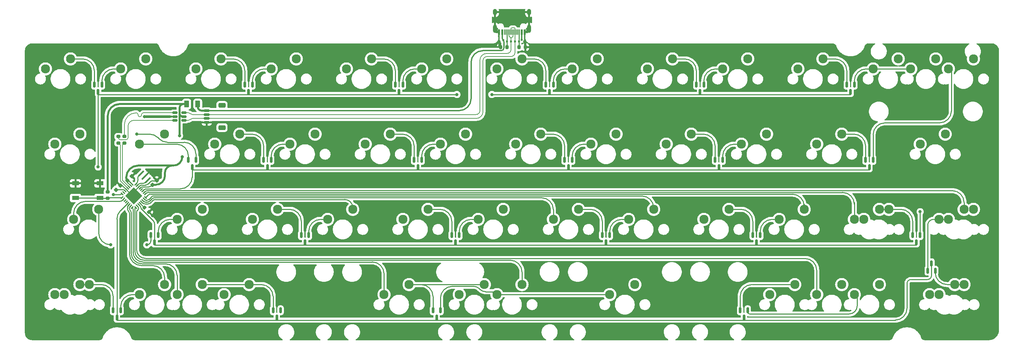
<source format=gbr>
%TF.GenerationSoftware,KiCad,Pcbnew,(6.0.0)*%
%TF.CreationDate,2022-05-03T19:48:22-05:00*%
%TF.ProjectId,QS-13u,51532d31-3375-42e6-9b69-6361645f7063,rev?*%
%TF.SameCoordinates,Original*%
%TF.FileFunction,Copper,L2,Bot*%
%TF.FilePolarity,Positive*%
%FSLAX46Y46*%
G04 Gerber Fmt 4.6, Leading zero omitted, Abs format (unit mm)*
G04 Created by KiCad (PCBNEW (6.0.0)) date 2022-05-03 19:48:22*
%MOMM*%
%LPD*%
G01*
G04 APERTURE LIST*
G04 Aperture macros list*
%AMRoundRect*
0 Rectangle with rounded corners*
0 $1 Rounding radius*
0 $2 $3 $4 $5 $6 $7 $8 $9 X,Y pos of 4 corners*
0 Add a 4 corners polygon primitive as box body*
4,1,4,$2,$3,$4,$5,$6,$7,$8,$9,$2,$3,0*
0 Add four circle primitives for the rounded corners*
1,1,$1+$1,$2,$3*
1,1,$1+$1,$4,$5*
1,1,$1+$1,$6,$7*
1,1,$1+$1,$8,$9*
0 Add four rect primitives between the rounded corners*
20,1,$1+$1,$2,$3,$4,$5,0*
20,1,$1+$1,$4,$5,$6,$7,0*
20,1,$1+$1,$6,$7,$8,$9,0*
20,1,$1+$1,$8,$9,$2,$3,0*%
%AMRotRect*
0 Rectangle, with rotation*
0 The origin of the aperture is its center*
0 $1 length*
0 $2 width*
0 $3 Rotation angle, in degrees counterclockwise*
0 Add horizontal line*
21,1,$1,$2,0,0,$3*%
G04 Aperture macros list end*
%TA.AperFunction,ComponentPad*%
%ADD10C,2.300000*%
%TD*%
%TA.AperFunction,SMDPad,CuDef*%
%ADD11RotRect,0.400000X1.900000X315.000000*%
%TD*%
%TA.AperFunction,SMDPad,CuDef*%
%ADD12RoundRect,0.150000X-0.150000X0.587500X-0.150000X-0.587500X0.150000X-0.587500X0.150000X0.587500X0*%
%TD*%
%TA.AperFunction,SMDPad,CuDef*%
%ADD13RoundRect,0.200000X0.275000X-0.200000X0.275000X0.200000X-0.275000X0.200000X-0.275000X-0.200000X0*%
%TD*%
%TA.AperFunction,SMDPad,CuDef*%
%ADD14R,0.600000X1.450000*%
%TD*%
%TA.AperFunction,SMDPad,CuDef*%
%ADD15R,0.300000X1.450000*%
%TD*%
%TA.AperFunction,ComponentPad*%
%ADD16O,1.000000X1.600000*%
%TD*%
%TA.AperFunction,ComponentPad*%
%ADD17O,1.000000X2.100000*%
%TD*%
%TA.AperFunction,SMDPad,CuDef*%
%ADD18RoundRect,0.062500X0.220971X0.309359X-0.309359X-0.220971X-0.220971X-0.309359X0.309359X0.220971X0*%
%TD*%
%TA.AperFunction,SMDPad,CuDef*%
%ADD19RoundRect,0.062500X-0.220971X0.309359X-0.309359X0.220971X0.220971X-0.309359X0.309359X-0.220971X0*%
%TD*%
%TA.AperFunction,SMDPad,CuDef*%
%ADD20RotRect,3.100000X3.100000X225.000000*%
%TD*%
%TA.AperFunction,SMDPad,CuDef*%
%ADD21RoundRect,0.200000X-0.200000X-0.275000X0.200000X-0.275000X0.200000X0.275000X-0.200000X0.275000X0*%
%TD*%
%TA.AperFunction,SMDPad,CuDef*%
%ADD22RoundRect,0.225000X0.017678X-0.335876X0.335876X-0.017678X-0.017678X0.335876X-0.335876X0.017678X0*%
%TD*%
%TA.AperFunction,SMDPad,CuDef*%
%ADD23R,1.800000X1.100000*%
%TD*%
%TA.AperFunction,SMDPad,CuDef*%
%ADD24RoundRect,0.150000X-0.512500X-0.150000X0.512500X-0.150000X0.512500X0.150000X-0.512500X0.150000X0*%
%TD*%
%TA.AperFunction,SMDPad,CuDef*%
%ADD25RoundRect,0.200000X0.200000X0.275000X-0.200000X0.275000X-0.200000X-0.275000X0.200000X-0.275000X0*%
%TD*%
%TA.AperFunction,SMDPad,CuDef*%
%ADD26RoundRect,0.200000X-0.275000X0.200000X-0.275000X-0.200000X0.275000X-0.200000X0.275000X0.200000X0*%
%TD*%
%TA.AperFunction,SMDPad,CuDef*%
%ADD27RoundRect,0.150000X0.150000X-0.587500X0.150000X0.587500X-0.150000X0.587500X-0.150000X-0.587500X0*%
%TD*%
%TA.AperFunction,SMDPad,CuDef*%
%ADD28RoundRect,0.200000X-0.335876X-0.053033X-0.053033X-0.335876X0.335876X0.053033X0.053033X0.335876X0*%
%TD*%
%TA.AperFunction,SMDPad,CuDef*%
%ADD29RoundRect,0.250000X0.375000X0.625000X-0.375000X0.625000X-0.375000X-0.625000X0.375000X-0.625000X0*%
%TD*%
%TA.AperFunction,SMDPad,CuDef*%
%ADD30RoundRect,0.150000X-0.625000X0.150000X-0.625000X-0.150000X0.625000X-0.150000X0.625000X0.150000X0*%
%TD*%
%TA.AperFunction,SMDPad,CuDef*%
%ADD31RoundRect,0.250000X-0.650000X0.350000X-0.650000X-0.350000X0.650000X-0.350000X0.650000X0.350000X0*%
%TD*%
%TA.AperFunction,ViaPad*%
%ADD32C,0.800000*%
%TD*%
%TA.AperFunction,ViaPad*%
%ADD33C,0.600000*%
%TD*%
%TA.AperFunction,Conductor*%
%ADD34C,0.250000*%
%TD*%
%TA.AperFunction,Conductor*%
%ADD35C,0.200000*%
%TD*%
%TA.AperFunction,Conductor*%
%ADD36C,0.375000*%
%TD*%
%TA.AperFunction,Conductor*%
%ADD37C,0.500000*%
%TD*%
G04 APERTURE END LIST*
D10*
%TO.P,SW15,1,1*%
%TO.N,Net-(D7-Pad1)*%
X61277501Y-57785000D03*
%TO.P,SW15,2,2*%
%TO.N,COL1*%
X67627501Y-55245000D03*
%TD*%
%TO.P,SW5,1,1*%
%TO.N,COL4*%
X113665001Y-38735000D03*
%TO.P,SW5,2,2*%
%TO.N,Net-(D3-Pad1)*%
X120015001Y-36195000D03*
%TD*%
%TO.P,SW6,1,1*%
%TO.N,Net-(D3-Pad2)*%
X132715000Y-38735000D03*
%TO.P,SW6,2,2*%
%TO.N,COL5*%
X139065000Y-36195000D03*
%TD*%
%TO.P,SW13,1,1*%
%TO.N,Net-(D6-Pad2)*%
X256540001Y-38735001D03*
%TO.P,SW13,2,2*%
%TO.N,COL11*%
X262890001Y-36195001D03*
%TD*%
%TO.P,SW39,1,1*%
%TO.N,COL0*%
X39846250Y-95885001D03*
%TO.P,SW39,2,2*%
%TO.N,Net-(D19-Pad1)*%
X46196250Y-93345001D03*
%TD*%
%TO.P,SW45,1,1*%
%TO.N,Net-(D22-Pad2)*%
X242252500Y-95885001D03*
%TO.P,SW45,2,2*%
%TO.N,COL9*%
X248602500Y-93345001D03*
%TD*%
%TO.P,SW41,1,1*%
%TO.N,COL2*%
X82708751Y-95885001D03*
%TO.P,SW41,2,2*%
%TO.N,Net-(D20-Pad1)*%
X89058751Y-93345001D03*
%TD*%
%TO.P,SW28,1,1*%
%TO.N,COL2*%
X89852500Y-76835000D03*
%TO.P,SW28,2,2*%
%TO.N,Net-(D14-Pad1)*%
X96202500Y-74295000D03*
%TD*%
%TO.P,SW31,1,1*%
%TO.N,Net-(D15-Pad2)*%
X147002501Y-76835000D03*
%TO.P,SW31,2,2*%
%TO.N,COL5*%
X153352501Y-74295000D03*
%TD*%
%TO.P,SW49,1,1*%
%TO.N,COL2*%
X70802500Y-95885000D03*
%TO.P,SW49,2,2*%
%TO.N,Net-(D20-Pad1)*%
X77152500Y-93345000D03*
%TD*%
%TO.P,SW25,1,1*%
%TO.N,Net-(D12-Pad2)*%
X266065001Y-38735001D03*
%TO.P,SW25,2,2*%
%TO.N,COL11*%
X272415001Y-36195001D03*
%TD*%
%TO.P,SW54,1,1*%
%TO.N,Net-(D23-Pad2)*%
X263683751Y-76835000D03*
%TO.P,SW54,2,2*%
%TO.N,COL11*%
X270033751Y-74295000D03*
%TD*%
%TO.P,SW38,1,1*%
%TO.N,COL10*%
X242252500Y-76835001D03*
%TO.P,SW38,2,2*%
%TO.N,Net-(D18-Pad1)*%
X248602500Y-74295001D03*
%TD*%
%TO.P,SW11,1,1*%
%TO.N,COL10*%
X227965000Y-38735000D03*
%TO.P,SW11,2,2*%
%TO.N,Net-(D6-Pad1)*%
X234315000Y-36195000D03*
%TD*%
%TO.P,SW35,1,1*%
%TO.N,Net-(D17-Pad2)*%
X223202500Y-76835001D03*
%TO.P,SW35,2,2*%
%TO.N,COL9*%
X229552500Y-74295001D03*
%TD*%
%TO.P,SW19,1,1*%
%TO.N,Net-(D9-Pad2)*%
X137477501Y-57785000D03*
%TO.P,SW19,2,2*%
%TO.N,COL5*%
X143827501Y-55245000D03*
%TD*%
%TO.P,SW50,1,1*%
%TO.N,COL4*%
X142240000Y-95885001D03*
%TO.P,SW50,2,2*%
%TO.N,Net-(D21-Pad1)*%
X148590000Y-93345001D03*
%TD*%
%TO.P,SW4,1,1*%
%TO.N,Net-(D2-Pad2)*%
X94615000Y-38735001D03*
%TO.P,SW4,2,2*%
%TO.N,COL3*%
X100965000Y-36195001D03*
%TD*%
%TO.P,SW14,1,1*%
%TO.N,COL0*%
X39846251Y-57785000D03*
%TO.P,SW14,2,2*%
%TO.N,Net-(D7-Pad2)*%
X46196251Y-55245000D03*
%TD*%
%TO.P,SW40,1,1*%
%TO.N,Net-(D19-Pad2)*%
X61277501Y-95885000D03*
%TO.P,SW40,2,2*%
%TO.N,COL1*%
X67627501Y-93345000D03*
%TD*%
%TO.P,SW37,1,1*%
%TO.N,Net-(D18-Pad2)*%
X258921251Y-57785000D03*
%TO.P,SW37,2,2*%
%TO.N,COL11*%
X265271251Y-55245000D03*
%TD*%
%TO.P,SW42,1,1*%
%TO.N,COL4*%
X123190000Y-95885001D03*
%TO.P,SW42,2,2*%
%TO.N,Net-(D21-Pad1)*%
X129540000Y-93345001D03*
%TD*%
%TO.P,SW52,1,1*%
%TO.N,COL8*%
X232727500Y-95885001D03*
%TO.P,SW52,2,2*%
%TO.N,Net-(D22-Pad1)*%
X239077500Y-93345001D03*
%TD*%
%TO.P,SW20,1,1*%
%TO.N,COL6*%
X156527501Y-57785000D03*
%TO.P,SW20,2,2*%
%TO.N,Net-(D10-Pad1)*%
X162877501Y-55245000D03*
%TD*%
%TO.P,SW26,1,1*%
%TO.N,COL0*%
X44608751Y-76835000D03*
%TO.P,SW26,2,2*%
%TO.N,Net-(D13-Pad1)*%
X50958751Y-74295000D03*
%TD*%
%TO.P,SW12,1,1*%
%TO.N,Net-(D6-Pad2)*%
X247015001Y-38735001D03*
%TO.P,SW12,2,2*%
%TO.N,COL11*%
X253365001Y-36195001D03*
%TD*%
%TO.P,SW51,1,1*%
%TO.N,Net-(D21-Pad2)*%
X151765000Y-95885001D03*
%TO.P,SW51,2,2*%
%TO.N,COL5*%
X158115000Y-93345001D03*
%TD*%
%TO.P,SW1,1,1*%
%TO.N,COL0*%
X37465001Y-38735001D03*
%TO.P,SW1,2,2*%
%TO.N,Net-(D1-Pad1)*%
X43815001Y-36195001D03*
%TD*%
%TO.P,SW9,1,1*%
%TO.N,COL8*%
X189865000Y-38735001D03*
%TO.P,SW9,2,2*%
%TO.N,Net-(D5-Pad1)*%
X196215000Y-36195001D03*
%TD*%
%TO.P,SW30,1,1*%
%TO.N,COL4*%
X127952500Y-76835001D03*
%TO.P,SW30,2,2*%
%TO.N,Net-(D15-Pad1)*%
X134302500Y-74295001D03*
%TD*%
%TO.P,SW21,1,1*%
%TO.N,Net-(D10-Pad2)*%
X175577500Y-57785000D03*
%TO.P,SW21,2,2*%
%TO.N,COL7*%
X181927500Y-55245000D03*
%TD*%
%TO.P,SW46,1,1*%
%TO.N,COL10*%
X263683750Y-95885001D03*
%TO.P,SW46,2,2*%
%TO.N,Net-(D23-Pad1)*%
X270033750Y-93345001D03*
%TD*%
%TO.P,SW47,1,1*%
%TO.N,Net-(D23-Pad2)*%
X266065001Y-76835000D03*
%TO.P,SW47,2,2*%
%TO.N,COL11*%
X272415001Y-74295000D03*
%TD*%
%TO.P,SW44,1,1*%
%TO.N,COL8*%
X220821250Y-95885001D03*
%TO.P,SW44,2,2*%
%TO.N,Net-(D22-Pad1)*%
X227171250Y-93345001D03*
%TD*%
%TO.P,SW22,1,1*%
%TO.N,COL8*%
X194627500Y-57785000D03*
%TO.P,SW22,2,2*%
%TO.N,Net-(D11-Pad1)*%
X200977500Y-55245000D03*
%TD*%
%TO.P,SW24,1,1*%
%TO.N,COL10*%
X232727501Y-57785000D03*
%TO.P,SW24,2,2*%
%TO.N,Net-(D12-Pad1)*%
X239077501Y-55245000D03*
%TD*%
%TO.P,SW53,1,1*%
%TO.N,COL10*%
X261302500Y-95885001D03*
%TO.P,SW53,2,2*%
%TO.N,Net-(D23-Pad1)*%
X267652500Y-93345001D03*
%TD*%
%TO.P,SW10,1,1*%
%TO.N,Net-(D5-Pad2)*%
X208915000Y-38735001D03*
%TO.P,SW10,2,2*%
%TO.N,COL9*%
X215265000Y-36195001D03*
%TD*%
%TO.P,SW33,1,1*%
%TO.N,Net-(D16-Pad2)*%
X185102500Y-76835000D03*
%TO.P,SW33,2,2*%
%TO.N,COL7*%
X191452500Y-74295000D03*
%TD*%
%TO.P,SW7,1,1*%
%TO.N,COL6*%
X151765001Y-38735001D03*
%TO.P,SW7,2,2*%
%TO.N,Net-(D4-Pad1)*%
X158115001Y-36195001D03*
%TD*%
%TO.P,SW23,1,1*%
%TO.N,Net-(D11-Pad2)*%
X213677500Y-57785000D03*
%TO.P,SW23,2,2*%
%TO.N,COL9*%
X220027500Y-55245000D03*
%TD*%
%TO.P,SW34,1,1*%
%TO.N,COL8*%
X204152500Y-76835000D03*
%TO.P,SW34,2,2*%
%TO.N,Net-(D17-Pad1)*%
X210502500Y-74295000D03*
%TD*%
%TO.P,SW48,1,1*%
%TO.N,COL0*%
X42227500Y-95885001D03*
%TO.P,SW48,2,2*%
%TO.N,Net-(D19-Pad1)*%
X48577500Y-93345001D03*
%TD*%
%TO.P,SW2,1,1*%
%TO.N,Net-(D1-Pad2)*%
X56515001Y-38735001D03*
%TO.P,SW2,2,2*%
%TO.N,COL1*%
X62865001Y-36195001D03*
%TD*%
%TO.P,SW32,1,1*%
%TO.N,COL6*%
X166052501Y-76835000D03*
%TO.P,SW32,2,2*%
%TO.N,Net-(D16-Pad1)*%
X172402501Y-74295000D03*
%TD*%
%TO.P,SW8,1,1*%
%TO.N,Net-(D4-Pad2)*%
X170815000Y-38735001D03*
%TO.P,SW8,2,2*%
%TO.N,COL7*%
X177165000Y-36195001D03*
%TD*%
%TO.P,SW18,1,1*%
%TO.N,COL4*%
X118427500Y-57785000D03*
%TO.P,SW18,2,2*%
%TO.N,Net-(D9-Pad1)*%
X124777500Y-55245000D03*
%TD*%
%TO.P,SW43,1,1*%
%TO.N,Net-(D21-Pad2)*%
X180340000Y-95885000D03*
%TO.P,SW43,2,2*%
%TO.N,COL5*%
X186690000Y-93345000D03*
%TD*%
%TO.P,SW3,1,1*%
%TO.N,COL2*%
X75565000Y-38735001D03*
%TO.P,SW3,2,2*%
%TO.N,Net-(D2-Pad1)*%
X81915000Y-36195001D03*
%TD*%
%TO.P,SW27,1,1*%
%TO.N,Net-(D13-Pad2)*%
X70802500Y-76835000D03*
%TO.P,SW27,2,2*%
%TO.N,COL1*%
X77152500Y-74295000D03*
%TD*%
%TO.P,SW17,1,1*%
%TO.N,Net-(D8-Pad2)*%
X99377500Y-57785000D03*
%TO.P,SW17,2,2*%
%TO.N,COL3*%
X105727500Y-55245000D03*
%TD*%
%TO.P,SW16,1,1*%
%TO.N,COL2*%
X80327500Y-57785000D03*
%TO.P,SW16,2,2*%
%TO.N,Net-(D8-Pad1)*%
X86677500Y-55245000D03*
%TD*%
%TO.P,SW29,1,1*%
%TO.N,Net-(D14-Pad2)*%
X108902501Y-76835001D03*
%TO.P,SW29,2,2*%
%TO.N,COL3*%
X115252501Y-74295001D03*
%TD*%
%TO.P,SW36,1,1*%
%TO.N,COL10*%
X244633750Y-76835001D03*
%TO.P,SW36,2,2*%
%TO.N,Net-(D18-Pad1)*%
X250983750Y-74295001D03*
%TD*%
D11*
%TO.P,Y1,1,1*%
%TO.N,Net-(U2-Pad1)*%
X61687722Y-65197722D03*
%TO.P,Y1,2,2*%
%TO.N,GND*%
X62536250Y-66046250D03*
%TO.P,Y1,3,3*%
%TO.N,Net-(U2-Pad2)*%
X63384778Y-66894778D03*
%TD*%
D12*
%TO.P,D9,1*%
%TO.N,Net-(D9-Pad1)*%
X130812501Y-61768750D03*
%TO.P,D9,2*%
%TO.N,Net-(D9-Pad2)*%
X132712501Y-61768750D03*
%TO.P,D9,3*%
%TO.N,ROW2*%
X131762501Y-63643750D03*
%TD*%
%TO.P,D1,1*%
%TO.N,Net-(D1-Pad1)*%
X49850001Y-42718751D03*
%TO.P,D1,2*%
%TO.N,Net-(D1-Pad2)*%
X51750001Y-42718751D03*
%TO.P,D1,3*%
%TO.N,ROW3*%
X50800001Y-44593751D03*
%TD*%
%TO.P,D22,1*%
%TO.N,Net-(D22-Pad1)*%
X213362500Y-99868750D03*
%TO.P,D22,2*%
%TO.N,Net-(D22-Pad2)*%
X215262500Y-99868750D03*
%TO.P,D22,3*%
%TO.N,ROW0*%
X214312500Y-101743750D03*
%TD*%
%TO.P,D11,1*%
%TO.N,Net-(D11-Pad1)*%
X207012500Y-61768750D03*
%TO.P,D11,2*%
%TO.N,Net-(D11-Pad2)*%
X208912500Y-61768750D03*
%TO.P,D11,3*%
%TO.N,ROW2*%
X207962500Y-63643750D03*
%TD*%
D13*
%TO.P,R5,1*%
%TO.N,Net-(R5-Pad1)*%
X57450000Y-57495000D03*
%TO.P,R5,2*%
%TO.N,D-*%
X57450000Y-55845000D03*
%TD*%
D12*
%TO.P,D4,1*%
%TO.N,Net-(D4-Pad1)*%
X164150001Y-42718751D03*
%TO.P,D4,2*%
%TO.N,Net-(D4-Pad2)*%
X166050001Y-42718751D03*
%TO.P,D4,3*%
%TO.N,ROW3*%
X165100001Y-44593751D03*
%TD*%
D14*
%TO.P,J2,A1,GND*%
%TO.N,GND*%
X152325000Y-29445000D03*
%TO.P,J2,A4,VBUS*%
%TO.N,VCC*%
X153125000Y-29445000D03*
D15*
%TO.P,J2,A5,CC1*%
%TO.N,Net-(J2-PadA5)*%
X154325000Y-29445000D03*
%TO.P,J2,A6,D+*%
%TO.N,UD+*%
X155325000Y-29445000D03*
%TO.P,J2,A7,D-*%
%TO.N,UD-*%
X155825000Y-29445000D03*
%TO.P,J2,A8,SBU1*%
%TO.N,unconnected-(J2-PadA8)*%
X156825000Y-29445000D03*
D14*
%TO.P,J2,A9,VBUS*%
%TO.N,VCC*%
X158025000Y-29445000D03*
%TO.P,J2,A12,GND*%
%TO.N,GND*%
X158825000Y-29445000D03*
%TO.P,J2,B1,GND*%
X158825000Y-29445000D03*
%TO.P,J2,B4,VBUS*%
%TO.N,VCC*%
X158025000Y-29445000D03*
D15*
%TO.P,J2,B5,CC2*%
%TO.N,Net-(J2-PadB5)*%
X157325000Y-29445000D03*
%TO.P,J2,B6,D+*%
%TO.N,UD+*%
X156325000Y-29445000D03*
%TO.P,J2,B7,D-*%
%TO.N,UD-*%
X154825000Y-29445000D03*
%TO.P,J2,B8,SBU2*%
%TO.N,unconnected-(J2-PadB8)*%
X153825000Y-29445000D03*
D14*
%TO.P,J2,B9,VBUS*%
%TO.N,VCC*%
X153125000Y-29445000D03*
%TO.P,J2,B12,GND*%
%TO.N,GND*%
X152325000Y-29445000D03*
D16*
%TO.P,J2,S1,SHIELD*%
X151255000Y-24350000D03*
D17*
X159895000Y-28530000D03*
X151255000Y-28530000D03*
D16*
X159895000Y-24350000D03*
%TD*%
D12*
%TO.P,D5,1*%
%TO.N,Net-(D5-Pad1)*%
X202250000Y-42718751D03*
%TO.P,D5,2*%
%TO.N,Net-(D5-Pad2)*%
X204150000Y-42718751D03*
%TO.P,D5,3*%
%TO.N,ROW3*%
X203200000Y-44593751D03*
%TD*%
%TO.P,D19,1*%
%TO.N,Net-(D19-Pad1)*%
X54612500Y-99868751D03*
%TO.P,D19,2*%
%TO.N,Net-(D19-Pad2)*%
X56512500Y-99868751D03*
%TO.P,D19,3*%
%TO.N,ROW0*%
X55562500Y-101743751D03*
%TD*%
%TO.P,D12,1*%
%TO.N,Net-(D12-Pad1)*%
X245112501Y-61768750D03*
%TO.P,D12,2*%
%TO.N,Net-(D12-Pad2)*%
X247012501Y-61768750D03*
%TO.P,D12,3*%
%TO.N,ROW2*%
X246062501Y-63643750D03*
%TD*%
D18*
%TO.P,U2,1,XTAL1*%
%TO.N,Net-(U2-Pad1)*%
X60348977Y-67897927D03*
%TO.P,U2,2,PC0/XTAL2*%
%TO.N,Net-(U2-Pad2)*%
X60702530Y-68251481D03*
%TO.P,U2,3,GND*%
%TO.N,GND*%
X61056084Y-68605034D03*
%TO.P,U2,4,VCC*%
%TO.N,+5V*%
X61409637Y-68958588D03*
%TO.P,U2,5,PC2*%
%TO.N,unconnected-(U2-Pad5)*%
X61763190Y-69312141D03*
%TO.P,U2,6,PD0*%
%TO.N,ROW2*%
X62116744Y-69665694D03*
%TO.P,U2,7,PD1*%
%TO.N,COL11*%
X62470297Y-70019248D03*
%TO.P,U2,8,PD2*%
%TO.N,COL10*%
X62823851Y-70372801D03*
D19*
%TO.P,U2,9,PD3*%
%TO.N,COL9*%
X62823851Y-71345073D03*
%TO.P,U2,10,PD4*%
%TO.N,COL7*%
X62470297Y-71698626D03*
%TO.P,U2,11,PD5*%
%TO.N,COL6*%
X62116744Y-72052180D03*
%TO.P,U2,12,PD6*%
%TO.N,COL3*%
X61763190Y-72405733D03*
%TO.P,U2,13,~{HWB}/PD7*%
%TO.N,Net-(R6-Pad1)*%
X61409637Y-72759286D03*
%TO.P,U2,14,PB0*%
%TO.N,ROW1*%
X61056084Y-73112840D03*
%TO.P,U2,15,PB1*%
%TO.N,COL8*%
X60702530Y-73466393D03*
%TO.P,U2,16,PB2*%
%TO.N,COL5*%
X60348977Y-73819947D03*
D18*
%TO.P,U2,17,PB3*%
%TO.N,COL4*%
X59376705Y-73819947D03*
%TO.P,U2,18,PB4*%
%TO.N,COL2*%
X59023152Y-73466393D03*
%TO.P,U2,19,PB5*%
%TO.N,COL1*%
X58669598Y-73112840D03*
%TO.P,U2,20,PB6*%
%TO.N,ROW0*%
X58316045Y-72759286D03*
%TO.P,U2,21,PB7*%
%TO.N,unconnected-(U2-Pad21)*%
X57962492Y-72405733D03*
%TO.P,U2,22,PC7*%
%TO.N,unconnected-(U2-Pad22)*%
X57608938Y-72052180D03*
%TO.P,U2,23,PC6*%
%TO.N,COL0*%
X57255385Y-71698626D03*
%TO.P,U2,24,PC1/~{RESET}*%
%TO.N,RESET*%
X56901831Y-71345073D03*
D19*
%TO.P,U2,25,PC5*%
%TO.N,ROW3*%
X56901831Y-70372801D03*
%TO.P,U2,26,PC4*%
%TO.N,unconnected-(U2-Pad26)*%
X57255385Y-70019248D03*
%TO.P,U2,27,UCAP*%
%TO.N,Net-(C3-Pad1)*%
X57608938Y-69665694D03*
%TO.P,U2,28,UGND*%
%TO.N,GND*%
X57962492Y-69312141D03*
%TO.P,U2,29,D+*%
%TO.N,Net-(R4-Pad2)*%
X58316045Y-68958588D03*
%TO.P,U2,30,D-*%
%TO.N,Net-(R5-Pad1)*%
X58669598Y-68605034D03*
%TO.P,U2,31,UVCC*%
%TO.N,+5V*%
X59023152Y-68251481D03*
%TO.P,U2,32,AVCC*%
X59376705Y-67897927D03*
D20*
%TO.P,U2,33,GND*%
%TO.N,GND*%
X59862841Y-70858937D03*
%TD*%
D12*
%TO.P,D16,1*%
%TO.N,Net-(D16-Pad1)*%
X178437500Y-80818750D03*
%TO.P,D16,2*%
%TO.N,Net-(D16-Pad2)*%
X180337500Y-80818750D03*
%TO.P,D16,3*%
%TO.N,ROW1*%
X179387500Y-82693750D03*
%TD*%
D21*
%TO.P,R2,1*%
%TO.N,Net-(J2-PadB5)*%
X157325000Y-33210000D03*
%TO.P,R2,2*%
%TO.N,GND*%
X158975000Y-33210000D03*
%TD*%
D12*
%TO.P,D3,1*%
%TO.N,Net-(D3-Pad1)*%
X126050000Y-42718750D03*
%TO.P,D3,2*%
%TO.N,Net-(D3-Pad2)*%
X127950000Y-42718750D03*
%TO.P,D3,3*%
%TO.N,ROW3*%
X127000000Y-44593750D03*
%TD*%
D22*
%TO.P,C2,1*%
%TO.N,+5V*%
X58248243Y-67024258D03*
%TO.P,C2,2*%
%TO.N,GND*%
X59344259Y-65928242D03*
%TD*%
D12*
%TO.P,D8,1*%
%TO.N,Net-(D8-Pad1)*%
X92712500Y-61768750D03*
%TO.P,D8,2*%
%TO.N,Net-(D8-Pad2)*%
X94612500Y-61768750D03*
%TO.P,D8,3*%
%TO.N,ROW2*%
X93662500Y-63643750D03*
%TD*%
%TO.P,D17,1*%
%TO.N,Net-(D17-Pad1)*%
X216537501Y-80818751D03*
%TO.P,D17,2*%
%TO.N,Net-(D17-Pad2)*%
X218437501Y-80818751D03*
%TO.P,D17,3*%
%TO.N,ROW1*%
X217487501Y-82693751D03*
%TD*%
%TO.P,D20,1*%
%TO.N,Net-(D20-Pad1)*%
X95093751Y-99868751D03*
%TO.P,D20,2*%
%TO.N,unconnected-(D20-Pad2)*%
X96993751Y-99868751D03*
%TO.P,D20,3*%
%TO.N,ROW0*%
X96043751Y-101743751D03*
%TD*%
D23*
%TO.P,RESET1,1,1*%
%TO.N,GND*%
X45060000Y-67710000D03*
X51260000Y-67710000D03*
%TO.P,RESET1,2,2*%
%TO.N,RESET*%
X45060000Y-71410000D03*
X51260000Y-71410000D03*
%TD*%
D22*
%TO.P,C3,1*%
%TO.N,Net-(C3-Pad1)*%
X55328242Y-69334259D03*
%TO.P,C3,2*%
%TO.N,GND*%
X56424258Y-68238243D03*
%TD*%
D24*
%TO.P,U1,1,I/O1*%
%TO.N,D+*%
X70272500Y-51740000D03*
%TO.P,U1,2,GND*%
%TO.N,GND*%
X70272500Y-50790000D03*
%TO.P,U1,3,I/O2*%
%TO.N,D-*%
X70272500Y-49840000D03*
%TO.P,U1,4,I/O2*%
%TO.N,UD-*%
X72547500Y-49840000D03*
%TO.P,U1,5,VBUS*%
%TO.N,+5V*%
X72547500Y-50790000D03*
%TO.P,U1,6,I/O1*%
%TO.N,UD+*%
X72547500Y-51740000D03*
%TD*%
D25*
%TO.P,R1,1*%
%TO.N,Net-(J2-PadA5)*%
X154325000Y-33210000D03*
%TO.P,R1,2*%
%TO.N,GND*%
X152675000Y-33210000D03*
%TD*%
D26*
%TO.P,R3,1*%
%TO.N,+5V*%
X53230000Y-69865000D03*
%TO.P,R3,2*%
%TO.N,RESET*%
X53230000Y-71515000D03*
%TD*%
D12*
%TO.P,D15,1*%
%TO.N,Net-(D15-Pad1)*%
X140337500Y-80818751D03*
%TO.P,D15,2*%
%TO.N,Net-(D15-Pad2)*%
X142237500Y-80818751D03*
%TO.P,D15,3*%
%TO.N,ROW1*%
X141287500Y-82693751D03*
%TD*%
D27*
%TO.P,D23,1*%
%TO.N,Net-(D23-Pad1)*%
X262731250Y-89837500D03*
%TO.P,D23,2*%
%TO.N,Net-(D23-Pad2)*%
X260831250Y-89837500D03*
%TO.P,D23,3*%
%TO.N,ROW0*%
X261781250Y-87962500D03*
%TD*%
D28*
%TO.P,R6,1*%
%TO.N,Net-(R6-Pad1)*%
X62502887Y-73832888D03*
%TO.P,R6,2*%
%TO.N,GND*%
X63669613Y-74999614D03*
%TD*%
D29*
%TO.P,F1,1*%
%TO.N,VCC*%
X76012500Y-47625000D03*
%TO.P,F1,2*%
%TO.N,+5V*%
X73212500Y-47625000D03*
%TD*%
D12*
%TO.P,D14,1*%
%TO.N,Net-(D14-Pad1)*%
X102237501Y-80818751D03*
%TO.P,D14,2*%
%TO.N,Net-(D14-Pad2)*%
X104137501Y-80818751D03*
%TO.P,D14,3*%
%TO.N,ROW1*%
X103187501Y-82693751D03*
%TD*%
%TO.P,D10,1*%
%TO.N,Net-(D10-Pad1)*%
X168912501Y-61768750D03*
%TO.P,D10,2*%
%TO.N,Net-(D10-Pad2)*%
X170812501Y-61768750D03*
%TO.P,D10,3*%
%TO.N,ROW2*%
X169862501Y-63643750D03*
%TD*%
%TO.P,D7,1*%
%TO.N,Net-(D7-Pad1)*%
X73662500Y-61768750D03*
%TO.P,D7,2*%
%TO.N,Net-(D7-Pad2)*%
X75562500Y-61768750D03*
%TO.P,D7,3*%
%TO.N,ROW2*%
X74612500Y-63643750D03*
%TD*%
%TO.P,D2,1*%
%TO.N,Net-(D2-Pad1)*%
X87950000Y-42718751D03*
%TO.P,D2,2*%
%TO.N,Net-(D2-Pad2)*%
X89850000Y-42718751D03*
%TO.P,D2,3*%
%TO.N,ROW3*%
X88900000Y-44593751D03*
%TD*%
D30*
%TO.P,J1,1,Pin_1*%
%TO.N,VCC*%
X78290000Y-49290000D03*
%TO.P,J1,2,Pin_2*%
%TO.N,UD-*%
X78290000Y-50290000D03*
%TO.P,J1,3,Pin_3*%
%TO.N,UD+*%
X78290000Y-51290000D03*
%TO.P,J1,4,Pin_4*%
%TO.N,GND*%
X78290000Y-52290000D03*
D31*
%TO.P,J1,MP*%
%TO.N,N/C*%
X82165000Y-47990000D03*
X82165000Y-53590000D03*
%TD*%
D12*
%TO.P,D18,3*%
%TO.N,ROW1*%
X257968750Y-82693750D03*
%TO.P,D18,2*%
%TO.N,Net-(D18-Pad2)*%
X258918750Y-80818750D03*
%TO.P,D18,1*%
%TO.N,Net-(D18-Pad1)*%
X257018750Y-80818750D03*
%TD*%
%TO.P,D21,1*%
%TO.N,Net-(D21-Pad1)*%
X135575000Y-99868751D03*
%TO.P,D21,2*%
%TO.N,Net-(D21-Pad2)*%
X137475000Y-99868751D03*
%TO.P,D21,3*%
%TO.N,ROW0*%
X136525000Y-101743751D03*
%TD*%
D22*
%TO.P,C1,1*%
%TO.N,+5V*%
X64561992Y-68078008D03*
%TO.P,C1,2*%
%TO.N,GND*%
X65658008Y-66981992D03*
%TD*%
D12*
%TO.P,D6,1*%
%TO.N,Net-(D6-Pad1)*%
X240350000Y-42718750D03*
%TO.P,D6,2*%
%TO.N,Net-(D6-Pad2)*%
X242250000Y-42718750D03*
%TO.P,D6,3*%
%TO.N,ROW3*%
X241300000Y-44593750D03*
%TD*%
D26*
%TO.P,R4,1*%
%TO.N,D+*%
X55930000Y-55845000D03*
%TO.P,R4,2*%
%TO.N,Net-(R4-Pad2)*%
X55930000Y-57495000D03*
%TD*%
D12*
%TO.P,D13,1*%
%TO.N,Net-(D13-Pad1)*%
X64137501Y-80818750D03*
%TO.P,D13,2*%
%TO.N,Net-(D13-Pad2)*%
X66037501Y-80818750D03*
%TO.P,D13,3*%
%TO.N,ROW1*%
X65087501Y-82693750D03*
%TD*%
D32*
%TO.N,Net-(D18-Pad2)*%
X258918750Y-74903752D03*
%TO.N,GND*%
X103187500Y-97631250D03*
%TO.N,Net-(D13-Pad1)*%
X63137501Y-83290000D03*
X53960000Y-83290000D03*
%TO.N,ROW3*%
X50800000Y-63570000D03*
X54690000Y-70570000D03*
%TO.N,GND*%
X64557619Y-75881001D03*
X122237500Y-79375000D03*
X60260000Y-64990000D03*
X55240000Y-66410000D03*
%TO.N,+5V*%
X71410000Y-55630000D03*
X72100000Y-61020000D03*
%TO.N,Net-(D7-Pad2)*%
X60630000Y-55240000D03*
%TO.N,ROW3*%
X150490000Y-45210000D03*
X141630000Y-45220000D03*
%TO.N,GND*%
X158825000Y-31750000D03*
X62530000Y-50790000D03*
X152325000Y-31750000D03*
D33*
%TO.N,VCC*%
X158018365Y-31351948D03*
X153390000Y-31470000D03*
%TO.N,UD-*%
X155340000Y-31750000D03*
%TO.N,UD+*%
X156325000Y-31750000D03*
%TO.N,Net-(J2-PadB5)*%
X157325000Y-31750000D03*
%TO.N,Net-(J2-PadA5)*%
X154325000Y-31750000D03*
%TD*%
D34*
%TO.N,ROW2*%
X74612500Y-66110960D02*
G75*
G02*
X71612500Y-69110960I-3000001J1D01*
G01*
X74612500Y-66110960D02*
X74612500Y-63643750D01*
X62116744Y-69665694D02*
X62378585Y-69403853D01*
X63085692Y-69110960D02*
X71612500Y-69110960D01*
X63085692Y-69110961D02*
G75*
G03*
X62378586Y-69403854I-3J-999993D01*
G01*
%TO.N,ROW0*%
X55562500Y-76755472D02*
G75*
G02*
X56441179Y-74634152I2999998J1D01*
G01*
%TO.N,COL8*%
X61045355Y-74035542D02*
X61045355Y-74052142D01*
X61045354Y-73974903D02*
G75*
G03*
X60928198Y-73692061I-399997J1D01*
G01*
X61045354Y-74052142D02*
G75*
G02*
X60939935Y-74306647I-359926J1D01*
G01*
%TO.N,COL2*%
X58874267Y-74503307D02*
G75*
G02*
X58680327Y-74035075I468254J468230D01*
G01*
X58874267Y-74503307D02*
G75*
G02*
X59190960Y-75267873I-764570J-764567D01*
G01*
X58680328Y-73974903D02*
G75*
G02*
X58797486Y-73692061I400003J-2D01*
G01*
%TO.N,COL5*%
X60207157Y-73961767D02*
G75*
G03*
X60090000Y-74244609I282841J-282841D01*
G01*
%TO.N,COL8*%
X60656677Y-74589905D02*
G75*
G03*
X60539520Y-74872747I282841J-282841D01*
G01*
%TO.N,COL1*%
X58230808Y-73717316D02*
G75*
G02*
X58347966Y-73434474I400003J-2D01*
G01*
X58230808Y-74106640D02*
G75*
G03*
X58505818Y-74770574I938938J-4D01*
G01*
X58741440Y-75286162D02*
G75*
G03*
X58543476Y-74808234I-675890J1D01*
G01*
%TO.N,COL4*%
X59523323Y-73966565D02*
G75*
G02*
X59640480Y-74249407I-282841J-282841D01*
G01*
%TO.N,COL8*%
X60939935Y-74306647D02*
X60656677Y-74589905D01*
X61045355Y-73974903D02*
X61045355Y-74035542D01*
X60702530Y-73466393D02*
X60928198Y-73692061D01*
%TO.N,ROW1*%
X64794608Y-77255302D02*
G75*
G02*
X65087501Y-77962409I-707106J-707106D01*
G01*
X61759649Y-74220343D02*
G75*
G02*
X61642491Y-73937500I282835J282841D01*
G01*
X61642490Y-73864932D02*
G75*
G03*
X61525334Y-73582090I-399997J1D01*
G01*
%TO.N,COL7*%
X63020229Y-72041451D02*
X62965462Y-72041451D01*
X62965462Y-72041450D02*
G75*
G02*
X62705402Y-71933729I1J367783D01*
G01*
%TO.N,COL3*%
X63346731Y-72940490D02*
G75*
G03*
X64053837Y-72647597I3J999993D01*
G01*
X62712162Y-72940490D02*
G75*
G02*
X62005056Y-72647597I-3J999993D01*
G01*
X64600463Y-72100973D02*
G75*
G02*
X65307570Y-71808080I707106J-707106D01*
G01*
%TO.N,COL6*%
X62364502Y-72299938D02*
G75*
G03*
X62825696Y-72490971I461195J461197D01*
G01*
X63867640Y-72198078D02*
G75*
G02*
X63160533Y-72490971I-707106J707106D01*
G01*
X64414265Y-71651453D02*
G75*
G02*
X65121372Y-71358560I707106J-707106D01*
G01*
%TO.N,COL7*%
X63059902Y-72041450D02*
G75*
G03*
X63620937Y-71809061I-1J793426D01*
G01*
X64935174Y-70909041D02*
G75*
G03*
X64228068Y-71201934I-3J-999993D01*
G01*
%TO.N,COL9*%
X64123618Y-70459521D02*
G75*
G03*
X63416512Y-70752414I-3J-999993D01*
G01*
%TO.N,COL10*%
X63600866Y-70010001D02*
G75*
G03*
X62893760Y-70302894I-3J-999993D01*
G01*
%TO.N,COL11*%
X62636172Y-69853373D02*
G75*
G02*
X63343279Y-69560480I707106J-707106D01*
G01*
%TO.N,+5V*%
X63610023Y-68615762D02*
G75*
G03*
X64317129Y-68322869I3J999993D01*
G01*
%TO.N,GND*%
X64686700Y-67060001D02*
G75*
G03*
X63979594Y-67352894I-3J-999993D01*
G01*
X63459136Y-67873350D02*
G75*
G02*
X62752029Y-68166243I-707106J707106D01*
G01*
X61201982Y-68459136D02*
X61056084Y-68605034D01*
X65580000Y-67060000D02*
X64686700Y-67060000D01*
X61201982Y-68459136D02*
G75*
G02*
X61909089Y-68166243I707106J-707106D01*
G01*
X63979593Y-67352893D02*
X63459136Y-67873350D01*
X62752029Y-68166243D02*
X61909089Y-68166243D01*
%TO.N,Net-(U2-Pad1)*%
X61132893Y-65752551D02*
G75*
G03*
X60840000Y-66459658I707106J-707106D01*
G01*
X60547107Y-67699797D02*
G75*
G03*
X60840000Y-66992690I-707106J707106D01*
G01*
%TO.N,Net-(U2-Pad2)*%
X60944395Y-68009616D02*
G75*
G02*
X61651502Y-67716723I707106J-707106D01*
G01*
X62148619Y-67716722D02*
G75*
G03*
X62855725Y-67423829I3J999993D01*
G01*
%TO.N,+5V*%
X61977290Y-68615763D02*
G75*
G03*
X61593485Y-68774740I1J-542784D01*
G01*
D35*
%TO.N,UD+*%
X74679949Y-51290000D02*
G75*
G03*
X74184974Y-51495026I2J-700002D01*
G01*
X74145025Y-51534975D02*
G75*
G02*
X73650051Y-51740000I-494973J494971D01*
G01*
%TO.N,UD-*%
X73660051Y-49840001D02*
G75*
G02*
X74155024Y-50045026I-3J-700006D01*
G01*
X74689949Y-50290000D02*
G75*
G02*
X74194974Y-50084974I2J700002D01*
G01*
D36*
%TO.N,GND*%
X158980000Y-29445000D02*
X159895000Y-28530000D01*
X158825000Y-29445000D02*
X158980000Y-29445000D01*
X152170000Y-29445000D02*
X151255000Y-28530000D01*
X152325000Y-29445000D02*
X152170000Y-29445000D01*
D34*
%TO.N,ROW3*%
X56425791Y-70570000D02*
G75*
G03*
X56901831Y-70372801I3J673174D01*
G01*
%TO.N,COL0*%
X56255286Y-72284510D02*
G75*
G03*
X56962392Y-71991617I3J999993D01*
G01*
X47608751Y-72284511D02*
G75*
G03*
X44608751Y-75284511I1J-3000001D01*
G01*
X44608751Y-75284511D02*
X44608751Y-76835000D01*
X56255286Y-72284511D02*
X47608751Y-72284511D01*
X57255385Y-71698626D02*
X56962393Y-71991618D01*
%TO.N,Net-(D13-Pad1)*%
X53958751Y-83290000D02*
X53960000Y-83290000D01*
%TO.N,COL2*%
X61868355Y-88078560D02*
G75*
G02*
X59190960Y-85401165I1J2677396D01*
G01*
%TO.N,COL5*%
X60090000Y-84860768D02*
G75*
G03*
X62408752Y-87179520I2318753J1D01*
G01*
%TO.N,COL1*%
X61741440Y-88528080D02*
G75*
G02*
X58741440Y-85528080I1J3000001D01*
G01*
%TO.N,COL8*%
X60539520Y-84494235D02*
G75*
G03*
X62775285Y-86730000I2235764J-1D01*
G01*
%TO.N,COL4*%
X62161843Y-87629040D02*
G75*
G02*
X59640480Y-85107677I0J2521363D01*
G01*
%TO.N,COL8*%
X232727500Y-89730000D02*
X232727500Y-95885001D01*
X62775285Y-86730000D02*
X229727500Y-86730000D01*
X232727500Y-89730000D02*
G75*
G03*
X229727500Y-86730000I-3000001J-1D01*
G01*
X60539520Y-74872747D02*
X60539520Y-84494235D01*
%TO.N,COL5*%
X158115000Y-90179520D02*
X158115000Y-93345001D01*
X60090000Y-74244609D02*
X60090000Y-84860768D01*
X60348977Y-73819947D02*
X60207157Y-73961767D01*
X158115000Y-90179520D02*
G75*
G03*
X155115000Y-87179520I-3000001J-1D01*
G01*
X62408752Y-87179520D02*
X155115000Y-87179520D01*
%TO.N,COL4*%
X123190000Y-90629040D02*
X123190000Y-95885001D01*
X59640480Y-74249407D02*
X59640480Y-85107677D01*
X62161843Y-87629040D02*
X120190000Y-87629040D01*
X59376705Y-73819947D02*
X59523323Y-73966565D01*
X123190000Y-90629040D02*
G75*
G03*
X120190000Y-87629040I-3000001J-1D01*
G01*
%TO.N,COL2*%
X58797485Y-73692060D02*
X59023152Y-73466393D01*
X58680327Y-74035075D02*
X58680327Y-73974903D01*
X67802500Y-88078560D02*
X61868355Y-88078560D01*
X70802500Y-95885000D02*
X70802500Y-91078560D01*
X67802500Y-88078560D02*
G75*
G02*
X70802500Y-91078560I-1J-3000001D01*
G01*
X59190960Y-85401165D02*
X59190960Y-75267873D01*
%TO.N,COL1*%
X58230807Y-74106640D02*
X58230807Y-73717316D01*
X58347965Y-73434473D02*
X58669598Y-73112840D01*
X58543476Y-74808234D02*
X58505817Y-74770575D01*
X64627501Y-88528080D02*
X61741440Y-88528080D01*
X67627501Y-93345000D02*
X67627501Y-91528080D01*
X58741440Y-85528080D02*
X58741440Y-75286162D01*
X64627501Y-88528080D02*
G75*
G02*
X67627501Y-91528080I-1J-3000001D01*
G01*
%TO.N,ROW3*%
X56425791Y-70570000D02*
X54690000Y-70570000D01*
X50800001Y-44593751D02*
X50800000Y-63570000D01*
%TO.N,ROW0*%
X55562500Y-76755472D02*
X55562500Y-101743751D01*
X58316045Y-72759286D02*
X56441179Y-74634152D01*
%TO.N,COL7*%
X191452500Y-73909040D02*
G75*
G03*
X188452500Y-70909040I-3000001J-1D01*
G01*
X63059902Y-72041451D02*
X63020229Y-72041451D01*
X62705401Y-71933730D02*
X62470297Y-71698626D01*
X188452500Y-70909040D02*
X64935174Y-70909040D01*
X191452500Y-74295000D02*
X191452500Y-73909040D01*
X64228067Y-71201933D02*
X63620938Y-71809062D01*
%TO.N,COL6*%
X166052501Y-74358560D02*
G75*
G03*
X163052501Y-71358560I-3000001J-1D01*
G01*
X62364502Y-72299938D02*
X62116744Y-72052180D01*
X63160533Y-72490971D02*
X62825696Y-72490971D01*
X64414265Y-71651453D02*
X63867640Y-72198078D01*
X163052501Y-71358560D02*
X65121372Y-71358560D01*
X166052501Y-76835000D02*
X166052501Y-74358560D01*
%TO.N,COL3*%
X113252501Y-71808080D02*
G75*
G02*
X115252501Y-73808080I1J-1999999D01*
G01*
X63346731Y-72940491D02*
X62712162Y-72940491D01*
X64600463Y-72100973D02*
X64053838Y-72647598D01*
X62005055Y-72647598D02*
X61763190Y-72405733D01*
X113252501Y-71808080D02*
X65307570Y-71808080D01*
X115252501Y-74295001D02*
X115252501Y-73808080D01*
%TO.N,COL11*%
X270033751Y-72560480D02*
G75*
G03*
X267033751Y-69560480I-3000001J-1D01*
G01*
%TO.N,COL10*%
X239252500Y-70010000D02*
G75*
G02*
X242252500Y-73010000I-1J-3000001D01*
G01*
%TO.N,COL9*%
X229552500Y-73459520D02*
G75*
G03*
X226552500Y-70459520I-3000001J-1D01*
G01*
%TO.N,ROW1*%
X64794608Y-77255302D02*
X64060000Y-76520694D01*
X65087501Y-82693750D02*
X65087501Y-77962409D01*
X61759649Y-74220343D02*
X64060000Y-76520694D01*
X61642491Y-73864932D02*
X61642491Y-73937500D01*
X61056084Y-73112840D02*
X61525334Y-73582090D01*
%TO.N,COL9*%
X229552500Y-73459520D02*
X229552500Y-74295001D01*
X64123618Y-70459520D02*
X226552500Y-70459520D01*
X62823851Y-71345073D02*
X63416511Y-70752413D01*
%TO.N,COL10*%
X242252500Y-73010000D02*
X242252500Y-76835001D01*
X63600866Y-70010000D02*
X239252500Y-70010000D01*
X62823851Y-70372801D02*
X62893759Y-70302893D01*
%TO.N,COL11*%
X62636172Y-69853373D02*
X62470297Y-70019248D01*
X270033751Y-74295000D02*
X270033751Y-72560480D01*
X267033751Y-69560480D02*
X63343279Y-69560480D01*
%TO.N,COL9*%
X229552500Y-73010000D02*
X229552500Y-74295001D01*
%TO.N,COL10*%
X242252500Y-72560480D02*
X242252500Y-76835001D01*
D37*
%TO.N,+5V*%
X65402361Y-68078008D02*
G75*
G03*
X67730000Y-65750369I-1J2327640D01*
G01*
X67730000Y-65750369D02*
X67730000Y-64979992D01*
X64561992Y-68078008D02*
X65402361Y-68078008D01*
X69490000Y-63220000D02*
G75*
G03*
X67730000Y-64979992I-7J-1759993D01*
G01*
X69900005Y-63220000D02*
X69490000Y-63220000D01*
X69490000Y-63220000D02*
X67830000Y-63220000D01*
X67830000Y-63220000D02*
X60920000Y-63220000D01*
X69900005Y-63220000D02*
G75*
G03*
X72100000Y-61020000I-1J2199996D01*
G01*
X57920000Y-66220000D02*
X57920000Y-66281801D01*
X58212893Y-66988908D02*
G75*
G02*
X57920000Y-66281801I707101J707104D01*
G01*
X58212893Y-66988908D02*
X58248243Y-67024258D01*
X57920000Y-66220000D02*
G75*
G02*
X60920000Y-63220000I3000001J-1D01*
G01*
D34*
%TO.N,ROW2*%
X93662500Y-64256249D02*
X74612500Y-64256249D01*
%TO.N,Net-(D7-Pad2)*%
X66221321Y-56431321D02*
G75*
G03*
X68342641Y-57310000I2121319J2121319D01*
G01*
X65908680Y-56118680D02*
G75*
G03*
X63787359Y-55240000I-2121323J-2121325D01*
G01*
X68342641Y-57310000D02*
X72562500Y-57310000D01*
X60630000Y-55240000D02*
X63787359Y-55240000D01*
X65908680Y-56118680D02*
X66221321Y-56431321D01*
X75562500Y-60310000D02*
X75562500Y-61768750D01*
X75562500Y-60310000D02*
G75*
G03*
X72562500Y-57310000I-3000001J-1D01*
G01*
%TO.N,Net-(D7-Pad1)*%
X73662500Y-60785000D02*
G75*
G03*
X70662500Y-57785000I-3000001J-1D01*
G01*
X70662500Y-57785000D02*
X61277501Y-57785000D01*
X73662500Y-61768750D02*
X73662500Y-60785000D01*
D37*
%TO.N,+5V*%
X71410000Y-49984840D02*
X71410000Y-55630000D01*
X53230000Y-50625000D02*
G75*
G02*
X56230000Y-47625000I3000001J-1D01*
G01*
X73212500Y-47625000D02*
X56230000Y-47625000D01*
X53230000Y-50625000D02*
X53230000Y-69865000D01*
X71410000Y-48625000D02*
G75*
G02*
X72410000Y-47625000I999999J1D01*
G01*
X72410000Y-47625000D02*
X73212500Y-47625000D01*
X71410000Y-49984840D02*
X71410000Y-48625000D01*
X71410000Y-49984840D02*
G75*
G03*
X72215160Y-50790000I805160J0D01*
G01*
X72547500Y-50790000D02*
X72215160Y-50790000D01*
%TO.N,VCC*%
X77012500Y-49290000D02*
G75*
G02*
X76012500Y-48290000I-1J999999D01*
G01*
X76012500Y-48290000D02*
X76012500Y-47625000D01*
X78290000Y-49290000D02*
X77012500Y-49290000D01*
D34*
%TO.N,Net-(D13-Pad1)*%
X53958751Y-83290000D02*
G75*
G02*
X50958751Y-80290000I1J3000001D01*
G01*
X50958751Y-74295000D02*
X50958751Y-80290000D01*
X64137501Y-82290000D02*
G75*
G02*
X63137501Y-83290000I-999999J-1D01*
G01*
X64137501Y-82290000D02*
X64137501Y-80818750D01*
%TO.N,ROW3*%
X126180000Y-45220000D02*
X126166248Y-45206248D01*
X141630000Y-45220000D02*
X126180000Y-45220000D01*
X126166248Y-45206248D02*
X127000000Y-45206248D01*
X88996248Y-45206248D02*
X126166248Y-45206248D01*
X166273750Y-45206250D02*
X165100001Y-45206250D01*
X203156250Y-45206250D02*
X166273750Y-45206250D01*
X150493750Y-45206250D02*
X150490000Y-45210000D01*
X166273750Y-45206250D02*
X150493750Y-45206250D01*
X88900000Y-45110000D02*
X88996248Y-45206248D01*
X88900000Y-44593751D02*
X88900000Y-45110000D01*
X50800001Y-45206249D02*
X88996248Y-45206248D01*
%TO.N,ROW1*%
X217487501Y-83237501D02*
X217556249Y-83306249D01*
X217487501Y-82693751D02*
X217487501Y-83237501D01*
X217556249Y-83306249D02*
X179303751Y-83306249D01*
X257968750Y-83306249D02*
X217556249Y-83306249D01*
X103187501Y-83259999D02*
X103233751Y-83306249D01*
X103187501Y-82693751D02*
X103187501Y-83259999D01*
X103233751Y-83306249D02*
X65087501Y-83306249D01*
X141396249Y-83306249D02*
X103233751Y-83306249D01*
X141287500Y-83197500D02*
X141396249Y-83306249D01*
X179303751Y-83306249D02*
X141396249Y-83306249D01*
X141287500Y-82693751D02*
X141287500Y-83197500D01*
X179387500Y-82693750D02*
X179387500Y-83222500D01*
X179387500Y-83222500D02*
X179303751Y-83306249D01*
%TO.N,ROW2*%
X207962500Y-64147500D02*
X207853751Y-64256249D01*
X207962500Y-63643750D02*
X207962500Y-64147500D01*
X207853751Y-64256249D02*
X246062501Y-64256249D01*
X169736249Y-64256249D02*
X207853751Y-64256249D01*
X131762501Y-64182501D02*
X131836249Y-64256249D01*
X131836249Y-64256249D02*
X169736249Y-64256249D01*
X131762501Y-63643750D02*
X131762501Y-64182501D01*
X93662500Y-64256249D02*
X131836249Y-64256249D01*
X93662500Y-63643750D02*
X93662500Y-64256249D01*
X169862501Y-63643750D02*
X169862501Y-64129997D01*
X169862501Y-64129997D02*
X169736249Y-64256249D01*
%TO.N,ROW3*%
X165100001Y-44593751D02*
X165100001Y-45206250D01*
X203200000Y-45162500D02*
X203156250Y-45206250D01*
X203200000Y-44593751D02*
X203200000Y-45162500D01*
X241300000Y-45206249D02*
X203156250Y-45206250D01*
%TO.N,ROW0*%
X96043751Y-101743751D02*
X96043751Y-102326249D01*
X96073751Y-102356249D02*
X136626249Y-102356249D01*
X55562500Y-102356249D02*
X96073751Y-102356249D01*
X96043751Y-102326249D02*
X96073751Y-102356249D01*
X136525000Y-101743751D02*
X136525000Y-102255000D01*
X136525000Y-102255000D02*
X136626249Y-102356249D01*
X136626249Y-102356249D02*
X214416249Y-102356249D01*
X214312500Y-102252500D02*
X214416249Y-102356249D01*
X214312500Y-101743750D02*
X214312500Y-102252500D01*
X214416249Y-102356249D02*
X252587500Y-102356249D01*
X260781250Y-92075000D02*
G75*
G03*
X261781250Y-91075000I1J999999D01*
G01*
X256587500Y-92075000D02*
G75*
G03*
X255587500Y-93075000I-1J-999999D01*
G01*
X256587500Y-92075000D02*
X260781250Y-92075000D01*
X255587500Y-99356249D02*
G75*
G02*
X252587500Y-102356249I-3000001J1D01*
G01*
X255587500Y-99356249D02*
X255587500Y-93075000D01*
X261781250Y-91075000D02*
X261781250Y-87962500D01*
%TO.N,Net-(D22-Pad2)*%
X242990000Y-98718467D02*
G75*
G02*
X240902217Y-100806250I-2087781J-2D01*
G01*
X215262500Y-100306250D02*
G75*
G03*
X215762500Y-100806250I500001J1D01*
G01*
X215262500Y-100306250D02*
X215262500Y-99868750D01*
X242990000Y-96622501D02*
X242990000Y-98718467D01*
X240902217Y-100806250D02*
X215762500Y-100806250D01*
X242252500Y-95885001D02*
X242990000Y-96622501D01*
%TO.N,Net-(D23-Pad2)*%
X262314911Y-76835000D02*
G75*
G03*
X260831250Y-78318661I-1J-1483660D01*
G01*
X263683751Y-76835000D02*
X262314911Y-76835000D01*
X260831250Y-78318661D02*
X260831250Y-89837500D01*
%TO.N,Net-(D23-Pad1)*%
X265731250Y-93345001D02*
G75*
G02*
X262731250Y-90345001I1J3000001D01*
G01*
X262731250Y-90345001D02*
X262731250Y-89837500D01*
X267652500Y-93345001D02*
X265731250Y-93345001D01*
%TO.N,Net-(D22-Pad1)*%
X216362500Y-93345001D02*
G75*
G03*
X213362500Y-96345001I1J-3000001D01*
G01*
X213362500Y-96345001D02*
X213362500Y-99868750D01*
X227171250Y-93345001D02*
X216362500Y-93345001D01*
%TO.N,Net-(D23-Pad2)*%
X266065001Y-76835000D02*
X263683751Y-76835000D01*
%TO.N,Net-(D23-Pad1)*%
X270033750Y-93345001D02*
X267652500Y-93345001D01*
%TO.N,Net-(D21-Pad2)*%
X148898427Y-95159999D02*
G75*
G02*
X147484214Y-94574212I0J1999999D01*
G01*
X147290307Y-94380307D02*
G75*
G03*
X145876094Y-93794521I-1414213J-1414214D01*
G01*
X137475000Y-96794521D02*
G75*
G02*
X140475000Y-93794521I3000001J-1D01*
G01*
X137475000Y-96794521D02*
X137475000Y-99868751D01*
X147484213Y-94574213D02*
X147290307Y-94380307D01*
X151039999Y-95160000D02*
X148898427Y-95160000D01*
X145876094Y-93794521D02*
X140475000Y-93794521D01*
X151765000Y-95885001D02*
X151039999Y-95160000D01*
%TO.N,Net-(D21-Pad1)*%
X132575000Y-93345001D02*
G75*
G02*
X135575000Y-96345001I-1J-3000001D01*
G01*
X132575000Y-93345001D02*
X129540000Y-93345001D01*
X135575000Y-99868751D02*
X135575000Y-96345001D01*
X129540000Y-93345001D02*
X148590000Y-93345001D01*
%TO.N,Net-(D21-Pad2)*%
X180340000Y-95885000D02*
X151765000Y-95885001D01*
%TO.N,Net-(D13-Pad2)*%
X69037501Y-76835000D02*
G75*
G03*
X66037501Y-79835000I1J-3000001D01*
G01*
X66037501Y-79835000D02*
X66037501Y-80818750D01*
X70802500Y-76835000D02*
X69037501Y-76835000D01*
%TO.N,Net-(D18-Pad2)*%
X258918750Y-80818750D02*
X258918750Y-74903752D01*
%TO.N,Net-(D18-Pad1)*%
X257018750Y-80818750D02*
X257018750Y-77297502D01*
X257018750Y-77297502D02*
X257021251Y-77295001D01*
%TO.N,Net-(D20-Pad1)*%
X95093751Y-96345001D02*
G75*
G03*
X92093751Y-93345001I-3000001J-1D01*
G01*
X89058751Y-93345001D02*
X92093751Y-93345001D01*
X95093751Y-96345001D02*
X95093751Y-99868751D01*
X77152500Y-93345000D02*
X89058751Y-93345001D01*
%TO.N,Net-(D19-Pad1)*%
X51612500Y-93345001D02*
G75*
G02*
X54612500Y-96345001I-1J-3000001D01*
G01*
%TO.N,Net-(D19-Pad2)*%
X59512500Y-95885000D02*
G75*
G03*
X56512500Y-98885000I1J-3000001D01*
G01*
X56512500Y-98885000D02*
X56512500Y-99868751D01*
X61277501Y-95885000D02*
X59512500Y-95885000D01*
%TO.N,Net-(D19-Pad1)*%
X51612500Y-93345001D02*
X48577500Y-93345001D01*
X54612500Y-99868751D02*
X54612500Y-96345001D01*
X46196250Y-93345001D02*
X48577500Y-93345001D01*
%TO.N,Net-(D18-Pad1)*%
X248602500Y-74295001D02*
X250983750Y-74295001D01*
X254021251Y-74295001D02*
G75*
G02*
X257021251Y-77295001I-1J-3000001D01*
G01*
X254021251Y-74295001D02*
X250983750Y-74295001D01*
%TO.N,Net-(D12-Pad2)*%
X266830000Y-49390000D02*
G75*
G02*
X263830000Y-52390000I-3000001J1D01*
G01*
X250012501Y-52390000D02*
G75*
G03*
X247012501Y-55390000I1J-3000001D01*
G01*
X247012501Y-55390000D02*
X247012501Y-61768750D01*
X266065001Y-38735001D02*
X266830000Y-39500000D01*
X266830000Y-39500000D02*
X266830000Y-49390000D01*
X263830000Y-52390000D02*
X250012501Y-52390000D01*
%TO.N,Net-(D12-Pad1)*%
X242112501Y-55245000D02*
G75*
G02*
X245112501Y-58245000I-1J-3000001D01*
G01*
X245112501Y-61768750D02*
X245112501Y-58245000D01*
X242112501Y-55245000D02*
X239077501Y-55245000D01*
%TO.N,Net-(D17-Pad2)*%
X218437501Y-79835001D02*
G75*
G02*
X221437501Y-76835001I3000001J-1D01*
G01*
%TO.N,Net-(D17-Pad1)*%
X216537501Y-77295000D02*
G75*
G03*
X213537501Y-74295000I-3000001J-1D01*
G01*
%TO.N,Net-(D17-Pad2)*%
X218437501Y-79835001D02*
X218437501Y-80818751D01*
X223202500Y-76835001D02*
X221437501Y-76835001D01*
%TO.N,Net-(D17-Pad1)*%
X213537501Y-74295000D02*
X210502500Y-74295000D01*
X216537501Y-80818751D02*
X216537501Y-77295000D01*
%TO.N,Net-(D16-Pad1)*%
X175437500Y-74295000D02*
G75*
G02*
X178437500Y-77295000I-1J-3000001D01*
G01*
%TO.N,Net-(D16-Pad2)*%
X180337500Y-79835000D02*
G75*
G02*
X183337500Y-76835000I3000001J-1D01*
G01*
X185102500Y-76835000D02*
X183337500Y-76835000D01*
X180337500Y-79835000D02*
X180337500Y-80818750D01*
%TO.N,Net-(D16-Pad1)*%
X175437500Y-74295000D02*
X172402501Y-74295000D01*
X178437500Y-80818750D02*
X178437500Y-77295000D01*
%TO.N,Net-(D15-Pad2)*%
X142237500Y-79835000D02*
G75*
G02*
X145237500Y-76835000I3000001J-1D01*
G01*
%TO.N,Net-(D15-Pad1)*%
X137337500Y-74295001D02*
G75*
G02*
X140337500Y-77295001I-1J-3000001D01*
G01*
%TO.N,Net-(D15-Pad2)*%
X147002501Y-76835000D02*
X145237500Y-76835000D01*
X142237500Y-79835000D02*
X142237500Y-80818751D01*
%TO.N,Net-(D15-Pad1)*%
X137337500Y-74295001D02*
X134302500Y-74295001D01*
X140337500Y-80818751D02*
X140337500Y-77295001D01*
%TO.N,Net-(D14-Pad1)*%
X102237501Y-77295000D02*
G75*
G03*
X99237501Y-74295000I-3000001J-1D01*
G01*
%TO.N,Net-(D14-Pad2)*%
X104137501Y-79835001D02*
G75*
G02*
X107137501Y-76835001I3000001J-1D01*
G01*
X104137501Y-79835001D02*
X104137501Y-80818751D01*
X108902501Y-76835001D02*
X107137501Y-76835001D01*
%TO.N,Net-(D14-Pad1)*%
X99237501Y-74295000D02*
X96202500Y-74295000D01*
X102237501Y-80818751D02*
X102237501Y-77295000D01*
%TO.N,Net-(D11-Pad2)*%
X208912500Y-60785000D02*
G75*
G02*
X211912500Y-57785000I3000001J-1D01*
G01*
%TO.N,Net-(D11-Pad1)*%
X204012500Y-55245000D02*
G75*
G02*
X207012500Y-58245000I-1J-3000001D01*
G01*
%TO.N,Net-(D11-Pad2)*%
X211912500Y-57785000D02*
X213677500Y-57785000D01*
X208912500Y-61768750D02*
X208912500Y-60785000D01*
%TO.N,Net-(D11-Pad1)*%
X204012500Y-55245000D02*
X200977500Y-55245000D01*
X207012500Y-61768750D02*
X207012500Y-58245000D01*
%TO.N,Net-(D10-Pad1)*%
X168912501Y-58245000D02*
G75*
G03*
X165912501Y-55245000I-3000001J-1D01*
G01*
%TO.N,Net-(D10-Pad2)*%
X170812501Y-60785000D02*
G75*
G02*
X173812501Y-57785000I3000001J-1D01*
G01*
X170812501Y-60785000D02*
X170812501Y-61768750D01*
X175577500Y-57785000D02*
X173812501Y-57785000D01*
%TO.N,Net-(D10-Pad1)*%
X165912501Y-55245000D02*
X162877501Y-55245000D01*
X168912501Y-61768750D02*
X168912501Y-58245000D01*
%TO.N,Net-(D9-Pad2)*%
X132712501Y-60785000D02*
G75*
G02*
X135712501Y-57785000I3000001J-1D01*
G01*
X132712501Y-60785000D02*
X132712501Y-61768750D01*
X137477501Y-57785000D02*
X135712501Y-57785000D01*
%TO.N,Net-(D9-Pad1)*%
X127812501Y-55245000D02*
G75*
G02*
X130812501Y-58245000I-1J-3000001D01*
G01*
X127812501Y-55245000D02*
X124777500Y-55245000D01*
X130812501Y-61768750D02*
X130812501Y-58245000D01*
%TO.N,Net-(D8-Pad2)*%
X94612500Y-60785000D02*
G75*
G02*
X97612500Y-57785000I3000001J-1D01*
G01*
X97612500Y-57785000D02*
X99377500Y-57785000D01*
X94612500Y-61768750D02*
X94612500Y-60785000D01*
%TO.N,Net-(D8-Pad1)*%
X89712500Y-55245000D02*
G75*
G02*
X92712500Y-58245000I-1J-3000001D01*
G01*
X86677500Y-55245000D02*
X89712500Y-55245000D01*
X92712500Y-58245000D02*
X92712500Y-61768750D01*
%TO.N,+5V*%
X58248242Y-67024259D02*
X58248243Y-67476572D01*
X61409637Y-68958588D02*
X61593485Y-68774740D01*
X59376705Y-67897927D02*
X58503037Y-67024259D01*
X58248243Y-67476572D02*
X59023153Y-68251481D01*
X58503037Y-67024259D02*
X58248242Y-67024259D01*
X64317130Y-68322870D02*
X64561992Y-68078008D01*
X61977290Y-68615763D02*
X63610023Y-68615763D01*
%TO.N,Net-(C3-Pad1)*%
X57148563Y-69322871D02*
X55339630Y-69322871D01*
X57608938Y-69665694D02*
X57349237Y-69405993D01*
X55339630Y-69322871D02*
X55328243Y-69334259D01*
X57148563Y-69322872D02*
G75*
G02*
X57349236Y-69405994I-1J-283798D01*
G01*
%TO.N,GND*%
X61056085Y-68605035D02*
X59862842Y-69798278D01*
X70272500Y-50790000D02*
X62530000Y-50790000D01*
X59862842Y-69798278D02*
X59862841Y-70858937D01*
D36*
X152325000Y-32860000D02*
X152675000Y-33210000D01*
D34*
X56888593Y-68238242D02*
X56424259Y-68238242D01*
X57962492Y-69312142D02*
X59509289Y-70858938D01*
X57962492Y-69312142D02*
X56888593Y-68238242D01*
X59509289Y-70858938D02*
X59862841Y-70858937D01*
D37*
X152617893Y-33152893D02*
X152675000Y-33210000D01*
D36*
X158825000Y-33060000D02*
X158975000Y-33210000D01*
X158825000Y-29445000D02*
X158825000Y-31750000D01*
X152325000Y-31750000D02*
X152325000Y-32860000D01*
X152325000Y-29445000D02*
X152325000Y-31750000D01*
D34*
X45060000Y-67710000D02*
X51260000Y-67710000D01*
D36*
X158825000Y-31750000D02*
X158825000Y-33060000D01*
D34*
%TO.N,Net-(D1-Pad1)*%
X49850001Y-42718751D02*
X49850001Y-39195001D01*
X46850001Y-36195001D02*
X43815001Y-36195001D01*
X49850001Y-39195001D02*
G75*
G03*
X46850001Y-36195001I-3000001J-1D01*
G01*
%TO.N,Net-(D1-Pad2)*%
X54750001Y-38735001D02*
X56515001Y-38735001D01*
X51750001Y-42718751D02*
X51750001Y-41735001D01*
X51750001Y-41735001D02*
G75*
G02*
X54750001Y-38735001I3000001J-1D01*
G01*
%TO.N,Net-(D2-Pad1)*%
X87950000Y-42718751D02*
X87950000Y-39195001D01*
X84950000Y-36195001D02*
X81915000Y-36195001D01*
X87950000Y-39195001D02*
G75*
G03*
X84950000Y-36195001I-3000001J-1D01*
G01*
%TO.N,Net-(D2-Pad2)*%
X89850000Y-42718751D02*
X89850000Y-41735001D01*
X92850000Y-38735001D02*
X94615000Y-38735001D01*
X89850000Y-41735001D02*
G75*
G02*
X92850000Y-38735001I3000001J-1D01*
G01*
%TO.N,Net-(D3-Pad1)*%
X123050000Y-36195000D02*
X120015001Y-36195000D01*
X126050000Y-42718750D02*
X126050000Y-39195000D01*
X123050000Y-36195000D02*
G75*
G02*
X126050000Y-39195000I-1J-3000001D01*
G01*
%TO.N,Net-(D3-Pad2)*%
X127950000Y-42718750D02*
X127950000Y-41735000D01*
X130950000Y-38735000D02*
X132715000Y-38735000D01*
X127950000Y-41735000D02*
G75*
G02*
X130950000Y-38735000I3000001J-1D01*
G01*
%TO.N,Net-(D4-Pad1)*%
X164150001Y-42718751D02*
X164150001Y-39195001D01*
X161150001Y-36195001D02*
X158115001Y-36195001D01*
X161150001Y-36195001D02*
G75*
G02*
X164150001Y-39195001I-1J-3000001D01*
G01*
%TO.N,Net-(D4-Pad2)*%
X169050001Y-38735001D02*
X170815000Y-38735001D01*
X166050001Y-42718751D02*
X166050001Y-41735001D01*
X166050001Y-41735001D02*
G75*
G02*
X169050001Y-38735001I3000001J-1D01*
G01*
%TO.N,Net-(D5-Pad1)*%
X199250000Y-36195001D02*
X196215000Y-36195001D01*
X202250000Y-42718751D02*
X202250000Y-39195001D01*
X199250000Y-36195001D02*
G75*
G02*
X202250000Y-39195001I-1J-3000001D01*
G01*
%TO.N,Net-(D5-Pad2)*%
X207150000Y-38735001D02*
X208915000Y-38735001D01*
X204150000Y-42718751D02*
X204150000Y-41735001D01*
X207150000Y-38735001D02*
G75*
G03*
X204150000Y-41735001I1J-3000001D01*
G01*
%TO.N,Net-(D6-Pad1)*%
X240350000Y-39195000D02*
X240350000Y-42718750D01*
X234315000Y-36195000D02*
X237350000Y-36195000D01*
X240350000Y-39195000D02*
G75*
G03*
X237350000Y-36195000I-3000001J-1D01*
G01*
%TO.N,Net-(D6-Pad2)*%
X245250000Y-38735001D02*
X247015001Y-38735001D01*
X247015001Y-38735001D02*
X256540001Y-38735001D01*
X242250000Y-42718750D02*
X242250000Y-41735001D01*
X245250000Y-38735001D02*
G75*
G03*
X242250000Y-41735001I1J-3000001D01*
G01*
D36*
%TO.N,VCC*%
X145220000Y-46290000D02*
X145220000Y-37100000D01*
X158025000Y-29445000D02*
X158025000Y-31345313D01*
X153391533Y-31471533D02*
X153390000Y-31470000D01*
X153125000Y-30997893D02*
X153125000Y-29445000D01*
X153390000Y-31470000D02*
X153271446Y-31351446D01*
X158025000Y-31345313D02*
X158018365Y-31351948D01*
X78290000Y-49290000D02*
X142220000Y-49290000D01*
X153537980Y-33424998D02*
X153537980Y-31825087D01*
X148220000Y-34100000D02*
X152862978Y-34100000D01*
X153125001Y-30997893D02*
G75*
G03*
X153271446Y-31351446I500001J0D01*
G01*
X153391533Y-31471533D02*
G75*
G02*
X153537980Y-31825087I-353550J-353553D01*
G01*
X142220000Y-49290000D02*
G75*
G03*
X145220000Y-46290000I-1J3000001D01*
G01*
X153537980Y-33424998D02*
G75*
G02*
X152862978Y-34100000I-675004J2D01*
G01*
X148220000Y-34100000D02*
G75*
G03*
X145220000Y-37100000I1J-3000001D01*
G01*
D35*
%TO.N,UD-*%
X74194974Y-50084974D02*
X74155025Y-50045025D01*
X154825000Y-29445000D02*
X154825000Y-30455000D01*
X155340000Y-31750000D02*
X155340000Y-33820000D01*
X155340000Y-31750000D02*
X155340000Y-30970000D01*
X73660051Y-49840000D02*
X72547500Y-49840000D01*
X147470480Y-43770480D02*
X147470480Y-49290000D01*
X155340000Y-30970000D02*
X155825000Y-30485000D01*
X154340000Y-34820000D02*
X149157524Y-34820000D01*
X154825000Y-30455000D02*
X155340000Y-30970000D01*
X147470480Y-36507044D02*
X147470480Y-43770480D01*
X155825000Y-30485000D02*
X155825000Y-29445000D01*
X78290000Y-50290000D02*
X74689949Y-50290000D01*
X146470480Y-50290000D02*
X78290000Y-50290000D01*
X154340000Y-34820000D02*
G75*
G03*
X155340000Y-33820000I1J999999D01*
G01*
X146470480Y-50290000D02*
G75*
G03*
X147470480Y-49290000I1J999999D01*
G01*
X147470480Y-36507044D02*
G75*
G02*
X149157524Y-34820000I1687045J-1D01*
G01*
%TO.N,UD+*%
X155325000Y-29445000D02*
X155325000Y-28470978D01*
X155485978Y-28310000D02*
X156164022Y-28310000D01*
X73650051Y-51740000D02*
X72547500Y-51740000D01*
X156325000Y-31750000D02*
X156325000Y-29445000D01*
X148250000Y-36600000D02*
X148250000Y-49542423D01*
X155325000Y-28470978D02*
X155485978Y-28310000D01*
X78290000Y-51290000D02*
X74679949Y-51290000D01*
X156325000Y-31750000D02*
X156325000Y-34600000D01*
X156164022Y-28310000D02*
X156325000Y-28470978D01*
X155325000Y-35600000D02*
X149250000Y-35600000D01*
X146502423Y-51290000D02*
X78290000Y-51290000D01*
X156325000Y-28470978D02*
X156325000Y-29445000D01*
X74184974Y-51495026D02*
X74145025Y-51534975D01*
X156325000Y-34600000D02*
G75*
G02*
X155325000Y-35600000I-999999J-1D01*
G01*
X146502423Y-51290000D02*
G75*
G03*
X148250000Y-49542423I2J1747575D01*
G01*
X148250000Y-36600000D02*
G75*
G02*
X149250000Y-35600000I999999J1D01*
G01*
D34*
%TO.N,Net-(J2-PadB5)*%
X157325000Y-29445000D02*
X157325000Y-31175000D01*
X157325000Y-31175000D02*
X157325000Y-33210000D01*
%TO.N,Net-(J2-PadA5)*%
X154325000Y-29445000D02*
X154325000Y-31155000D01*
X154325000Y-31155000D02*
X154325000Y-33210000D01*
%TO.N,RESET*%
X53230000Y-71515000D02*
X51365000Y-71515000D01*
X51365000Y-71515000D02*
X51260000Y-71410000D01*
X56901831Y-71345073D02*
X53399927Y-71345073D01*
X53399927Y-71345073D02*
X53230000Y-71515000D01*
X51260000Y-71410000D02*
X45060000Y-71410000D01*
D35*
%TO.N,Net-(R4-Pad2)*%
X56476251Y-67118793D02*
X56476250Y-66496250D01*
X56476250Y-66496250D02*
X56476250Y-58041250D01*
X58316046Y-68958588D02*
X56476251Y-67118793D01*
X56476250Y-58041250D02*
X55930000Y-57495000D01*
%TO.N,D+*%
X58370000Y-53262289D02*
X58370000Y-56170000D01*
X70272500Y-51740000D02*
X59892289Y-51740000D01*
X57870000Y-56670000D02*
X56430000Y-56670000D01*
X55930000Y-56170000D02*
X55930000Y-55845000D01*
X56430000Y-56670000D02*
G75*
G02*
X55930000Y-56170000I1J500001D01*
G01*
X57870000Y-56670000D02*
G75*
G03*
X58370000Y-56170000I-1J500001D01*
G01*
X59892289Y-51740000D02*
G75*
G03*
X58370000Y-53262289I0J-1522289D01*
G01*
%TO.N,D-*%
X60900000Y-50290000D02*
X60900000Y-50390000D01*
X62250000Y-49840000D02*
X65071415Y-49840000D01*
X65071415Y-49840000D02*
X70272500Y-49840000D01*
X61800000Y-50390000D02*
X61800000Y-50290000D01*
X57450000Y-55685000D02*
X57450000Y-52840000D01*
X61350000Y-50840000D02*
G75*
G02*
X60900000Y-50390000I0J450000D01*
G01*
X60900000Y-50290000D02*
G75*
G03*
X60450000Y-49840000I-450000J0D01*
G01*
X60450000Y-49840000D02*
G75*
G03*
X57450000Y-52840000I1J-3000001D01*
G01*
X62250000Y-49840000D02*
G75*
G03*
X61800000Y-50290000I0J-450000D01*
G01*
X61800000Y-50390000D02*
G75*
G02*
X61350000Y-50840000I-450000J0D01*
G01*
D34*
%TO.N,Net-(U2-Pad1)*%
X60348977Y-67897927D02*
X60547107Y-67699797D01*
X60840000Y-66992690D02*
X60840000Y-66459658D01*
X61132893Y-65752551D02*
X61687722Y-65197722D01*
%TO.N,Net-(U2-Pad2)*%
X62855726Y-67423830D02*
X63384778Y-66894778D01*
X61651502Y-67716723D02*
X62148619Y-67716723D01*
X60702530Y-68251481D02*
X60944395Y-68009616D01*
D35*
%TO.N,Net-(R5-Pad1)*%
X58669599Y-68605034D02*
X56986251Y-66921687D01*
X56986251Y-57958749D02*
X57450000Y-57495000D01*
X56986251Y-66921687D02*
X56986251Y-57958749D01*
D34*
%TO.N,Net-(R6-Pad1)*%
X61409637Y-72759286D02*
X62483239Y-73832888D01*
X62483239Y-73832888D02*
X62502887Y-73832888D01*
%TD*%
%TA.AperFunction,Conductor*%
%TO.N,GND*%
G36*
X152279512Y-30189568D02*
G01*
X152317896Y-30249294D01*
X152322263Y-30271185D01*
X152322401Y-30272460D01*
X152322402Y-30272464D01*
X152323255Y-30280316D01*
X152374385Y-30416705D01*
X152403826Y-30455988D01*
X152428674Y-30522494D01*
X152429000Y-30531553D01*
X152429000Y-30943753D01*
X152427922Y-30960200D01*
X152425151Y-30981248D01*
X152423926Y-30990551D01*
X152425747Y-31007046D01*
X152426490Y-31013774D01*
X152426862Y-31017706D01*
X152440073Y-31185566D01*
X152441227Y-31190373D01*
X152441228Y-31190379D01*
X152460767Y-31271764D01*
X152484020Y-31368618D01*
X152485912Y-31373185D01*
X152485914Y-31373192D01*
X152548391Y-31524025D01*
X152556061Y-31542542D01*
X152558644Y-31546756D01*
X152558650Y-31546769D01*
X152575004Y-31573456D01*
X152592969Y-31626992D01*
X152593474Y-31632144D01*
X152593476Y-31632154D01*
X152594163Y-31639160D01*
X152651418Y-31811273D01*
X152655065Y-31817295D01*
X152655066Y-31817297D01*
X152705824Y-31901108D01*
X152745380Y-31966424D01*
X152781302Y-32003622D01*
X152806617Y-32029837D01*
X152839549Y-32092734D01*
X152841980Y-32117364D01*
X152841980Y-33278000D01*
X152821978Y-33346121D01*
X152768322Y-33392614D01*
X152715980Y-33404000D01*
X148278441Y-33404000D01*
X148260688Y-33402743D01*
X148238766Y-33399623D01*
X148238765Y-33399623D01*
X148234683Y-33399042D01*
X148227737Y-33398969D01*
X148224132Y-33398931D01*
X148224127Y-33398931D01*
X148220000Y-33398888D01*
X148215905Y-33399384D01*
X148215899Y-33399384D01*
X148215349Y-33399451D01*
X148206389Y-33400212D01*
X147860382Y-33417210D01*
X147860378Y-33417210D01*
X147857292Y-33417362D01*
X147824623Y-33422208D01*
X147501143Y-33470191D01*
X147501139Y-33470192D01*
X147498077Y-33470646D01*
X147495078Y-33471397D01*
X147495074Y-33471398D01*
X147431519Y-33487318D01*
X147145814Y-33558884D01*
X147142917Y-33559921D01*
X147142909Y-33559923D01*
X146988807Y-33615062D01*
X146803896Y-33681224D01*
X146801113Y-33682540D01*
X146801104Y-33682544D01*
X146478399Y-33835173D01*
X146475617Y-33836489D01*
X146472975Y-33838072D01*
X146472976Y-33838072D01*
X146166786Y-34021594D01*
X146166776Y-34021600D01*
X146164136Y-34023183D01*
X146161651Y-34025026D01*
X145917300Y-34206249D01*
X145872455Y-34239508D01*
X145603382Y-34483382D01*
X145359508Y-34752455D01*
X145357667Y-34754938D01*
X145357664Y-34754941D01*
X145284202Y-34853993D01*
X145143183Y-35044136D01*
X145141600Y-35046776D01*
X145141594Y-35046786D01*
X145036958Y-35221362D01*
X144956489Y-35355617D01*
X144955175Y-35358396D01*
X144955173Y-35358399D01*
X144802544Y-35681104D01*
X144802540Y-35681113D01*
X144801224Y-35683896D01*
X144742603Y-35847730D01*
X144679977Y-36022760D01*
X144678884Y-36025814D01*
X144669138Y-36064722D01*
X144604606Y-36322348D01*
X144590646Y-36378077D01*
X144590192Y-36381139D01*
X144590191Y-36381143D01*
X144560166Y-36583556D01*
X144537362Y-36737292D01*
X144537210Y-36740378D01*
X144537210Y-36740382D01*
X144521195Y-37066380D01*
X144520089Y-37077955D01*
X144519623Y-37081226D01*
X144519621Y-37081246D01*
X144519042Y-37085317D01*
X144518888Y-37100000D01*
X144519385Y-37104106D01*
X144519385Y-37104108D01*
X144523087Y-37134699D01*
X144524000Y-37149836D01*
X144524000Y-46235860D01*
X144522922Y-46252307D01*
X144518926Y-46282658D01*
X144519760Y-46290211D01*
X144521310Y-46304256D01*
X144521841Y-46325689D01*
X144507661Y-46560109D01*
X144505827Y-46575213D01*
X144487348Y-46676054D01*
X144458425Y-46833882D01*
X144454785Y-46848650D01*
X144394403Y-47042424D01*
X144376543Y-47099738D01*
X144371148Y-47113961D01*
X144277067Y-47323002D01*
X144263220Y-47353768D01*
X144256150Y-47367240D01*
X144120098Y-47592298D01*
X144111454Y-47604821D01*
X143949264Y-47811840D01*
X143939174Y-47823228D01*
X143753228Y-48009174D01*
X143741840Y-48019264D01*
X143534821Y-48181454D01*
X143522298Y-48190098D01*
X143334460Y-48303650D01*
X143297240Y-48326150D01*
X143283771Y-48333218D01*
X143043964Y-48441147D01*
X143029742Y-48446542D01*
X142778650Y-48524785D01*
X142763888Y-48528423D01*
X142579629Y-48562190D01*
X142505213Y-48575827D01*
X142490109Y-48577661D01*
X142263505Y-48591368D01*
X142239454Y-48590520D01*
X142235690Y-48590025D01*
X142227342Y-48588926D01*
X142188276Y-48593239D01*
X142174449Y-48594000D01*
X83692209Y-48594000D01*
X83624088Y-48573998D01*
X83577595Y-48520342D01*
X83566865Y-48455157D01*
X83571349Y-48411389D01*
X83573500Y-48390400D01*
X83573500Y-47589600D01*
X83573163Y-47586350D01*
X83563238Y-47490692D01*
X83563237Y-47490688D01*
X83562526Y-47483834D01*
X83506550Y-47316054D01*
X83413478Y-47165652D01*
X83288303Y-47040695D01*
X83282072Y-47036854D01*
X83143968Y-46951725D01*
X83143966Y-46951724D01*
X83137738Y-46947885D01*
X82977254Y-46894655D01*
X82976389Y-46894368D01*
X82976387Y-46894368D01*
X82969861Y-46892203D01*
X82963025Y-46891503D01*
X82963022Y-46891502D01*
X82919969Y-46887091D01*
X82865400Y-46881500D01*
X81464600Y-46881500D01*
X81461354Y-46881837D01*
X81461350Y-46881837D01*
X81365692Y-46891762D01*
X81365688Y-46891763D01*
X81358834Y-46892474D01*
X81352298Y-46894655D01*
X81352296Y-46894655D01*
X81231299Y-46935023D01*
X81191054Y-46948450D01*
X81040652Y-47041522D01*
X80915695Y-47166697D01*
X80911855Y-47172927D01*
X80911854Y-47172928D01*
X80894910Y-47200417D01*
X80822885Y-47317262D01*
X80767203Y-47485139D01*
X80766503Y-47491975D01*
X80766502Y-47491978D01*
X80765525Y-47501514D01*
X80756500Y-47589600D01*
X80756500Y-48390400D01*
X80756837Y-48393644D01*
X80756837Y-48393652D01*
X80763202Y-48454997D01*
X80750337Y-48524818D01*
X80701766Y-48576600D01*
X80637875Y-48594000D01*
X79319842Y-48594000D01*
X79255703Y-48576453D01*
X79185427Y-48534892D01*
X79185428Y-48534892D01*
X79178601Y-48530855D01*
X79170990Y-48528644D01*
X79170988Y-48528643D01*
X79059199Y-48496166D01*
X79018831Y-48484438D01*
X79012426Y-48483934D01*
X79012421Y-48483933D01*
X78983958Y-48481693D01*
X78983950Y-48481693D01*
X78981502Y-48481500D01*
X77598498Y-48481500D01*
X77596050Y-48481693D01*
X77596042Y-48481693D01*
X77567579Y-48483933D01*
X77567574Y-48483934D01*
X77561169Y-48484438D01*
X77554993Y-48486232D01*
X77554989Y-48486233D01*
X77416398Y-48526497D01*
X77381246Y-48531500D01*
X77261891Y-48531500D01*
X77193770Y-48511498D01*
X77147277Y-48457842D01*
X77136547Y-48392657D01*
X77136779Y-48390400D01*
X77146000Y-48300400D01*
X77146000Y-46949600D01*
X77140299Y-46894655D01*
X77135738Y-46850692D01*
X77135737Y-46850688D01*
X77135026Y-46843834D01*
X77079050Y-46676054D01*
X76985978Y-46525652D01*
X76860803Y-46400695D01*
X76854572Y-46396854D01*
X76716468Y-46311725D01*
X76716466Y-46311724D01*
X76710238Y-46307885D01*
X76611478Y-46275128D01*
X76548889Y-46254368D01*
X76548887Y-46254368D01*
X76542361Y-46252203D01*
X76535525Y-46251503D01*
X76535522Y-46251502D01*
X76492469Y-46247091D01*
X76437900Y-46241500D01*
X75587100Y-46241500D01*
X75583854Y-46241837D01*
X75583850Y-46241837D01*
X75488192Y-46251762D01*
X75488188Y-46251763D01*
X75481334Y-46252474D01*
X75474798Y-46254655D01*
X75474796Y-46254655D01*
X75390862Y-46282658D01*
X75313554Y-46308450D01*
X75163152Y-46401522D01*
X75038195Y-46526697D01*
X74945385Y-46677262D01*
X74889703Y-46845139D01*
X74889003Y-46851975D01*
X74889002Y-46851978D01*
X74887943Y-46862319D01*
X74879000Y-46949600D01*
X74879000Y-48300400D01*
X74879337Y-48303646D01*
X74879337Y-48303650D01*
X74888676Y-48393652D01*
X74889974Y-48406166D01*
X74892155Y-48412702D01*
X74892155Y-48412704D01*
X74933361Y-48536213D01*
X74945950Y-48573946D01*
X75039022Y-48724348D01*
X75164197Y-48849305D01*
X75314762Y-48942115D01*
X75330707Y-48947404D01*
X75389065Y-48987831D01*
X75405654Y-49014655D01*
X75407255Y-49018161D01*
X75408826Y-49022373D01*
X75410979Y-49026317D01*
X75410980Y-49026318D01*
X75490067Y-49171156D01*
X75529376Y-49243145D01*
X75532077Y-49246753D01*
X75677421Y-49440911D01*
X75677427Y-49440918D01*
X75680119Y-49444514D01*
X75702010Y-49466405D01*
X75736036Y-49528717D01*
X75730971Y-49599532D01*
X75688424Y-49656368D01*
X75621904Y-49681179D01*
X75612915Y-49681500D01*
X74738094Y-49681500D01*
X74721648Y-49680422D01*
X74689951Y-49676249D01*
X74690410Y-49672759D01*
X74637847Y-49657325D01*
X74629354Y-49650481D01*
X74628964Y-49650989D01*
X74628962Y-49650987D01*
X74619516Y-49643739D01*
X74596257Y-49620480D01*
X74595084Y-49618951D01*
X74589010Y-49611035D01*
X74579791Y-49603961D01*
X74573406Y-49599061D01*
X74568285Y-49594913D01*
X74435310Y-49481344D01*
X74435300Y-49481337D01*
X74431543Y-49478128D01*
X74427331Y-49475547D01*
X74427327Y-49475544D01*
X74260153Y-49373100D01*
X74255933Y-49370514D01*
X74251363Y-49368621D01*
X74251359Y-49368619D01*
X74070223Y-49293590D01*
X74070221Y-49293589D01*
X74065650Y-49291696D01*
X73994909Y-49274712D01*
X73870193Y-49244770D01*
X73870187Y-49244769D01*
X73865380Y-49243615D01*
X73788852Y-49237592D01*
X73722511Y-49212306D01*
X73680372Y-49155168D01*
X73675813Y-49084318D01*
X73710282Y-49022250D01*
X73758863Y-48992456D01*
X73894472Y-48947213D01*
X73911446Y-48941550D01*
X74061848Y-48848478D01*
X74186805Y-48723303D01*
X74244972Y-48628939D01*
X74275775Y-48578968D01*
X74275776Y-48578966D01*
X74279615Y-48572738D01*
X74321472Y-48446543D01*
X74333132Y-48411389D01*
X74333132Y-48411387D01*
X74335297Y-48404861D01*
X74336446Y-48393652D01*
X74342958Y-48330090D01*
X74346000Y-48300400D01*
X74346000Y-46949600D01*
X74340299Y-46894655D01*
X74335738Y-46850692D01*
X74335737Y-46850688D01*
X74335026Y-46843834D01*
X74279050Y-46676054D01*
X74185978Y-46525652D01*
X74060803Y-46400695D01*
X74054572Y-46396854D01*
X73916468Y-46311725D01*
X73916466Y-46311724D01*
X73910238Y-46307885D01*
X73811478Y-46275128D01*
X73748889Y-46254368D01*
X73748887Y-46254368D01*
X73742361Y-46252203D01*
X73735525Y-46251503D01*
X73735522Y-46251502D01*
X73692469Y-46247091D01*
X73637900Y-46241500D01*
X72787100Y-46241500D01*
X72783854Y-46241837D01*
X72783850Y-46241837D01*
X72688192Y-46251762D01*
X72688188Y-46251763D01*
X72681334Y-46252474D01*
X72674798Y-46254655D01*
X72674796Y-46254655D01*
X72590862Y-46282658D01*
X72513554Y-46308450D01*
X72363152Y-46401522D01*
X72238195Y-46526697D01*
X72145385Y-46677262D01*
X72117407Y-46761615D01*
X72111253Y-46780167D01*
X72070822Y-46838527D01*
X72005258Y-46865764D01*
X71991660Y-46866500D01*
X56292151Y-46866500D01*
X56274618Y-46865274D01*
X56265624Y-46864010D01*
X56255221Y-46862548D01*
X56255218Y-46862548D01*
X56251313Y-46861999D01*
X56242347Y-46861874D01*
X56233956Y-46861756D01*
X56233951Y-46861756D01*
X56230000Y-46861701D01*
X56226069Y-46862142D01*
X56222441Y-46862319D01*
X56221849Y-46862367D01*
X55995136Y-46873505D01*
X55864248Y-46879935D01*
X55864244Y-46879935D01*
X55861158Y-46880087D01*
X55495869Y-46934273D01*
X55492874Y-46935023D01*
X55492875Y-46935023D01*
X55140649Y-47023250D01*
X55140639Y-47023253D01*
X55137649Y-47024002D01*
X55134750Y-47025039D01*
X55134741Y-47025042D01*
X54963799Y-47086207D01*
X54789950Y-47148411D01*
X54787167Y-47149727D01*
X54787158Y-47149731D01*
X54458901Y-47304986D01*
X54456119Y-47306302D01*
X54439849Y-47316054D01*
X54142021Y-47494564D01*
X54142012Y-47494570D01*
X54139371Y-47496153D01*
X54130180Y-47502970D01*
X53856284Y-47706104D01*
X53842757Y-47716136D01*
X53569134Y-47964134D01*
X53321136Y-48237757D01*
X53319295Y-48240240D01*
X53319292Y-48240243D01*
X53138560Y-48483933D01*
X53101153Y-48534371D01*
X53099570Y-48537012D01*
X53099564Y-48537021D01*
X53025382Y-48660787D01*
X52911302Y-48851119D01*
X52909988Y-48853898D01*
X52909986Y-48853901D01*
X52754731Y-49182158D01*
X52754727Y-49182167D01*
X52753411Y-49184950D01*
X52713205Y-49297318D01*
X52630042Y-49529741D01*
X52630039Y-49529750D01*
X52629002Y-49532649D01*
X52628253Y-49535639D01*
X52628250Y-49535649D01*
X52554481Y-49830153D01*
X52539273Y-49890869D01*
X52485087Y-50256158D01*
X52484936Y-50259242D01*
X52484935Y-50259247D01*
X52468840Y-50586877D01*
X52467766Y-50598229D01*
X52467638Y-50599145D01*
X52466999Y-50603687D01*
X52466701Y-50625000D01*
X52469064Y-50646067D01*
X52470715Y-50660786D01*
X52471500Y-50674831D01*
X52471500Y-66552411D01*
X52451498Y-66620532D01*
X52397842Y-66667025D01*
X52327568Y-66677129D01*
X52301271Y-66670393D01*
X52277609Y-66661522D01*
X52262351Y-66657895D01*
X52211486Y-66652369D01*
X52204672Y-66652000D01*
X51532115Y-66652000D01*
X51516876Y-66656475D01*
X51515671Y-66657865D01*
X51514000Y-66665548D01*
X51514000Y-68749884D01*
X51518475Y-68765123D01*
X51519865Y-68766328D01*
X51527548Y-68767999D01*
X52204669Y-68767999D01*
X52211490Y-68767629D01*
X52262352Y-68762105D01*
X52277606Y-68758478D01*
X52301271Y-68749607D01*
X52372078Y-68744424D01*
X52434447Y-68778345D01*
X52468576Y-68840600D01*
X52471500Y-68867589D01*
X52471500Y-69094290D01*
X52451498Y-69162411D01*
X52434595Y-69183385D01*
X52393361Y-69224619D01*
X52304528Y-69371301D01*
X52253247Y-69534938D01*
X52246500Y-69608365D01*
X52246501Y-70121634D01*
X52246764Y-70124492D01*
X52246764Y-70124501D01*
X52252635Y-70188403D01*
X52253247Y-70195062D01*
X52255092Y-70200949D01*
X52248876Y-70271475D01*
X52205397Y-70327601D01*
X52131563Y-70351500D01*
X50311866Y-70351500D01*
X50249684Y-70358255D01*
X50113295Y-70409385D01*
X49996739Y-70496739D01*
X49909385Y-70613295D01*
X49906233Y-70621703D01*
X49878856Y-70694730D01*
X49836214Y-70751494D01*
X49769652Y-70776194D01*
X49760874Y-70776500D01*
X46559126Y-70776500D01*
X46491005Y-70756498D01*
X46444512Y-70702842D01*
X46441144Y-70694730D01*
X46413767Y-70621703D01*
X46410615Y-70613295D01*
X46323261Y-70496739D01*
X46206705Y-70409385D01*
X46070316Y-70358255D01*
X46008134Y-70351500D01*
X44111866Y-70351500D01*
X44049684Y-70358255D01*
X43913295Y-70409385D01*
X43796739Y-70496739D01*
X43709385Y-70613295D01*
X43658255Y-70749684D01*
X43651500Y-70811866D01*
X43651500Y-72008134D01*
X43658255Y-72070316D01*
X43709385Y-72206705D01*
X43796739Y-72323261D01*
X43913295Y-72410615D01*
X44049684Y-72461745D01*
X44111866Y-72468500D01*
X44978553Y-72468500D01*
X45046674Y-72488502D01*
X45093167Y-72542158D01*
X45103271Y-72612432D01*
X45073777Y-72677012D01*
X45063170Y-72687859D01*
X45036380Y-72712140D01*
X44796631Y-72976663D01*
X44794787Y-72979149D01*
X44794784Y-72979153D01*
X44688545Y-73122400D01*
X44583963Y-73263412D01*
X44582380Y-73266053D01*
X44582374Y-73266062D01*
X44428658Y-73522522D01*
X44400426Y-73569625D01*
X44399112Y-73572403D01*
X44399110Y-73572407D01*
X44298219Y-73785724D01*
X44247787Y-73892354D01*
X44195071Y-74039684D01*
X44128805Y-74224886D01*
X44127515Y-74228490D01*
X44126765Y-74231483D01*
X44126765Y-74231484D01*
X44043511Y-74563854D01*
X44040770Y-74574795D01*
X44040316Y-74577857D01*
X44040315Y-74577861D01*
X44020147Y-74713824D01*
X43988387Y-74927936D01*
X43988235Y-74931022D01*
X43988235Y-74931026D01*
X43973803Y-75224787D01*
X43950483Y-75291844D01*
X43896173Y-75335013D01*
X43858054Y-75350802D01*
X43858050Y-75350804D01*
X43853480Y-75352697D01*
X43630895Y-75489097D01*
X43432388Y-75658637D01*
X43262848Y-75857144D01*
X43126448Y-76079729D01*
X43124555Y-76084299D01*
X43124553Y-76084303D01*
X43028441Y-76316338D01*
X43026547Y-76320911D01*
X43005175Y-76409931D01*
X42966760Y-76569938D01*
X42966760Y-76569939D01*
X42965605Y-76574751D01*
X42945123Y-76835000D01*
X42965605Y-77095249D01*
X42966759Y-77100056D01*
X42966760Y-77100062D01*
X42999295Y-77235577D01*
X43026547Y-77349089D01*
X43028440Y-77353660D01*
X43028441Y-77353662D01*
X43114507Y-77561442D01*
X43126448Y-77590271D01*
X43129034Y-77594491D01*
X43261048Y-77809919D01*
X43279586Y-77878453D01*
X43258129Y-77946130D01*
X43203490Y-77991462D01*
X43164269Y-78001303D01*
X43110113Y-78005898D01*
X43110108Y-78005899D01*
X43104803Y-78006349D01*
X43099648Y-78007687D01*
X43099642Y-78007688D01*
X42921928Y-78053814D01*
X42877545Y-78065333D01*
X42872679Y-78067525D01*
X42872676Y-78067526D01*
X42668334Y-78159576D01*
X42668331Y-78159577D01*
X42663473Y-78161766D01*
X42468710Y-78292888D01*
X42464853Y-78296567D01*
X42464851Y-78296569D01*
X42409297Y-78349565D01*
X42298824Y-78454951D01*
X42295642Y-78459228D01*
X42295641Y-78459229D01*
X42244759Y-78527617D01*
X42158673Y-78643321D01*
X42156257Y-78648072D01*
X42156255Y-78648076D01*
X42098032Y-78762593D01*
X42052264Y-78852612D01*
X41982640Y-79076840D01*
X41981939Y-79082129D01*
X41956222Y-79276158D01*
X41951790Y-79309593D01*
X41960599Y-79544216D01*
X41964197Y-79561364D01*
X41999854Y-79731301D01*
X42008813Y-79774001D01*
X42095053Y-79992377D01*
X42122387Y-80037422D01*
X42209977Y-80181765D01*
X42216855Y-80193100D01*
X42370736Y-80370432D01*
X42374868Y-80373820D01*
X42548167Y-80515917D01*
X42548173Y-80515921D01*
X42552295Y-80519301D01*
X42556931Y-80521940D01*
X42556934Y-80521942D01*
X42677240Y-80590424D01*
X42756341Y-80635451D01*
X42977040Y-80715561D01*
X42982289Y-80716510D01*
X42982292Y-80716511D01*
X43055362Y-80729724D01*
X43208081Y-80757340D01*
X43212220Y-80757535D01*
X43212227Y-80757536D01*
X43231191Y-80758430D01*
X43231200Y-80758430D01*
X43232680Y-80758500D01*
X43397701Y-80758500D01*
X43479050Y-80751597D01*
X43567388Y-80744102D01*
X43567392Y-80744101D01*
X43572699Y-80743651D01*
X43577854Y-80742313D01*
X43577860Y-80742312D01*
X43788899Y-80687537D01*
X43799957Y-80684667D01*
X43804823Y-80682475D01*
X43804826Y-80682474D01*
X44009168Y-80590424D01*
X44009171Y-80590423D01*
X44014029Y-80588234D01*
X44208792Y-80457112D01*
X44220399Y-80446040D01*
X44341326Y-80330681D01*
X44378678Y-80295049D01*
X44518829Y-80106679D01*
X44531063Y-80082618D01*
X44622820Y-79902144D01*
X44622820Y-79902143D01*
X44625238Y-79897388D01*
X44694862Y-79673160D01*
X44712659Y-79538885D01*
X44725012Y-79445690D01*
X44725012Y-79445687D01*
X44725712Y-79440407D01*
X44716903Y-79205784D01*
X44690958Y-79082130D01*
X44669786Y-78981226D01*
X44669785Y-78981223D01*
X44668689Y-78975999D01*
X44582449Y-78757623D01*
X44579677Y-78753055D01*
X44579677Y-78753054D01*
X44539796Y-78687332D01*
X44521557Y-78618719D01*
X44543308Y-78551136D01*
X44598145Y-78506042D01*
X44637627Y-78496355D01*
X44869000Y-78478146D01*
X44873807Y-78476992D01*
X44873813Y-78476991D01*
X45033820Y-78438576D01*
X45122840Y-78417204D01*
X45127413Y-78415310D01*
X45359448Y-78319198D01*
X45359452Y-78319196D01*
X45364022Y-78317303D01*
X45586607Y-78180903D01*
X45785114Y-78011363D01*
X45954654Y-77812856D01*
X46091054Y-77590271D01*
X46102996Y-77561442D01*
X46189061Y-77353662D01*
X46189062Y-77353660D01*
X46190955Y-77349089D01*
X46218207Y-77235577D01*
X46250742Y-77100062D01*
X46250743Y-77100056D01*
X46251897Y-77095249D01*
X46272379Y-76835000D01*
X46251897Y-76574751D01*
X46250742Y-76569939D01*
X46250742Y-76569938D01*
X46212327Y-76409931D01*
X46190955Y-76320911D01*
X46189061Y-76316338D01*
X46092949Y-76084303D01*
X46092947Y-76084299D01*
X46091054Y-76079729D01*
X45954654Y-75857144D01*
X45785114Y-75658637D01*
X45586607Y-75489097D01*
X45364022Y-75352697D01*
X45359452Y-75350804D01*
X45359448Y-75350802D01*
X45324178Y-75336193D01*
X45268897Y-75291644D01*
X45246476Y-75224281D01*
X45246626Y-75212176D01*
X45247036Y-75205409D01*
X45259046Y-75006868D01*
X45260880Y-74991764D01*
X45309643Y-74725669D01*
X45313284Y-74710896D01*
X45355695Y-74574795D01*
X45393770Y-74452608D01*
X45399164Y-74438386D01*
X45416153Y-74400640D01*
X45510192Y-74191695D01*
X45517261Y-74178225D01*
X45657218Y-73946708D01*
X45665861Y-73934186D01*
X45832705Y-73721226D01*
X45842795Y-73709838D01*
X46034078Y-73518555D01*
X46045466Y-73508465D01*
X46258426Y-73341621D01*
X46270948Y-73332978D01*
X46502465Y-73193021D01*
X46515935Y-73185952D01*
X46762630Y-73074922D01*
X46776848Y-73069530D01*
X47035136Y-72989044D01*
X47049909Y-72985403D01*
X47316004Y-72936640D01*
X47331108Y-72934806D01*
X47568070Y-72920472D01*
X47592122Y-72921320D01*
X47594534Y-72921638D01*
X47594541Y-72921638D01*
X47602068Y-72922629D01*
X47637004Y-72918772D01*
X47650831Y-72918011D01*
X49680424Y-72918011D01*
X49748545Y-72938013D01*
X49795038Y-72991669D01*
X49805142Y-73061943D01*
X49776235Y-73125841D01*
X49612848Y-73317144D01*
X49476448Y-73539729D01*
X49474555Y-73544299D01*
X49474553Y-73544303D01*
X49420379Y-73675091D01*
X49376547Y-73780911D01*
X49368409Y-73814807D01*
X49316760Y-74029938D01*
X49316760Y-74029939D01*
X49315605Y-74034751D01*
X49295123Y-74295000D01*
X49315605Y-74555249D01*
X49316759Y-74560056D01*
X49316760Y-74560062D01*
X49352681Y-74709679D01*
X49376547Y-74809089D01*
X49378440Y-74813660D01*
X49378441Y-74813662D01*
X49472437Y-75040587D01*
X49476448Y-75050271D01*
X49612848Y-75272856D01*
X49782388Y-75471363D01*
X49980895Y-75640903D01*
X50203480Y-75777303D01*
X50208055Y-75779198D01*
X50247469Y-75795524D01*
X50302750Y-75840073D01*
X50325251Y-75911933D01*
X50325251Y-77436724D01*
X50305249Y-77504845D01*
X50251593Y-77551338D01*
X50181319Y-77561442D01*
X50118936Y-77533809D01*
X50025762Y-77456730D01*
X49892533Y-77346513D01*
X49709241Y-77230192D01*
X49630022Y-77179918D01*
X49630021Y-77179918D01*
X49626675Y-77177794D01*
X49623096Y-77176110D01*
X49623089Y-77176106D01*
X49345357Y-77045416D01*
X49345353Y-77045414D01*
X49341767Y-77043727D01*
X49284018Y-77024963D01*
X49213091Y-77001918D01*
X49042303Y-76946425D01*
X48733005Y-76887423D01*
X48639451Y-76881537D01*
X48499393Y-76872725D01*
X48499377Y-76872724D01*
X48497398Y-76872600D01*
X48340104Y-76872600D01*
X48338125Y-76872724D01*
X48338109Y-76872725D01*
X48198051Y-76881537D01*
X48104497Y-76887423D01*
X47795199Y-76946425D01*
X47624411Y-77001918D01*
X47553485Y-77024963D01*
X47495735Y-77043727D01*
X47492149Y-77045414D01*
X47492145Y-77045416D01*
X47214413Y-77176106D01*
X47214406Y-77176110D01*
X47210827Y-77177794D01*
X47207481Y-77179918D01*
X47207480Y-77179918D01*
X47128261Y-77230192D01*
X46944969Y-77346513D01*
X46702353Y-77547222D01*
X46486806Y-77776756D01*
X46484479Y-77779958D01*
X46484478Y-77779960D01*
X46457842Y-77816621D01*
X46301727Y-78031496D01*
X46299820Y-78034965D01*
X46299818Y-78034968D01*
X46153445Y-78301220D01*
X46150035Y-78307423D01*
X46034121Y-78600187D01*
X45955815Y-78905170D01*
X45916351Y-79217562D01*
X45916351Y-79532438D01*
X45955815Y-79844830D01*
X46034121Y-80149813D01*
X46150035Y-80442577D01*
X46151937Y-80446036D01*
X46151938Y-80446039D01*
X46299110Y-80713743D01*
X46301727Y-80718504D01*
X46407156Y-80863615D01*
X46456788Y-80931927D01*
X46486806Y-80973244D01*
X46702353Y-81202778D01*
X46944969Y-81403487D01*
X47210827Y-81572206D01*
X47214406Y-81573890D01*
X47214413Y-81573894D01*
X47492145Y-81704584D01*
X47492148Y-81704585D01*
X47495735Y-81706273D01*
X47795199Y-81803575D01*
X48104497Y-81862577D01*
X48198051Y-81868463D01*
X48338109Y-81877275D01*
X48338125Y-81877276D01*
X48340104Y-81877400D01*
X48497398Y-81877400D01*
X48499377Y-81877276D01*
X48499393Y-81877275D01*
X48639451Y-81868463D01*
X48733005Y-81862577D01*
X49042303Y-81803575D01*
X49341767Y-81706273D01*
X49345354Y-81704585D01*
X49345357Y-81704584D01*
X49623089Y-81573894D01*
X49623096Y-81573890D01*
X49626675Y-81572206D01*
X49892533Y-81403487D01*
X50135149Y-81202778D01*
X50219103Y-81113376D01*
X50280316Y-81077411D01*
X50351255Y-81080248D01*
X50409400Y-81120989D01*
X50433177Y-81169014D01*
X50477515Y-81346021D01*
X50478555Y-81348929D01*
X50478557Y-81348934D01*
X50506758Y-81427749D01*
X50597787Y-81682157D01*
X50599107Y-81684947D01*
X50599107Y-81684948D01*
X50715341Y-81930704D01*
X50750426Y-82004886D01*
X50752009Y-82007527D01*
X50932374Y-82308449D01*
X50932380Y-82308458D01*
X50933963Y-82311099D01*
X50935806Y-82313584D01*
X51073233Y-82498882D01*
X51146631Y-82597848D01*
X51386380Y-82862371D01*
X51650903Y-83102120D01*
X51653389Y-83103964D01*
X51653393Y-83103967D01*
X51895377Y-83283435D01*
X51937652Y-83314788D01*
X51940293Y-83316371D01*
X51940302Y-83316377D01*
X52065234Y-83391258D01*
X52243865Y-83498325D01*
X52246643Y-83499639D01*
X52246647Y-83499641D01*
X52365147Y-83555687D01*
X52566594Y-83650964D01*
X52902730Y-83771236D01*
X53211575Y-83848598D01*
X53274592Y-83886509D01*
X53348747Y-83968866D01*
X53503248Y-84081118D01*
X53509276Y-84083802D01*
X53509278Y-84083803D01*
X53671681Y-84156109D01*
X53677712Y-84158794D01*
X53771113Y-84178647D01*
X53858056Y-84197128D01*
X53858061Y-84197128D01*
X53864513Y-84198500D01*
X54055487Y-84198500D01*
X54061939Y-84197128D01*
X54061944Y-84197128D01*
X54148887Y-84178647D01*
X54242288Y-84158794D01*
X54248319Y-84156109D01*
X54410722Y-84083803D01*
X54410724Y-84083802D01*
X54416752Y-84081118D01*
X54571253Y-83968866D01*
X54699040Y-83826944D01*
X54701538Y-83822617D01*
X54757289Y-83779629D01*
X54828026Y-83773555D01*
X54890816Y-83806689D01*
X54925726Y-83868510D01*
X54929000Y-83897045D01*
X54929000Y-94355288D01*
X54908998Y-94423409D01*
X54855342Y-94469902D01*
X54785068Y-94480006D01*
X54720488Y-94450512D01*
X54694926Y-94420065D01*
X54638877Y-94326552D01*
X54638871Y-94326543D01*
X54637288Y-94323902D01*
X54567729Y-94230113D01*
X54426467Y-94039643D01*
X54426464Y-94039639D01*
X54424620Y-94037153D01*
X54184871Y-93772630D01*
X53920348Y-93532881D01*
X53633599Y-93320213D01*
X53630958Y-93318630D01*
X53630949Y-93318624D01*
X53330027Y-93138259D01*
X53330028Y-93138259D01*
X53327386Y-93136676D01*
X53217600Y-93084751D01*
X53007448Y-92985357D01*
X53007447Y-92985357D01*
X53004657Y-92984037D01*
X52789561Y-92907074D01*
X52671434Y-92864807D01*
X52671429Y-92864805D01*
X52668521Y-92863765D01*
X52563837Y-92837543D01*
X52325219Y-92777772D01*
X52325215Y-92777771D01*
X52322216Y-92777020D01*
X52319154Y-92776566D01*
X52319150Y-92776565D01*
X51987270Y-92727336D01*
X51969075Y-92724637D01*
X51965989Y-92724485D01*
X51965985Y-92724485D01*
X51640124Y-92708476D01*
X51633324Y-92707827D01*
X51629960Y-92707571D01*
X51625864Y-92706988D01*
X51618415Y-92706910D01*
X51616620Y-92706891D01*
X51616618Y-92706891D01*
X51612500Y-92706848D01*
X51608410Y-92707343D01*
X51608409Y-92707343D01*
X51601402Y-92708191D01*
X51581593Y-92710588D01*
X51566458Y-92711501D01*
X50194433Y-92711501D01*
X50126312Y-92691499D01*
X50078024Y-92633719D01*
X50061698Y-92594305D01*
X50059803Y-92589730D01*
X49923403Y-92367145D01*
X49753863Y-92168638D01*
X49555356Y-91999098D01*
X49332771Y-91862698D01*
X49328201Y-91860805D01*
X49328197Y-91860803D01*
X49096162Y-91764691D01*
X49096160Y-91764690D01*
X49091589Y-91762797D01*
X48984796Y-91737158D01*
X48842562Y-91703010D01*
X48842556Y-91703009D01*
X48837749Y-91701855D01*
X48577500Y-91681373D01*
X48317251Y-91701855D01*
X48312444Y-91703009D01*
X48312438Y-91703010D01*
X48170204Y-91737158D01*
X48063411Y-91762797D01*
X48058840Y-91764690D01*
X48058838Y-91764691D01*
X47826803Y-91860803D01*
X47826799Y-91860805D01*
X47822229Y-91862698D01*
X47599644Y-91999098D01*
X47531726Y-92057105D01*
X47468705Y-92110930D01*
X47403915Y-92139961D01*
X47333715Y-92129356D01*
X47305045Y-92110930D01*
X47242024Y-92057105D01*
X47174106Y-91999098D01*
X46951521Y-91862698D01*
X46946951Y-91860805D01*
X46946947Y-91860803D01*
X46714912Y-91764691D01*
X46714910Y-91764690D01*
X46710339Y-91762797D01*
X46603546Y-91737158D01*
X46461312Y-91703010D01*
X46461306Y-91703009D01*
X46456499Y-91701855D01*
X46196250Y-91681373D01*
X45936001Y-91701855D01*
X45931194Y-91703009D01*
X45931188Y-91703010D01*
X45788954Y-91737158D01*
X45682161Y-91762797D01*
X45677590Y-91764690D01*
X45677588Y-91764691D01*
X45445553Y-91860803D01*
X45445549Y-91860805D01*
X45440979Y-91862698D01*
X45218394Y-91999098D01*
X45019887Y-92168638D01*
X44850347Y-92367145D01*
X44713947Y-92589730D01*
X44712054Y-92594300D01*
X44712052Y-92594304D01*
X44615940Y-92826339D01*
X44614046Y-92830912D01*
X44602600Y-92878589D01*
X44554259Y-93079939D01*
X44554258Y-93079945D01*
X44553104Y-93084752D01*
X44532622Y-93345001D01*
X44553104Y-93605250D01*
X44554258Y-93610057D01*
X44554259Y-93610063D01*
X44577534Y-93707008D01*
X44614046Y-93859090D01*
X44615939Y-93863661D01*
X44615940Y-93863663D01*
X44712052Y-94095696D01*
X44713947Y-94100272D01*
X44850347Y-94322857D01*
X45019887Y-94521364D01*
X45218394Y-94690904D01*
X45440979Y-94827304D01*
X45445549Y-94829197D01*
X45445553Y-94829199D01*
X45677586Y-94925310D01*
X45682161Y-94927205D01*
X45771181Y-94948577D01*
X45931188Y-94986992D01*
X45931194Y-94986993D01*
X45936001Y-94988147D01*
X46196250Y-95008629D01*
X46456499Y-94988147D01*
X46461306Y-94986993D01*
X46461312Y-94986992D01*
X46621319Y-94948577D01*
X46710339Y-94927205D01*
X46714914Y-94925310D01*
X46946947Y-94829199D01*
X46946951Y-94829197D01*
X46951521Y-94827304D01*
X47174106Y-94690904D01*
X47305045Y-94579072D01*
X47369835Y-94550041D01*
X47440035Y-94560646D01*
X47468704Y-94579071D01*
X47599644Y-94690904D01*
X47822229Y-94827304D01*
X47826799Y-94829197D01*
X47826803Y-94829199D01*
X48058836Y-94925310D01*
X48063411Y-94927205D01*
X48152431Y-94948577D01*
X48312438Y-94986992D01*
X48312444Y-94986993D01*
X48317251Y-94988147D01*
X48577500Y-95008629D01*
X48837749Y-94988147D01*
X48842556Y-94986993D01*
X48842562Y-94986992D01*
X49002569Y-94948577D01*
X49091589Y-94927205D01*
X49096164Y-94925310D01*
X49328197Y-94829199D01*
X49328201Y-94829197D01*
X49332771Y-94827304D01*
X49555356Y-94690904D01*
X49753863Y-94521364D01*
X49923403Y-94322857D01*
X50059803Y-94100272D01*
X50078024Y-94056283D01*
X50122573Y-94001002D01*
X50194433Y-93978501D01*
X51562482Y-93978501D01*
X51578928Y-93979579D01*
X51598286Y-93982128D01*
X51598290Y-93982128D01*
X51605817Y-93983119D01*
X51618256Y-93981745D01*
X51624512Y-93981055D01*
X51645948Y-93980524D01*
X51890143Y-93995296D01*
X51905247Y-93997130D01*
X52171342Y-94045893D01*
X52186115Y-94049534D01*
X52444403Y-94130020D01*
X52458621Y-94135412D01*
X52705316Y-94246442D01*
X52718786Y-94253511D01*
X52950303Y-94393468D01*
X52962825Y-94402111D01*
X53175785Y-94568955D01*
X53187173Y-94579045D01*
X53378456Y-94770328D01*
X53388546Y-94781716D01*
X53555390Y-94994676D01*
X53564033Y-95007198D01*
X53703990Y-95238715D01*
X53711059Y-95252185D01*
X53800178Y-95450196D01*
X53822087Y-95498876D01*
X53827481Y-95513098D01*
X53895239Y-95730541D01*
X53907967Y-95771386D01*
X53911608Y-95786159D01*
X53960371Y-96052254D01*
X53962205Y-96067358D01*
X53976539Y-96304320D01*
X53975691Y-96328372D01*
X53975373Y-96330784D01*
X53975373Y-96330791D01*
X53974382Y-96338318D01*
X53975858Y-96351684D01*
X53978239Y-96373254D01*
X53979000Y-96387081D01*
X53979000Y-98781301D01*
X53958998Y-98849422D01*
X53948441Y-98862522D01*
X53948511Y-98862576D01*
X53943657Y-98868834D01*
X53938047Y-98874444D01*
X53934011Y-98881268D01*
X53934009Y-98881271D01*
X53870393Y-98988840D01*
X53853355Y-99017650D01*
X53851144Y-99025261D01*
X53851143Y-99025263D01*
X53844845Y-99046941D01*
X53806938Y-99177420D01*
X53806434Y-99183825D01*
X53806433Y-99183830D01*
X53804193Y-99212292D01*
X53804000Y-99214749D01*
X53804000Y-100522753D01*
X53806938Y-100560082D01*
X53853355Y-100719852D01*
X53857392Y-100726678D01*
X53934009Y-100856231D01*
X53934011Y-100856234D01*
X53938047Y-100863058D01*
X54055693Y-100980704D01*
X54062517Y-100984740D01*
X54062520Y-100984742D01*
X54132749Y-101026275D01*
X54198899Y-101065396D01*
X54206510Y-101067607D01*
X54206512Y-101067608D01*
X54227743Y-101073776D01*
X54358669Y-101111813D01*
X54365074Y-101112317D01*
X54365079Y-101112318D01*
X54393542Y-101114558D01*
X54393550Y-101114558D01*
X54395998Y-101114751D01*
X54628000Y-101114751D01*
X54696121Y-101134753D01*
X54742614Y-101188409D01*
X54754000Y-101240750D01*
X54754000Y-102397753D01*
X54756938Y-102435082D01*
X54758733Y-102441259D01*
X54794559Y-102564574D01*
X54803355Y-102594852D01*
X54807392Y-102601678D01*
X54884009Y-102731231D01*
X54884011Y-102731234D01*
X54888047Y-102738058D01*
X55005693Y-102855704D01*
X55012517Y-102859740D01*
X55012520Y-102859742D01*
X55120089Y-102923358D01*
X55148899Y-102940396D01*
X55156510Y-102942607D01*
X55156512Y-102942608D01*
X55208731Y-102957779D01*
X55308669Y-102986813D01*
X55315074Y-102987317D01*
X55315079Y-102987318D01*
X55343542Y-102989558D01*
X55343550Y-102989558D01*
X55345998Y-102989751D01*
X55779002Y-102989751D01*
X55779019Y-102989750D01*
X55779052Y-102989749D01*
X95827199Y-102989749D01*
X95827232Y-102989750D01*
X95827249Y-102989751D01*
X96013994Y-102989751D01*
X96033704Y-102991302D01*
X96045864Y-102993228D01*
X96045865Y-102993228D01*
X96053694Y-102994468D01*
X96061586Y-102993722D01*
X96066813Y-102993228D01*
X96097684Y-102990310D01*
X96109541Y-102989751D01*
X96260253Y-102989751D01*
X96260270Y-102989750D01*
X96260303Y-102989749D01*
X136308448Y-102989749D01*
X136308481Y-102989750D01*
X136308498Y-102989751D01*
X136566486Y-102989751D01*
X136586196Y-102991302D01*
X136606192Y-102994469D01*
X136614084Y-102993723D01*
X136639706Y-102991301D01*
X136650190Y-102990310D01*
X136662047Y-102989751D01*
X136741502Y-102989751D01*
X136741519Y-102989750D01*
X136741552Y-102989749D01*
X214095989Y-102989749D01*
X214095998Y-102989750D01*
X214356479Y-102989750D01*
X214376190Y-102991301D01*
X214388357Y-102993228D01*
X214396192Y-102994469D01*
X214404084Y-102993723D01*
X214432827Y-102991006D01*
X214440201Y-102990309D01*
X214452058Y-102989750D01*
X214529002Y-102989750D01*
X214529011Y-102989749D01*
X252533505Y-102989749D01*
X252551259Y-102991006D01*
X252574136Y-102994262D01*
X252580633Y-102994330D01*
X252583373Y-102994359D01*
X252583377Y-102994359D01*
X252587500Y-102994402D01*
X252590729Y-102994011D01*
X252591280Y-102994141D01*
X252591270Y-102993946D01*
X252940985Y-102976765D01*
X252940989Y-102976765D01*
X252944075Y-102976613D01*
X253057604Y-102959773D01*
X253294150Y-102924685D01*
X253294154Y-102924684D01*
X253297216Y-102924230D01*
X253300215Y-102923479D01*
X253300219Y-102923478D01*
X253640527Y-102838235D01*
X253640528Y-102838235D01*
X253643521Y-102837485D01*
X253646429Y-102836445D01*
X253646434Y-102836443D01*
X253921399Y-102738058D01*
X253979657Y-102717213D01*
X254223936Y-102601678D01*
X254299604Y-102565890D01*
X254299608Y-102565888D01*
X254302386Y-102564574D01*
X254508125Y-102441259D01*
X254605949Y-102382626D01*
X254605958Y-102382620D01*
X254608599Y-102381037D01*
X254895348Y-102168369D01*
X255159871Y-101928620D01*
X255399620Y-101664097D01*
X255408803Y-101651716D01*
X255610445Y-101379833D01*
X255612288Y-101377348D01*
X255613871Y-101374707D01*
X255613877Y-101374698D01*
X255794242Y-101073776D01*
X255795825Y-101071135D01*
X255798540Y-101065396D01*
X255947144Y-100751197D01*
X255947144Y-100751196D01*
X255948464Y-100748406D01*
X256045307Y-100477749D01*
X256067694Y-100415183D01*
X256067696Y-100415178D01*
X256068736Y-100412270D01*
X256069486Y-100409276D01*
X256154729Y-100068968D01*
X256154730Y-100068964D01*
X256155481Y-100065965D01*
X256158765Y-100043830D01*
X256194424Y-99803433D01*
X256207864Y-99712824D01*
X256211421Y-99640424D01*
X256224025Y-99383873D01*
X256224674Y-99377073D01*
X256224930Y-99373709D01*
X256225513Y-99369613D01*
X256225653Y-99356249D01*
X256221913Y-99325342D01*
X256221000Y-99310207D01*
X256221000Y-98359594D01*
X258645539Y-98359594D01*
X258654348Y-98594217D01*
X258655443Y-98599434D01*
X258655443Y-98599435D01*
X258687614Y-98752759D01*
X258702562Y-98824002D01*
X258788802Y-99042378D01*
X258791571Y-99046941D01*
X258907836Y-99238539D01*
X258910604Y-99243101D01*
X259064485Y-99420433D01*
X259068616Y-99423820D01*
X259068617Y-99423821D01*
X259241916Y-99565918D01*
X259241922Y-99565922D01*
X259246044Y-99569302D01*
X259250680Y-99571941D01*
X259250683Y-99571943D01*
X259361908Y-99635256D01*
X259450090Y-99685452D01*
X259670789Y-99765562D01*
X259676038Y-99766511D01*
X259676041Y-99766512D01*
X259757115Y-99781172D01*
X259901830Y-99807341D01*
X259905969Y-99807536D01*
X259905976Y-99807537D01*
X259924940Y-99808431D01*
X259924949Y-99808431D01*
X259926429Y-99808501D01*
X260091450Y-99808501D01*
X260172799Y-99801598D01*
X260261137Y-99794103D01*
X260261141Y-99794102D01*
X260266448Y-99793652D01*
X260271603Y-99792314D01*
X260271609Y-99792313D01*
X260482648Y-99737538D01*
X260493706Y-99734668D01*
X260498572Y-99732476D01*
X260498575Y-99732475D01*
X260702917Y-99640425D01*
X260702920Y-99640424D01*
X260707778Y-99638235D01*
X260902541Y-99507113D01*
X261072427Y-99345050D01*
X261121010Y-99279751D01*
X261177721Y-99237038D01*
X261248522Y-99231765D01*
X261310934Y-99265608D01*
X261317245Y-99272362D01*
X261445735Y-99420433D01*
X261449866Y-99423820D01*
X261449867Y-99423821D01*
X261623166Y-99565918D01*
X261623172Y-99565922D01*
X261627294Y-99569302D01*
X261631930Y-99571941D01*
X261631933Y-99571943D01*
X261743158Y-99635256D01*
X261831340Y-99685452D01*
X262052039Y-99765562D01*
X262057288Y-99766511D01*
X262057291Y-99766512D01*
X262138365Y-99781172D01*
X262283080Y-99807341D01*
X262287219Y-99807536D01*
X262287226Y-99807537D01*
X262306190Y-99808431D01*
X262306199Y-99808431D01*
X262307679Y-99808501D01*
X262472700Y-99808501D01*
X262554049Y-99801598D01*
X262642387Y-99794103D01*
X262642391Y-99794102D01*
X262647698Y-99793652D01*
X262652853Y-99792314D01*
X262652859Y-99792313D01*
X262863898Y-99737538D01*
X262872556Y-99735291D01*
X262943516Y-99737538D01*
X263006144Y-99783188D01*
X263180555Y-100023245D01*
X263396102Y-100252779D01*
X263638718Y-100453488D01*
X263747860Y-100522752D01*
X263901228Y-100620082D01*
X263904576Y-100622207D01*
X263908155Y-100623891D01*
X263908162Y-100623895D01*
X264185894Y-100754585D01*
X264185898Y-100754587D01*
X264189484Y-100756274D01*
X264488948Y-100853576D01*
X264798246Y-100912578D01*
X264891800Y-100918464D01*
X265031858Y-100927276D01*
X265031874Y-100927277D01*
X265033853Y-100927401D01*
X265191147Y-100927401D01*
X265193126Y-100927277D01*
X265193142Y-100927276D01*
X265333200Y-100918464D01*
X265426754Y-100912578D01*
X265736052Y-100853576D01*
X266035516Y-100756274D01*
X266039102Y-100754587D01*
X266039106Y-100754585D01*
X266249477Y-100655592D01*
X266319631Y-100644686D01*
X266356773Y-100655592D01*
X266567144Y-100754585D01*
X266567148Y-100754587D01*
X266570734Y-100756274D01*
X266870198Y-100853576D01*
X267179496Y-100912578D01*
X267273050Y-100918464D01*
X267413108Y-100927276D01*
X267413124Y-100927277D01*
X267415103Y-100927401D01*
X267572397Y-100927401D01*
X267574376Y-100927277D01*
X267574392Y-100927276D01*
X267714450Y-100918464D01*
X267808004Y-100912578D01*
X268117302Y-100853576D01*
X268416766Y-100756274D01*
X268420352Y-100754587D01*
X268420356Y-100754585D01*
X268698088Y-100623895D01*
X268698095Y-100623891D01*
X268701674Y-100622207D01*
X268705023Y-100620082D01*
X268858390Y-100522752D01*
X268967532Y-100453488D01*
X269210148Y-100252779D01*
X269425695Y-100023245D01*
X269602622Y-99779725D01*
X269658844Y-99736371D01*
X269729580Y-99730296D01*
X269747543Y-99735345D01*
X269830789Y-99765562D01*
X269836038Y-99766511D01*
X269836041Y-99766512D01*
X269917115Y-99781172D01*
X270061830Y-99807341D01*
X270065969Y-99807536D01*
X270065976Y-99807537D01*
X270084940Y-99808431D01*
X270084949Y-99808431D01*
X270086429Y-99808501D01*
X270251450Y-99808501D01*
X270332799Y-99801598D01*
X270421137Y-99794103D01*
X270421141Y-99794102D01*
X270426448Y-99793652D01*
X270431603Y-99792314D01*
X270431609Y-99792313D01*
X270642648Y-99737538D01*
X270653706Y-99734668D01*
X270658572Y-99732476D01*
X270658575Y-99732475D01*
X270862917Y-99640425D01*
X270862920Y-99640424D01*
X270867778Y-99638235D01*
X271062541Y-99507113D01*
X271232427Y-99345050D01*
X271281010Y-99279751D01*
X271337721Y-99237038D01*
X271408522Y-99231765D01*
X271470934Y-99265608D01*
X271477245Y-99272362D01*
X271605735Y-99420433D01*
X271609866Y-99423820D01*
X271609867Y-99423821D01*
X271783166Y-99565918D01*
X271783172Y-99565922D01*
X271787294Y-99569302D01*
X271791930Y-99571941D01*
X271791933Y-99571943D01*
X271903158Y-99635256D01*
X271991340Y-99685452D01*
X272212039Y-99765562D01*
X272217288Y-99766511D01*
X272217291Y-99766512D01*
X272298365Y-99781172D01*
X272443080Y-99807341D01*
X272447219Y-99807536D01*
X272447226Y-99807537D01*
X272466190Y-99808431D01*
X272466199Y-99808431D01*
X272467679Y-99808501D01*
X272632700Y-99808501D01*
X272714049Y-99801598D01*
X272802387Y-99794103D01*
X272802391Y-99794102D01*
X272807698Y-99793652D01*
X272812853Y-99792314D01*
X272812859Y-99792313D01*
X273023898Y-99737538D01*
X273034956Y-99734668D01*
X273039822Y-99732476D01*
X273039825Y-99732475D01*
X273244167Y-99640425D01*
X273244170Y-99640424D01*
X273249028Y-99638235D01*
X273443791Y-99507113D01*
X273613677Y-99345050D01*
X273753828Y-99156680D01*
X273756247Y-99151924D01*
X273857819Y-98952145D01*
X273857819Y-98952144D01*
X273860237Y-98947389D01*
X273929861Y-98723161D01*
X273942780Y-98625689D01*
X273960011Y-98495691D01*
X273960011Y-98495688D01*
X273960711Y-98490408D01*
X273951902Y-98255785D01*
X273934108Y-98170979D01*
X273904785Y-98031227D01*
X273904784Y-98031224D01*
X273903688Y-98026000D01*
X273817448Y-97807624D01*
X273750973Y-97698077D01*
X273698414Y-97611462D01*
X273698412Y-97611459D01*
X273695646Y-97606901D01*
X273541765Y-97429569D01*
X273504277Y-97398831D01*
X273364334Y-97284084D01*
X273364328Y-97284080D01*
X273360206Y-97280700D01*
X273355570Y-97278061D01*
X273355567Y-97278059D01*
X273177032Y-97176431D01*
X273156160Y-97164550D01*
X272935461Y-97084440D01*
X272930212Y-97083491D01*
X272930209Y-97083490D01*
X272825617Y-97064577D01*
X272704420Y-97042661D01*
X272700281Y-97042466D01*
X272700274Y-97042465D01*
X272681310Y-97041571D01*
X272681301Y-97041571D01*
X272679821Y-97041501D01*
X272514800Y-97041501D01*
X272433451Y-97048404D01*
X272345113Y-97055899D01*
X272345109Y-97055900D01*
X272339802Y-97056350D01*
X272334647Y-97057688D01*
X272334641Y-97057689D01*
X272156927Y-97103815D01*
X272112544Y-97115334D01*
X272107678Y-97117526D01*
X272107675Y-97117527D01*
X271903333Y-97209577D01*
X271903330Y-97209578D01*
X271898472Y-97211767D01*
X271703709Y-97342889D01*
X271699852Y-97346568D01*
X271699850Y-97346570D01*
X271678115Y-97367304D01*
X271533823Y-97504952D01*
X271530641Y-97509229D01*
X271530640Y-97509230D01*
X271485239Y-97570251D01*
X271428529Y-97612964D01*
X271357728Y-97618237D01*
X271295316Y-97584394D01*
X271289005Y-97577640D01*
X271160515Y-97429569D01*
X271123027Y-97398831D01*
X270983084Y-97284084D01*
X270983078Y-97284080D01*
X270978956Y-97280700D01*
X270974320Y-97278061D01*
X270974317Y-97278059D01*
X270795782Y-97176431D01*
X270774910Y-97164550D01*
X270554211Y-97084440D01*
X270548962Y-97083491D01*
X270548959Y-97083490D01*
X270444367Y-97064577D01*
X270323170Y-97042661D01*
X270319031Y-97042466D01*
X270319024Y-97042465D01*
X270300060Y-97041571D01*
X270300051Y-97041571D01*
X270298571Y-97041501D01*
X270133550Y-97041501D01*
X270052201Y-97048404D01*
X269963863Y-97055899D01*
X269963859Y-97055900D01*
X269958552Y-97056350D01*
X269953397Y-97057688D01*
X269953391Y-97057689D01*
X269788124Y-97100584D01*
X269733694Y-97114711D01*
X269662734Y-97112464D01*
X269600105Y-97066813D01*
X269598481Y-97064577D01*
X269425695Y-96826757D01*
X269210148Y-96597223D01*
X268967532Y-96396514D01*
X268701674Y-96227795D01*
X268698095Y-96226111D01*
X268698088Y-96226107D01*
X268420356Y-96095417D01*
X268420352Y-96095415D01*
X268416766Y-96093728D01*
X268117302Y-95996426D01*
X267808004Y-95937424D01*
X267714450Y-95931538D01*
X267574392Y-95922726D01*
X267574376Y-95922725D01*
X267572397Y-95922601D01*
X267415103Y-95922601D01*
X267413124Y-95922725D01*
X267413108Y-95922726D01*
X267273050Y-95931538D01*
X267179496Y-95937424D01*
X266870198Y-95996426D01*
X266570734Y-96093728D01*
X266567148Y-96095415D01*
X266567144Y-96095417D01*
X266356773Y-96194410D01*
X266286619Y-96205316D01*
X266249477Y-96194410D01*
X266039106Y-96095417D01*
X266039102Y-96095415D01*
X266035516Y-96093728D01*
X265736052Y-95996426D01*
X265520720Y-95955349D01*
X265444814Y-95940869D01*
X265381648Y-95908457D01*
X265346032Y-95847040D01*
X265342812Y-95826987D01*
X265340543Y-95798153D01*
X265326896Y-95624752D01*
X265325742Y-95619945D01*
X265325741Y-95619939D01*
X265272835Y-95399573D01*
X265265954Y-95370912D01*
X265264060Y-95366339D01*
X265167948Y-95134304D01*
X265167946Y-95134300D01*
X265166053Y-95129730D01*
X265029653Y-94907145D01*
X264860113Y-94708638D01*
X264661606Y-94539098D01*
X264439021Y-94402698D01*
X264434451Y-94400805D01*
X264434447Y-94400803D01*
X264202412Y-94304691D01*
X264202410Y-94304690D01*
X264197839Y-94302797D01*
X264108819Y-94281425D01*
X263948812Y-94243010D01*
X263948806Y-94243009D01*
X263943999Y-94241855D01*
X263683750Y-94221373D01*
X263423501Y-94241855D01*
X263418694Y-94243009D01*
X263418688Y-94243010D01*
X263258681Y-94281425D01*
X263169661Y-94302797D01*
X263165090Y-94304690D01*
X263165088Y-94304691D01*
X262933053Y-94400803D01*
X262933049Y-94400805D01*
X262928479Y-94402698D01*
X262705894Y-94539098D01*
X262574955Y-94650930D01*
X262510165Y-94679961D01*
X262439965Y-94669356D01*
X262411295Y-94650930D01*
X262280356Y-94539098D01*
X262057771Y-94402698D01*
X262053201Y-94400805D01*
X262053197Y-94400803D01*
X261821162Y-94304691D01*
X261821160Y-94304690D01*
X261816589Y-94302797D01*
X261727569Y-94281425D01*
X261567562Y-94243010D01*
X261567556Y-94243009D01*
X261562749Y-94241855D01*
X261302500Y-94221373D01*
X261042251Y-94241855D01*
X261037444Y-94243009D01*
X261037438Y-94243010D01*
X260877431Y-94281425D01*
X260788411Y-94302797D01*
X260783840Y-94304690D01*
X260783838Y-94304691D01*
X260551803Y-94400803D01*
X260551799Y-94400805D01*
X260547229Y-94402698D01*
X260324644Y-94539098D01*
X260126137Y-94708638D01*
X259956597Y-94907145D01*
X259820197Y-95129730D01*
X259818304Y-95134300D01*
X259818302Y-95134304D01*
X259722190Y-95366339D01*
X259720296Y-95370912D01*
X259713415Y-95399573D01*
X259660509Y-95619939D01*
X259660508Y-95619945D01*
X259659354Y-95624752D01*
X259638872Y-95885001D01*
X259659354Y-96145250D01*
X259660508Y-96150057D01*
X259660509Y-96150063D01*
X259678766Y-96226106D01*
X259720296Y-96399090D01*
X259722189Y-96403661D01*
X259722190Y-96403663D01*
X259818302Y-96635696D01*
X259820197Y-96640272D01*
X259822782Y-96644491D01*
X259822783Y-96644492D01*
X259954797Y-96859920D01*
X259973335Y-96928454D01*
X259951878Y-96996131D01*
X259897239Y-97041463D01*
X259858018Y-97051304D01*
X259803862Y-97055899D01*
X259803857Y-97055900D01*
X259798552Y-97056350D01*
X259793397Y-97057688D01*
X259793391Y-97057689D01*
X259615677Y-97103815D01*
X259571294Y-97115334D01*
X259566428Y-97117526D01*
X259566425Y-97117527D01*
X259362083Y-97209577D01*
X259362080Y-97209578D01*
X259357222Y-97211767D01*
X259162459Y-97342889D01*
X259158602Y-97346568D01*
X259158600Y-97346570D01*
X259136865Y-97367304D01*
X258992573Y-97504952D01*
X258989391Y-97509229D01*
X258989390Y-97509230D01*
X258961768Y-97546355D01*
X258852422Y-97693322D01*
X258850006Y-97698073D01*
X258850004Y-97698077D01*
X258766689Y-97861946D01*
X258746013Y-97902613D01*
X258676389Y-98126841D01*
X258675688Y-98132129D01*
X258675688Y-98132130D01*
X258650965Y-98318660D01*
X258645539Y-98359594D01*
X256221000Y-98359594D01*
X256221000Y-93125017D01*
X256222078Y-93108571D01*
X256224627Y-93089213D01*
X256224627Y-93089209D01*
X256225618Y-93081682D01*
X256224783Y-93074118D01*
X256225101Y-93043850D01*
X256231323Y-92996589D01*
X256239836Y-92964817D01*
X256263754Y-92907074D01*
X256280200Y-92878589D01*
X256308325Y-92841935D01*
X256318247Y-92829005D01*
X256341506Y-92805746D01*
X256391089Y-92767700D01*
X256419574Y-92751254D01*
X256477317Y-92727336D01*
X256509090Y-92718823D01*
X256552092Y-92713162D01*
X256569855Y-92712091D01*
X256573288Y-92712127D01*
X256580816Y-92713118D01*
X256588361Y-92712285D01*
X256588365Y-92712285D01*
X256615752Y-92709261D01*
X256629579Y-92708500D01*
X260727254Y-92708500D01*
X260745008Y-92709757D01*
X260767885Y-92713013D01*
X260774125Y-92713078D01*
X260777117Y-92713110D01*
X260777121Y-92713110D01*
X260781249Y-92713153D01*
X260785352Y-92712656D01*
X260785358Y-92712656D01*
X260787878Y-92712351D01*
X260794029Y-92711759D01*
X260948584Y-92700705D01*
X261009828Y-92696325D01*
X261009829Y-92696325D01*
X261014315Y-92696004D01*
X261190962Y-92657577D01*
X261238247Y-92647291D01*
X261238250Y-92647290D01*
X261242636Y-92646336D01*
X261246838Y-92644769D01*
X261246844Y-92644767D01*
X261457352Y-92566251D01*
X261461564Y-92564680D01*
X261465504Y-92562529D01*
X261465512Y-92562525D01*
X261662689Y-92454858D01*
X261666643Y-92452699D01*
X261853698Y-92312671D01*
X262018921Y-92147448D01*
X262158949Y-91960393D01*
X262161111Y-91956434D01*
X262210129Y-91866665D01*
X262260331Y-91816463D01*
X262329705Y-91801372D01*
X262396225Y-91826183D01*
X262434619Y-91873179D01*
X262495695Y-92002313D01*
X262522925Y-92059887D01*
X262524508Y-92062528D01*
X262704873Y-92363450D01*
X262704879Y-92363459D01*
X262706462Y-92366100D01*
X262708305Y-92368585D01*
X262914300Y-92646336D01*
X262919130Y-92652849D01*
X263158879Y-92917372D01*
X263423402Y-93157121D01*
X263710151Y-93369789D01*
X263712792Y-93371372D01*
X263712801Y-93371378D01*
X263979172Y-93531034D01*
X264016364Y-93553326D01*
X264019142Y-93554640D01*
X264019146Y-93554642D01*
X264336302Y-93704645D01*
X264339093Y-93705965D01*
X264519620Y-93770559D01*
X264672316Y-93825195D01*
X264672321Y-93825197D01*
X264675229Y-93826237D01*
X264678222Y-93826987D01*
X264678223Y-93826987D01*
X265018531Y-93912230D01*
X265018535Y-93912231D01*
X265021534Y-93912982D01*
X265024596Y-93913436D01*
X265024600Y-93913437D01*
X265261146Y-93948525D01*
X265374675Y-93965365D01*
X265377761Y-93965517D01*
X265377765Y-93965517D01*
X265703626Y-93981526D01*
X265710426Y-93982175D01*
X265713790Y-93982431D01*
X265717886Y-93983014D01*
X265725335Y-93983092D01*
X265727130Y-93983111D01*
X265727132Y-93983111D01*
X265731250Y-93983154D01*
X265735340Y-93982659D01*
X265735341Y-93982659D01*
X265748595Y-93981055D01*
X265762157Y-93979414D01*
X265777292Y-93978501D01*
X266035567Y-93978501D01*
X266103688Y-93998503D01*
X266151976Y-94056283D01*
X266170197Y-94100272D01*
X266306597Y-94322857D01*
X266476137Y-94521364D01*
X266674644Y-94690904D01*
X266897229Y-94827304D01*
X266901799Y-94829197D01*
X266901803Y-94829199D01*
X267133836Y-94925310D01*
X267138411Y-94927205D01*
X267227431Y-94948577D01*
X267387438Y-94986992D01*
X267387444Y-94986993D01*
X267392251Y-94988147D01*
X267652500Y-95008629D01*
X267912749Y-94988147D01*
X267917556Y-94986993D01*
X267917562Y-94986992D01*
X268077569Y-94948577D01*
X268166589Y-94927205D01*
X268171164Y-94925310D01*
X268403197Y-94829199D01*
X268403201Y-94829197D01*
X268407771Y-94827304D01*
X268630356Y-94690904D01*
X268761295Y-94579072D01*
X268826085Y-94550041D01*
X268896285Y-94560646D01*
X268924954Y-94579071D01*
X269055894Y-94690904D01*
X269278479Y-94827304D01*
X269283049Y-94829197D01*
X269283053Y-94829199D01*
X269515086Y-94925310D01*
X269519661Y-94927205D01*
X269608681Y-94948577D01*
X269768688Y-94986992D01*
X269768694Y-94986993D01*
X269773501Y-94988147D01*
X270033750Y-95008629D01*
X270293999Y-94988147D01*
X270298806Y-94986993D01*
X270298812Y-94986992D01*
X270458819Y-94948577D01*
X270547839Y-94927205D01*
X270552414Y-94925310D01*
X270784447Y-94829199D01*
X270784451Y-94829197D01*
X270789021Y-94827304D01*
X271011606Y-94690904D01*
X271210113Y-94521364D01*
X271379653Y-94322857D01*
X271516053Y-94100272D01*
X271517949Y-94095696D01*
X271614060Y-93863663D01*
X271614061Y-93863661D01*
X271615954Y-93859090D01*
X271652466Y-93707008D01*
X271675741Y-93610063D01*
X271675742Y-93610057D01*
X271676896Y-93605250D01*
X271697378Y-93345001D01*
X271676896Y-93084752D01*
X271675742Y-93079945D01*
X271675741Y-93079939D01*
X271627400Y-92878589D01*
X271615954Y-92830912D01*
X271614060Y-92826339D01*
X271517948Y-92594304D01*
X271517946Y-92594300D01*
X271516053Y-92589730D01*
X271379653Y-92367145D01*
X271210113Y-92168638D01*
X271011606Y-91999098D01*
X270789021Y-91862698D01*
X270784451Y-91860805D01*
X270784447Y-91860803D01*
X270552412Y-91764691D01*
X270552410Y-91764690D01*
X270547839Y-91762797D01*
X270441046Y-91737158D01*
X270298812Y-91703010D01*
X270298806Y-91703009D01*
X270293999Y-91701855D01*
X270033750Y-91681373D01*
X269773501Y-91701855D01*
X269768694Y-91703009D01*
X269768688Y-91703010D01*
X269626454Y-91737158D01*
X269519661Y-91762797D01*
X269515090Y-91764690D01*
X269515088Y-91764691D01*
X269283053Y-91860803D01*
X269283049Y-91860805D01*
X269278479Y-91862698D01*
X269055894Y-91999098D01*
X268987976Y-92057105D01*
X268924955Y-92110930D01*
X268860165Y-92139961D01*
X268789965Y-92129356D01*
X268761295Y-92110930D01*
X268698274Y-92057105D01*
X268630356Y-91999098D01*
X268407771Y-91862698D01*
X268403201Y-91860805D01*
X268403197Y-91860803D01*
X268171162Y-91764691D01*
X268171160Y-91764690D01*
X268166589Y-91762797D01*
X268059796Y-91737158D01*
X267917562Y-91703010D01*
X267917556Y-91703009D01*
X267912749Y-91701855D01*
X267652500Y-91681373D01*
X267392251Y-91701855D01*
X267387444Y-91703009D01*
X267387438Y-91703010D01*
X267245204Y-91737158D01*
X267138411Y-91762797D01*
X267133840Y-91764690D01*
X267133838Y-91764691D01*
X266901803Y-91860803D01*
X266901799Y-91860805D01*
X266897229Y-91862698D01*
X266674644Y-91999098D01*
X266476137Y-92168638D01*
X266306597Y-92367145D01*
X266170197Y-92589730D01*
X266168302Y-92594305D01*
X266151976Y-92633719D01*
X266107427Y-92689000D01*
X266035567Y-92711501D01*
X265781268Y-92711501D01*
X265764822Y-92710423D01*
X265745464Y-92707874D01*
X265745460Y-92707874D01*
X265737933Y-92706883D01*
X265726087Y-92708191D01*
X265719238Y-92708947D01*
X265697802Y-92709478D01*
X265453607Y-92694706D01*
X265438503Y-92692872D01*
X265172408Y-92644109D01*
X265157635Y-92640468D01*
X265085542Y-92618003D01*
X264899347Y-92559982D01*
X264885129Y-92554590D01*
X264638434Y-92443560D01*
X264624964Y-92436491D01*
X264393447Y-92296534D01*
X264380925Y-92287891D01*
X264167965Y-92121047D01*
X264156577Y-92110957D01*
X263965294Y-91919674D01*
X263955204Y-91908286D01*
X263788360Y-91695326D01*
X263779717Y-91682804D01*
X263639760Y-91451287D01*
X263632689Y-91437814D01*
X263521661Y-91191122D01*
X263516267Y-91176899D01*
X263510116Y-91157158D01*
X263435783Y-90918616D01*
X263432142Y-90903845D01*
X263424297Y-90861036D01*
X263431692Y-90790428D01*
X263439780Y-90774185D01*
X263470652Y-90721985D01*
X263490395Y-90688601D01*
X263536812Y-90528831D01*
X263537530Y-90519718D01*
X263539557Y-90493958D01*
X263539557Y-90493950D01*
X263539750Y-90491502D01*
X263539750Y-89183498D01*
X263538779Y-89171158D01*
X263537317Y-89152579D01*
X263537316Y-89152574D01*
X263536812Y-89146169D01*
X263501130Y-89023350D01*
X263492607Y-88994012D01*
X263492606Y-88994010D01*
X263490395Y-88986399D01*
X263471020Y-88953638D01*
X263409741Y-88850020D01*
X263409739Y-88850017D01*
X263405703Y-88843193D01*
X263288057Y-88725547D01*
X263281233Y-88721511D01*
X263281230Y-88721509D01*
X263151677Y-88644892D01*
X263151678Y-88644892D01*
X263144851Y-88640855D01*
X263137240Y-88638644D01*
X263137238Y-88638643D01*
X263085019Y-88623472D01*
X262985081Y-88594438D01*
X262978676Y-88593934D01*
X262978671Y-88593933D01*
X262950208Y-88591693D01*
X262950200Y-88591693D01*
X262947752Y-88591500D01*
X262715750Y-88591500D01*
X262647629Y-88571498D01*
X262601136Y-88517842D01*
X262589750Y-88465500D01*
X262589750Y-87308498D01*
X262586812Y-87271169D01*
X262540395Y-87111399D01*
X262523357Y-87082589D01*
X262459741Y-86975020D01*
X262459739Y-86975017D01*
X262455703Y-86968193D01*
X262338057Y-86850547D01*
X262331233Y-86846511D01*
X262331230Y-86846509D01*
X262201677Y-86769892D01*
X262201678Y-86769892D01*
X262194851Y-86765855D01*
X262187240Y-86763644D01*
X262187238Y-86763643D01*
X262135019Y-86748472D01*
X262035081Y-86719438D01*
X262028676Y-86718934D01*
X262028671Y-86718933D01*
X262000208Y-86716693D01*
X262000200Y-86716693D01*
X261997752Y-86716500D01*
X261590750Y-86716500D01*
X261522629Y-86696498D01*
X261476136Y-86642842D01*
X261464750Y-86590500D01*
X261464750Y-80643482D01*
X261484752Y-80575361D01*
X261538408Y-80528868D01*
X261608682Y-80518764D01*
X261653082Y-80533980D01*
X261752240Y-80590424D01*
X261831341Y-80635451D01*
X262052040Y-80715561D01*
X262057289Y-80716510D01*
X262057292Y-80716511D01*
X262130362Y-80729724D01*
X262283081Y-80757340D01*
X262287220Y-80757535D01*
X262287227Y-80757536D01*
X262306191Y-80758430D01*
X262306200Y-80758430D01*
X262307680Y-80758500D01*
X262472701Y-80758500D01*
X262554050Y-80751597D01*
X262642388Y-80744102D01*
X262642392Y-80744101D01*
X262647699Y-80743651D01*
X262652854Y-80742313D01*
X262652860Y-80742312D01*
X262863899Y-80687537D01*
X262874957Y-80684667D01*
X262879823Y-80682475D01*
X262879826Y-80682474D01*
X263084168Y-80590424D01*
X263084171Y-80590423D01*
X263089029Y-80588234D01*
X263283792Y-80457112D01*
X263295399Y-80446040D01*
X263416326Y-80330681D01*
X263453678Y-80295049D01*
X263458080Y-80289133D01*
X263502262Y-80229750D01*
X263558972Y-80187037D01*
X263629773Y-80181764D01*
X263692185Y-80215607D01*
X263698496Y-80222361D01*
X263826986Y-80370432D01*
X263831118Y-80373820D01*
X264004417Y-80515917D01*
X264004423Y-80515921D01*
X264008545Y-80519301D01*
X264013181Y-80521940D01*
X264013184Y-80521942D01*
X264133490Y-80590424D01*
X264212591Y-80635451D01*
X264433290Y-80715561D01*
X264438539Y-80716510D01*
X264438542Y-80716511D01*
X264511612Y-80729724D01*
X264664331Y-80757340D01*
X264668470Y-80757535D01*
X264668477Y-80757536D01*
X264687441Y-80758430D01*
X264687450Y-80758430D01*
X264688930Y-80758500D01*
X264853951Y-80758500D01*
X264935300Y-80751597D01*
X265023638Y-80744102D01*
X265023642Y-80744101D01*
X265028949Y-80743651D01*
X265034104Y-80742313D01*
X265034110Y-80742312D01*
X265245149Y-80687537D01*
X265253807Y-80685290D01*
X265324767Y-80687537D01*
X265387395Y-80733187D01*
X265482156Y-80863615D01*
X265531788Y-80931927D01*
X265561806Y-80973244D01*
X265777353Y-81202778D01*
X266019969Y-81403487D01*
X266285827Y-81572206D01*
X266289406Y-81573890D01*
X266289413Y-81573894D01*
X266567145Y-81704584D01*
X266567148Y-81704585D01*
X266570735Y-81706273D01*
X266870199Y-81803575D01*
X267179497Y-81862577D01*
X267273051Y-81868463D01*
X267413109Y-81877275D01*
X267413125Y-81877276D01*
X267415104Y-81877400D01*
X267572398Y-81877400D01*
X267574377Y-81877276D01*
X267574393Y-81877275D01*
X267714451Y-81868463D01*
X267808005Y-81862577D01*
X268117303Y-81803575D01*
X268416767Y-81706273D01*
X268420354Y-81704585D01*
X268420357Y-81704584D01*
X268630728Y-81605591D01*
X268700882Y-81594685D01*
X268738024Y-81605591D01*
X268948395Y-81704584D01*
X268948398Y-81704585D01*
X268951985Y-81706273D01*
X269251449Y-81803575D01*
X269560747Y-81862577D01*
X269654301Y-81868463D01*
X269794359Y-81877275D01*
X269794375Y-81877276D01*
X269796354Y-81877400D01*
X269953648Y-81877400D01*
X269955627Y-81877276D01*
X269955643Y-81877275D01*
X270095701Y-81868463D01*
X270189255Y-81862577D01*
X270498553Y-81803575D01*
X270798017Y-81706273D01*
X270801604Y-81704585D01*
X270801607Y-81704584D01*
X271079339Y-81573894D01*
X271079346Y-81573890D01*
X271082925Y-81572206D01*
X271348783Y-81403487D01*
X271591399Y-81202778D01*
X271806946Y-80973244D01*
X271836965Y-80931927D01*
X271897329Y-80848842D01*
X271983873Y-80729724D01*
X272040095Y-80686370D01*
X272110831Y-80680295D01*
X272128794Y-80685344D01*
X272212040Y-80715561D01*
X272217289Y-80716510D01*
X272217292Y-80716511D01*
X272290362Y-80729724D01*
X272443081Y-80757340D01*
X272447220Y-80757535D01*
X272447227Y-80757536D01*
X272466191Y-80758430D01*
X272466200Y-80758430D01*
X272467680Y-80758500D01*
X272632701Y-80758500D01*
X272714050Y-80751597D01*
X272802388Y-80744102D01*
X272802392Y-80744101D01*
X272807699Y-80743651D01*
X272812854Y-80742313D01*
X272812860Y-80742312D01*
X273023899Y-80687537D01*
X273034957Y-80684667D01*
X273039823Y-80682475D01*
X273039826Y-80682474D01*
X273244168Y-80590424D01*
X273244171Y-80590423D01*
X273249029Y-80588234D01*
X273443792Y-80457112D01*
X273455399Y-80446040D01*
X273576326Y-80330681D01*
X273613678Y-80295049D01*
X273618080Y-80289133D01*
X273662262Y-80229750D01*
X273718972Y-80187037D01*
X273789773Y-80181764D01*
X273852185Y-80215607D01*
X273858496Y-80222361D01*
X273986986Y-80370432D01*
X273991118Y-80373820D01*
X274164417Y-80515917D01*
X274164423Y-80515921D01*
X274168545Y-80519301D01*
X274173181Y-80521940D01*
X274173184Y-80521942D01*
X274293490Y-80590424D01*
X274372591Y-80635451D01*
X274593290Y-80715561D01*
X274598539Y-80716510D01*
X274598542Y-80716511D01*
X274671612Y-80729724D01*
X274824331Y-80757340D01*
X274828470Y-80757535D01*
X274828477Y-80757536D01*
X274847441Y-80758430D01*
X274847450Y-80758430D01*
X274848930Y-80758500D01*
X275013951Y-80758500D01*
X275095300Y-80751597D01*
X275183638Y-80744102D01*
X275183642Y-80744101D01*
X275188949Y-80743651D01*
X275194104Y-80742313D01*
X275194110Y-80742312D01*
X275405149Y-80687537D01*
X275416207Y-80684667D01*
X275421073Y-80682475D01*
X275421076Y-80682474D01*
X275625418Y-80590424D01*
X275625421Y-80590423D01*
X275630279Y-80588234D01*
X275825042Y-80457112D01*
X275836649Y-80446040D01*
X275957576Y-80330681D01*
X275994928Y-80295049D01*
X276135079Y-80106679D01*
X276147313Y-80082618D01*
X276239070Y-79902144D01*
X276239070Y-79902143D01*
X276241488Y-79897388D01*
X276311112Y-79673160D01*
X276328909Y-79538885D01*
X276341262Y-79445690D01*
X276341262Y-79445687D01*
X276341962Y-79440407D01*
X276333153Y-79205784D01*
X276307208Y-79082130D01*
X276286036Y-78981226D01*
X276286035Y-78981223D01*
X276284939Y-78975999D01*
X276198699Y-78757623D01*
X276126740Y-78639039D01*
X276079665Y-78561461D01*
X276079663Y-78561458D01*
X276076897Y-78556900D01*
X275923016Y-78379568D01*
X275886425Y-78349565D01*
X275745585Y-78234083D01*
X275745579Y-78234079D01*
X275741457Y-78230699D01*
X275736819Y-78228059D01*
X275736818Y-78228058D01*
X275542054Y-78117192D01*
X275537411Y-78114549D01*
X275316712Y-78034439D01*
X275311463Y-78033490D01*
X275311460Y-78033489D01*
X275219233Y-78016812D01*
X275085671Y-77992660D01*
X275081532Y-77992465D01*
X275081525Y-77992464D01*
X275062561Y-77991570D01*
X275062552Y-77991570D01*
X275061072Y-77991500D01*
X274896051Y-77991500D01*
X274824704Y-77997554D01*
X274726364Y-78005898D01*
X274726360Y-78005899D01*
X274721053Y-78006349D01*
X274715898Y-78007687D01*
X274715892Y-78007688D01*
X274538178Y-78053814D01*
X274493795Y-78065333D01*
X274488929Y-78067525D01*
X274488926Y-78067526D01*
X274284584Y-78159576D01*
X274284581Y-78159577D01*
X274279723Y-78161766D01*
X274084960Y-78292888D01*
X274081103Y-78296567D01*
X274081101Y-78296569D01*
X274025547Y-78349565D01*
X273915074Y-78454951D01*
X273911892Y-78459228D01*
X273911891Y-78459229D01*
X273866490Y-78520250D01*
X273809780Y-78562963D01*
X273738979Y-78568236D01*
X273676567Y-78534393D01*
X273670256Y-78527639D01*
X273541766Y-78379568D01*
X273505175Y-78349565D01*
X273364335Y-78234083D01*
X273364329Y-78234079D01*
X273360207Y-78230699D01*
X273355569Y-78228059D01*
X273355568Y-78228058D01*
X273160804Y-78117192D01*
X273156161Y-78114549D01*
X272935462Y-78034439D01*
X272930213Y-78033490D01*
X272930210Y-78033489D01*
X272837983Y-78016812D01*
X272704421Y-77992660D01*
X272700282Y-77992465D01*
X272700275Y-77992464D01*
X272681311Y-77991570D01*
X272681302Y-77991570D01*
X272679822Y-77991500D01*
X272514801Y-77991500D01*
X272443454Y-77997554D01*
X272345114Y-78005898D01*
X272345110Y-78005899D01*
X272339803Y-78006349D01*
X272334648Y-78007687D01*
X272334642Y-78007688D01*
X272187657Y-78045838D01*
X272114945Y-78064710D01*
X272043985Y-78062463D01*
X271981356Y-78016812D01*
X271979733Y-78014577D01*
X271830110Y-77808639D01*
X271809274Y-77779960D01*
X271809273Y-77779958D01*
X271806946Y-77776756D01*
X271591399Y-77547222D01*
X271348783Y-77346513D01*
X271165491Y-77230192D01*
X271086272Y-77179918D01*
X271086271Y-77179918D01*
X271082925Y-77177794D01*
X271079346Y-77176110D01*
X271079339Y-77176106D01*
X270801607Y-77045416D01*
X270801603Y-77045414D01*
X270798017Y-77043727D01*
X270740268Y-77024963D01*
X270669341Y-77001918D01*
X270498553Y-76946425D01*
X270189255Y-76887423D01*
X270095701Y-76881537D01*
X269955643Y-76872725D01*
X269955627Y-76872724D01*
X269953648Y-76872600D01*
X269796354Y-76872600D01*
X269794375Y-76872724D01*
X269794359Y-76872725D01*
X269654301Y-76881537D01*
X269560747Y-76887423D01*
X269251449Y-76946425D01*
X269080661Y-77001918D01*
X269009735Y-77024963D01*
X268951985Y-77043727D01*
X268948399Y-77045414D01*
X268948395Y-77045416D01*
X268738024Y-77144409D01*
X268667870Y-77155315D01*
X268630728Y-77144409D01*
X268420357Y-77045416D01*
X268420353Y-77045414D01*
X268416767Y-77043727D01*
X268359018Y-77024963D01*
X268288091Y-77001918D01*
X268117303Y-76946425D01*
X267962704Y-76916933D01*
X267826065Y-76890868D01*
X267762899Y-76858456D01*
X267727283Y-76797039D01*
X267724063Y-76776986D01*
X267708147Y-76574751D01*
X267706992Y-76569939D01*
X267706992Y-76569938D01*
X267668577Y-76409931D01*
X267647205Y-76320911D01*
X267645311Y-76316338D01*
X267549199Y-76084303D01*
X267549197Y-76084299D01*
X267547304Y-76079729D01*
X267410904Y-75857144D01*
X267241364Y-75658637D01*
X267042857Y-75489097D01*
X266820272Y-75352697D01*
X266815702Y-75350804D01*
X266815698Y-75350802D01*
X266583663Y-75254690D01*
X266583661Y-75254689D01*
X266579090Y-75252796D01*
X266473342Y-75227408D01*
X266330063Y-75193009D01*
X266330057Y-75193008D01*
X266325250Y-75191854D01*
X266065001Y-75171372D01*
X265804752Y-75191854D01*
X265799945Y-75193008D01*
X265799939Y-75193009D01*
X265656660Y-75227408D01*
X265550912Y-75252796D01*
X265546341Y-75254689D01*
X265546339Y-75254690D01*
X265314304Y-75350802D01*
X265314300Y-75350804D01*
X265309730Y-75352697D01*
X265087145Y-75489097D01*
X264983668Y-75577474D01*
X264956206Y-75600929D01*
X264891416Y-75629960D01*
X264821216Y-75619355D01*
X264792546Y-75600929D01*
X264765084Y-75577474D01*
X264661607Y-75489097D01*
X264439022Y-75352697D01*
X264434452Y-75350804D01*
X264434448Y-75350802D01*
X264202413Y-75254690D01*
X264202411Y-75254689D01*
X264197840Y-75252796D01*
X264092092Y-75227408D01*
X263948813Y-75193009D01*
X263948807Y-75193008D01*
X263944000Y-75191854D01*
X263683751Y-75171372D01*
X263423502Y-75191854D01*
X263418695Y-75193008D01*
X263418689Y-75193009D01*
X263275410Y-75227408D01*
X263169662Y-75252796D01*
X263165091Y-75254689D01*
X263165089Y-75254690D01*
X262933054Y-75350802D01*
X262933050Y-75350804D01*
X262928480Y-75352697D01*
X262705895Y-75489097D01*
X262507388Y-75658637D01*
X262337848Y-75857144D01*
X262201448Y-76079729D01*
X262199555Y-76084299D01*
X262199553Y-76084303D01*
X262178353Y-76135485D01*
X262133804Y-76190766D01*
X262070185Y-76212997D01*
X262055681Y-76213947D01*
X262042088Y-76214838D01*
X262042084Y-76214839D01*
X262037973Y-76215108D01*
X262033933Y-76215912D01*
X262033930Y-76215912D01*
X261769819Y-76268447D01*
X261769813Y-76268449D01*
X261765774Y-76269252D01*
X261761870Y-76270577D01*
X261761867Y-76270578D01*
X261599413Y-76325724D01*
X261502970Y-76358462D01*
X261427179Y-76395838D01*
X261257763Y-76479384D01*
X261257758Y-76479387D01*
X261254059Y-76481211D01*
X261023299Y-76635400D01*
X260814639Y-76818389D01*
X260631650Y-77027049D01*
X260477461Y-77257809D01*
X260475637Y-77261508D01*
X260475634Y-77261513D01*
X260434763Y-77344392D01*
X260354712Y-77506720D01*
X260353387Y-77510625D01*
X260353386Y-77510626D01*
X260273931Y-77744694D01*
X260265502Y-77769524D01*
X260264699Y-77773563D01*
X260264697Y-77773569D01*
X260212444Y-78036261D01*
X260211358Y-78041723D01*
X260211089Y-78045834D01*
X260211088Y-78045838D01*
X260202066Y-78183488D01*
X260198693Y-78234958D01*
X260197346Y-78234870D01*
X260197780Y-78238513D01*
X260197750Y-78238631D01*
X260197750Y-78246559D01*
X260197691Y-78247026D01*
X260197480Y-78253466D01*
X260195118Y-78289501D01*
X260194133Y-78299005D01*
X260193237Y-78305297D01*
X260193097Y-78318661D01*
X260193592Y-78322751D01*
X260193592Y-78322752D01*
X260196837Y-78349565D01*
X260197750Y-78364703D01*
X260197750Y-88750050D01*
X260177748Y-88818171D01*
X260167191Y-88831271D01*
X260167261Y-88831325D01*
X260162406Y-88837584D01*
X260156797Y-88843193D01*
X260152761Y-88850017D01*
X260152759Y-88850020D01*
X260091480Y-88953638D01*
X260072105Y-88986399D01*
X260069894Y-88994010D01*
X260069893Y-88994012D01*
X260061370Y-89023350D01*
X260025688Y-89146169D01*
X260025184Y-89152574D01*
X260025183Y-89152579D01*
X260023721Y-89171158D01*
X260022750Y-89183498D01*
X260022750Y-90491502D01*
X260022943Y-90493950D01*
X260022943Y-90493958D01*
X260024971Y-90519718D01*
X260025688Y-90528831D01*
X260072105Y-90688601D01*
X260089143Y-90717411D01*
X260152759Y-90824980D01*
X260152761Y-90824983D01*
X260156797Y-90831807D01*
X260274443Y-90949453D01*
X260281267Y-90953489D01*
X260281270Y-90953491D01*
X260388839Y-91017107D01*
X260417649Y-91034145D01*
X260425260Y-91036356D01*
X260425262Y-91036357D01*
X260472040Y-91049947D01*
X260577419Y-91080562D01*
X260583824Y-91081066D01*
X260583829Y-91081067D01*
X260612292Y-91083307D01*
X260612300Y-91083307D01*
X260614748Y-91083500D01*
X260977237Y-91083500D01*
X261045358Y-91103502D01*
X261091851Y-91157158D01*
X261101955Y-91227432D01*
X261077201Y-91286201D01*
X261050500Y-91320999D01*
X261027244Y-91344254D01*
X260977661Y-91382300D01*
X260949176Y-91398746D01*
X260891433Y-91422664D01*
X260859660Y-91431177D01*
X260816658Y-91436838D01*
X260798895Y-91437909D01*
X260795462Y-91437873D01*
X260787934Y-91436882D01*
X260780389Y-91437715D01*
X260780385Y-91437715D01*
X260752998Y-91440739D01*
X260739171Y-91441500D01*
X256641496Y-91441500D01*
X256623742Y-91440243D01*
X256600865Y-91436987D01*
X256594625Y-91436922D01*
X256591633Y-91436890D01*
X256591629Y-91436890D01*
X256587501Y-91436847D01*
X256583398Y-91437344D01*
X256583392Y-91437344D01*
X256580872Y-91437649D01*
X256574721Y-91438241D01*
X256442762Y-91447679D01*
X256358922Y-91453675D01*
X256358921Y-91453675D01*
X256354435Y-91453996D01*
X256200883Y-91487399D01*
X256130503Y-91502709D01*
X256130500Y-91502710D01*
X256126114Y-91503664D01*
X256121912Y-91505231D01*
X256121906Y-91505233D01*
X256013880Y-91545525D01*
X255907186Y-91585320D01*
X255903246Y-91587471D01*
X255903238Y-91587475D01*
X255728656Y-91682804D01*
X255702107Y-91697301D01*
X255698498Y-91700002D01*
X255698499Y-91700002D01*
X255548542Y-91812259D01*
X255515052Y-91837329D01*
X255349829Y-92002552D01*
X255209801Y-92189607D01*
X255207642Y-92193561D01*
X255099975Y-92390738D01*
X255099971Y-92390746D01*
X255097820Y-92394686D01*
X255096249Y-92398898D01*
X255017733Y-92609406D01*
X255017731Y-92609412D01*
X255016164Y-92613614D01*
X255015210Y-92618000D01*
X255015209Y-92618003D01*
X255011790Y-92633719D01*
X254966496Y-92841935D01*
X254966175Y-92846421D01*
X254966175Y-92846422D01*
X254956513Y-92981525D01*
X254955925Y-92987474D01*
X254954000Y-92994970D01*
X254954000Y-93012157D01*
X254953679Y-93021145D01*
X254952407Y-93038931D01*
X254951471Y-93047698D01*
X254949487Y-93061637D01*
X254949347Y-93075001D01*
X254949842Y-93079091D01*
X254949842Y-93079092D01*
X254953087Y-93105905D01*
X254954000Y-93121043D01*
X254954000Y-99306231D01*
X254952922Y-99322677D01*
X254950540Y-99340772D01*
X254949382Y-99349566D01*
X254950216Y-99357117D01*
X254951446Y-99368261D01*
X254951977Y-99389697D01*
X254937205Y-99633892D01*
X254935371Y-99648996D01*
X254886608Y-99915091D01*
X254882967Y-99929864D01*
X254808246Y-100169654D01*
X254802483Y-100188147D01*
X254797089Y-100202370D01*
X254690197Y-100439872D01*
X254686061Y-100449062D01*
X254678990Y-100462535D01*
X254539033Y-100694052D01*
X254530390Y-100706574D01*
X254363546Y-100919534D01*
X254353456Y-100930922D01*
X254162173Y-101122205D01*
X254150785Y-101132295D01*
X253937825Y-101299139D01*
X253925303Y-101307782D01*
X253693786Y-101447739D01*
X253680316Y-101454808D01*
X253433621Y-101565838D01*
X253419403Y-101571230D01*
X253172712Y-101648102D01*
X253161115Y-101651716D01*
X253146342Y-101655357D01*
X252880247Y-101704120D01*
X252865143Y-101705954D01*
X252628181Y-101720288D01*
X252604129Y-101719440D01*
X252601717Y-101719122D01*
X252601710Y-101719122D01*
X252594183Y-101718131D01*
X252559247Y-101721988D01*
X252545420Y-101722749D01*
X215247000Y-101722749D01*
X215178879Y-101702747D01*
X215132386Y-101649091D01*
X215121000Y-101596749D01*
X215121000Y-101455573D01*
X215141002Y-101387452D01*
X215194658Y-101340959D01*
X215264932Y-101330855D01*
X215300251Y-101341378D01*
X215373339Y-101375460D01*
X215378647Y-101376882D01*
X215378649Y-101376883D01*
X215389659Y-101379833D01*
X215564917Y-101426793D01*
X215594816Y-101429409D01*
X215656361Y-101434794D01*
X215671098Y-101437312D01*
X215674791Y-101437779D01*
X215682470Y-101439750D01*
X215707502Y-101439750D01*
X215718509Y-101440232D01*
X215721109Y-101440460D01*
X215727853Y-101441235D01*
X215745046Y-101443682D01*
X215745061Y-101443683D01*
X215749135Y-101444263D01*
X215756114Y-101444336D01*
X215758379Y-101444360D01*
X215758381Y-101444360D01*
X215762499Y-101444403D01*
X215766589Y-101443908D01*
X215766590Y-101443908D01*
X215774246Y-101442981D01*
X215793406Y-101440663D01*
X215808541Y-101439750D01*
X240848221Y-101439750D01*
X240865975Y-101441007D01*
X240888852Y-101444263D01*
X240895407Y-101444332D01*
X240898090Y-101444360D01*
X240898093Y-101444360D01*
X240902216Y-101444403D01*
X240906305Y-101443908D01*
X240908727Y-101443775D01*
X240911894Y-101443495D01*
X241074385Y-101434369D01*
X241207384Y-101426900D01*
X241508713Y-101375703D01*
X241802416Y-101291089D01*
X242084798Y-101174122D01*
X242171621Y-101126137D01*
X242349208Y-101027989D01*
X242349210Y-101027988D01*
X242352309Y-101026275D01*
X242601583Y-100849405D01*
X242738915Y-100726677D01*
X242826863Y-100648082D01*
X242829487Y-100645737D01*
X243033155Y-100417833D01*
X243210025Y-100168559D01*
X243218764Y-100152748D01*
X243356162Y-99904142D01*
X243357872Y-99901048D01*
X243474839Y-99618666D01*
X243488300Y-99571942D01*
X243527943Y-99434338D01*
X243566022Y-99374417D01*
X243630452Y-99344595D01*
X243700776Y-99354340D01*
X243754668Y-99400559D01*
X243766171Y-99422836D01*
X243792327Y-99488900D01*
X243792332Y-99488910D01*
X243793784Y-99492578D01*
X243795686Y-99496037D01*
X243795687Y-99496040D01*
X243943567Y-99765032D01*
X243945476Y-99768505D01*
X244130555Y-100023245D01*
X244346102Y-100252779D01*
X244588718Y-100453488D01*
X244697860Y-100522752D01*
X244851228Y-100620082D01*
X244854576Y-100622207D01*
X244858155Y-100623891D01*
X244858162Y-100623895D01*
X245135894Y-100754585D01*
X245135898Y-100754587D01*
X245139484Y-100756274D01*
X245438948Y-100853576D01*
X245748246Y-100912578D01*
X245841800Y-100918464D01*
X245981858Y-100927276D01*
X245981874Y-100927277D01*
X245983853Y-100927401D01*
X246141147Y-100927401D01*
X246143126Y-100927277D01*
X246143142Y-100927276D01*
X246283200Y-100918464D01*
X246376754Y-100912578D01*
X246686052Y-100853576D01*
X246985516Y-100756274D01*
X246989102Y-100754587D01*
X246989106Y-100754585D01*
X247266838Y-100623895D01*
X247266845Y-100623891D01*
X247270424Y-100622207D01*
X247273773Y-100620082D01*
X247427140Y-100522752D01*
X247536282Y-100453488D01*
X247778898Y-100252779D01*
X247994445Y-100023245D01*
X248179524Y-99768505D01*
X248181434Y-99765032D01*
X248329313Y-99496040D01*
X248329314Y-99496037D01*
X248331216Y-99492578D01*
X248447130Y-99199814D01*
X248525436Y-98894831D01*
X248564900Y-98582439D01*
X248564900Y-98359594D01*
X249755539Y-98359594D01*
X249764348Y-98594217D01*
X249765443Y-98599434D01*
X249765443Y-98599435D01*
X249797614Y-98752759D01*
X249812562Y-98824002D01*
X249898802Y-99042378D01*
X249901571Y-99046941D01*
X250017836Y-99238539D01*
X250020604Y-99243101D01*
X250174485Y-99420433D01*
X250178616Y-99423820D01*
X250178617Y-99423821D01*
X250351916Y-99565918D01*
X250351922Y-99565922D01*
X250356044Y-99569302D01*
X250360680Y-99571941D01*
X250360683Y-99571943D01*
X250471908Y-99635256D01*
X250560090Y-99685452D01*
X250780789Y-99765562D01*
X250786038Y-99766511D01*
X250786041Y-99766512D01*
X250867115Y-99781172D01*
X251011830Y-99807341D01*
X251015969Y-99807536D01*
X251015976Y-99807537D01*
X251034940Y-99808431D01*
X251034949Y-99808431D01*
X251036429Y-99808501D01*
X251201450Y-99808501D01*
X251282799Y-99801598D01*
X251371137Y-99794103D01*
X251371141Y-99794102D01*
X251376448Y-99793652D01*
X251381603Y-99792314D01*
X251381609Y-99792313D01*
X251592648Y-99737538D01*
X251603706Y-99734668D01*
X251608572Y-99732476D01*
X251608575Y-99732475D01*
X251812917Y-99640425D01*
X251812920Y-99640424D01*
X251817778Y-99638235D01*
X252012541Y-99507113D01*
X252182427Y-99345050D01*
X252322578Y-99156680D01*
X252324997Y-99151924D01*
X252426569Y-98952145D01*
X252426569Y-98952144D01*
X252428987Y-98947389D01*
X252498611Y-98723161D01*
X252511530Y-98625689D01*
X252528761Y-98495691D01*
X252528761Y-98495688D01*
X252529461Y-98490408D01*
X252520652Y-98255785D01*
X252502858Y-98170979D01*
X252473535Y-98031227D01*
X252473534Y-98031224D01*
X252472438Y-98026000D01*
X252386198Y-97807624D01*
X252319723Y-97698077D01*
X252267164Y-97611462D01*
X252267162Y-97611459D01*
X252264396Y-97606901D01*
X252110515Y-97429569D01*
X252073027Y-97398831D01*
X251933084Y-97284084D01*
X251933078Y-97284080D01*
X251928956Y-97280700D01*
X251924320Y-97278061D01*
X251924317Y-97278059D01*
X251745782Y-97176431D01*
X251724910Y-97164550D01*
X251504211Y-97084440D01*
X251498962Y-97083491D01*
X251498959Y-97083490D01*
X251394367Y-97064577D01*
X251273170Y-97042661D01*
X251269031Y-97042466D01*
X251269024Y-97042465D01*
X251250060Y-97041571D01*
X251250051Y-97041571D01*
X251248571Y-97041501D01*
X251083550Y-97041501D01*
X251002201Y-97048404D01*
X250913863Y-97055899D01*
X250913859Y-97055900D01*
X250908552Y-97056350D01*
X250903397Y-97057688D01*
X250903391Y-97057689D01*
X250725677Y-97103815D01*
X250681294Y-97115334D01*
X250676428Y-97117526D01*
X250676425Y-97117527D01*
X250472083Y-97209577D01*
X250472080Y-97209578D01*
X250467222Y-97211767D01*
X250272459Y-97342889D01*
X250268602Y-97346568D01*
X250268600Y-97346570D01*
X250246865Y-97367304D01*
X250102573Y-97504952D01*
X250099391Y-97509229D01*
X250099390Y-97509230D01*
X250071768Y-97546355D01*
X249962422Y-97693322D01*
X249960006Y-97698073D01*
X249960004Y-97698077D01*
X249876689Y-97861946D01*
X249856013Y-97902613D01*
X249786389Y-98126841D01*
X249785688Y-98132129D01*
X249785688Y-98132130D01*
X249760965Y-98318660D01*
X249755539Y-98359594D01*
X248564900Y-98359594D01*
X248564900Y-98267563D01*
X248525436Y-97955171D01*
X248447130Y-97650188D01*
X248331216Y-97357424D01*
X248325249Y-97346570D01*
X248181433Y-97084969D01*
X248181431Y-97084966D01*
X248179524Y-97081497D01*
X248020673Y-96862857D01*
X247996773Y-96829961D01*
X247996772Y-96829959D01*
X247994445Y-96826757D01*
X247778898Y-96597223D01*
X247536282Y-96396514D01*
X247270424Y-96227795D01*
X247266845Y-96226111D01*
X247266838Y-96226107D01*
X246989106Y-96095417D01*
X246989102Y-96095415D01*
X246985516Y-96093728D01*
X246686052Y-95996426D01*
X246376754Y-95937424D01*
X246283200Y-95931538D01*
X246143142Y-95922726D01*
X246143126Y-95922725D01*
X246141147Y-95922601D01*
X245983853Y-95922601D01*
X245981874Y-95922725D01*
X245981858Y-95922726D01*
X245841800Y-95931538D01*
X245748246Y-95937424D01*
X245438948Y-95996426D01*
X245139484Y-96093728D01*
X245135898Y-96095415D01*
X245135894Y-96095417D01*
X244858162Y-96226107D01*
X244858155Y-96226111D01*
X244854576Y-96227795D01*
X244588718Y-96396514D01*
X244346102Y-96597223D01*
X244130555Y-96826757D01*
X244128228Y-96829959D01*
X244128227Y-96829961D01*
X244104327Y-96862857D01*
X243945476Y-97081497D01*
X243943569Y-97084966D01*
X243943567Y-97084969D01*
X243859915Y-97237132D01*
X243809569Y-97287191D01*
X243740152Y-97302084D01*
X243673703Y-97277083D01*
X243631319Y-97220126D01*
X243623500Y-97176431D01*
X243623500Y-96857438D01*
X243642067Y-96791603D01*
X243643314Y-96789569D01*
X243734803Y-96640272D01*
X243736699Y-96635696D01*
X243832810Y-96403663D01*
X243832811Y-96403661D01*
X243834704Y-96399090D01*
X243876234Y-96226106D01*
X243894491Y-96150063D01*
X243894492Y-96150057D01*
X243895646Y-96145250D01*
X243916128Y-95885001D01*
X243895646Y-95624752D01*
X243894492Y-95619945D01*
X243894491Y-95619939D01*
X243841585Y-95399573D01*
X243834704Y-95370912D01*
X243832810Y-95366339D01*
X243736698Y-95134304D01*
X243736696Y-95134300D01*
X243734803Y-95129730D01*
X243598403Y-94907145D01*
X243428863Y-94708638D01*
X243230356Y-94539098D01*
X243007771Y-94402698D01*
X243003201Y-94400805D01*
X243003197Y-94400803D01*
X242771162Y-94304691D01*
X242771160Y-94304690D01*
X242766589Y-94302797D01*
X242677569Y-94281425D01*
X242517562Y-94243010D01*
X242517556Y-94243009D01*
X242512749Y-94241855D01*
X242252500Y-94221373D01*
X241992251Y-94241855D01*
X241987444Y-94243009D01*
X241987438Y-94243010D01*
X241827431Y-94281425D01*
X241738411Y-94302797D01*
X241733840Y-94304690D01*
X241733838Y-94304691D01*
X241501803Y-94400803D01*
X241501799Y-94400805D01*
X241497229Y-94402698D01*
X241274644Y-94539098D01*
X241076137Y-94708638D01*
X240906597Y-94907145D01*
X240770197Y-95129730D01*
X240768304Y-95134300D01*
X240768302Y-95134304D01*
X240672190Y-95366339D01*
X240670296Y-95370912D01*
X240663415Y-95399573D01*
X240610509Y-95619939D01*
X240610508Y-95619945D01*
X240609354Y-95624752D01*
X240588872Y-95885001D01*
X240609354Y-96145250D01*
X240610508Y-96150057D01*
X240610509Y-96150063D01*
X240628766Y-96226106D01*
X240670296Y-96399090D01*
X240672189Y-96403661D01*
X240672190Y-96403663D01*
X240768302Y-96635696D01*
X240770197Y-96640272D01*
X240772782Y-96644491D01*
X240772783Y-96644492D01*
X240904797Y-96859920D01*
X240923335Y-96928454D01*
X240901878Y-96996131D01*
X240847239Y-97041463D01*
X240808018Y-97051304D01*
X240753862Y-97055899D01*
X240753857Y-97055900D01*
X240748552Y-97056350D01*
X240743397Y-97057688D01*
X240743391Y-97057689D01*
X240565677Y-97103815D01*
X240521294Y-97115334D01*
X240516428Y-97117526D01*
X240516425Y-97117527D01*
X240312083Y-97209577D01*
X240312080Y-97209578D01*
X240307222Y-97211767D01*
X240112459Y-97342889D01*
X240108602Y-97346568D01*
X240108600Y-97346570D01*
X240086865Y-97367304D01*
X239942573Y-97504952D01*
X239939391Y-97509229D01*
X239939390Y-97509230D01*
X239911768Y-97546355D01*
X239802422Y-97693322D01*
X239800006Y-97698073D01*
X239800004Y-97698077D01*
X239716689Y-97861946D01*
X239696013Y-97902613D01*
X239626389Y-98126841D01*
X239625688Y-98132129D01*
X239625688Y-98132130D01*
X239600965Y-98318660D01*
X239595539Y-98359594D01*
X239604348Y-98594217D01*
X239605443Y-98599434D01*
X239605443Y-98599435D01*
X239637614Y-98752759D01*
X239652562Y-98824002D01*
X239738802Y-99042378D01*
X239741571Y-99046941D01*
X239857836Y-99238539D01*
X239860604Y-99243101D01*
X240014485Y-99420433D01*
X240018616Y-99423820D01*
X240018617Y-99423821D01*
X240191916Y-99565918D01*
X240191922Y-99565922D01*
X240196044Y-99569302D01*
X240200680Y-99571941D01*
X240200683Y-99571943D01*
X240311908Y-99635256D01*
X240400090Y-99685452D01*
X240620789Y-99765562D01*
X240626038Y-99766511D01*
X240626041Y-99766512D01*
X240707115Y-99781172D01*
X240851830Y-99807341D01*
X240855969Y-99807536D01*
X240855976Y-99807537D01*
X240874940Y-99808431D01*
X240874949Y-99808431D01*
X240876429Y-99808501D01*
X241041450Y-99808501D01*
X241172238Y-99797403D01*
X241211134Y-99794103D01*
X241211135Y-99794103D01*
X241216448Y-99793652D01*
X241269577Y-99779863D01*
X241323647Y-99777833D01*
X241465219Y-99803433D01*
X241528693Y-99835237D01*
X241564896Y-99896310D01*
X241562334Y-99967260D01*
X241521820Y-100025562D01*
X241491017Y-100043830D01*
X241360780Y-100097777D01*
X241341980Y-100103886D01*
X241197312Y-100138618D01*
X241139360Y-100152531D01*
X241119831Y-100155624D01*
X240941553Y-100169654D01*
X240924028Y-100169195D01*
X240924028Y-100169203D01*
X240916433Y-100169124D01*
X240908901Y-100168132D01*
X240878920Y-100171442D01*
X240873965Y-100171989D01*
X240860138Y-100172750D01*
X238608112Y-100172750D01*
X238539991Y-100152748D01*
X238493498Y-100099092D01*
X238483394Y-100028818D01*
X238506176Y-99972689D01*
X238625629Y-99808275D01*
X238654524Y-99768505D01*
X238656434Y-99765032D01*
X238804313Y-99496040D01*
X238804314Y-99496037D01*
X238806216Y-99492578D01*
X238922130Y-99199814D01*
X239000436Y-98894831D01*
X239039900Y-98582439D01*
X239039900Y-98267563D01*
X239000436Y-97955171D01*
X238922130Y-97650188D01*
X238806216Y-97357424D01*
X238800249Y-97346570D01*
X238656433Y-97084969D01*
X238656431Y-97084966D01*
X238654524Y-97081497D01*
X238495673Y-96862857D01*
X238471773Y-96829961D01*
X238471772Y-96829959D01*
X238469445Y-96826757D01*
X238253898Y-96597223D01*
X238011282Y-96396514D01*
X237745424Y-96227795D01*
X237741845Y-96226111D01*
X237741838Y-96226107D01*
X237464106Y-96095417D01*
X237464102Y-96095415D01*
X237460516Y-96093728D01*
X237161052Y-95996426D01*
X236851754Y-95937424D01*
X236758200Y-95931538D01*
X236618142Y-95922726D01*
X236618126Y-95922725D01*
X236616147Y-95922601D01*
X236458853Y-95922601D01*
X236456874Y-95922725D01*
X236456858Y-95922726D01*
X236316800Y-95931538D01*
X236223246Y-95937424D01*
X235913948Y-95996426D01*
X235614484Y-96093728D01*
X235610898Y-96095415D01*
X235610894Y-96095417D01*
X235333162Y-96226107D01*
X235333155Y-96226111D01*
X235329576Y-96227795D01*
X235063718Y-96396514D01*
X234821102Y-96597223D01*
X234605555Y-96826757D01*
X234603228Y-96829959D01*
X234603227Y-96829961D01*
X234579327Y-96862857D01*
X234420476Y-97081497D01*
X234418569Y-97084966D01*
X234418567Y-97084969D01*
X234274751Y-97346570D01*
X234268784Y-97357424D01*
X234152870Y-97650188D01*
X234074564Y-97955171D01*
X234035100Y-98267563D01*
X234035100Y-98582439D01*
X234074564Y-98894831D01*
X234152870Y-99199814D01*
X234268784Y-99492578D01*
X234270686Y-99496037D01*
X234270687Y-99496040D01*
X234418567Y-99765032D01*
X234420476Y-99768505D01*
X234449371Y-99808275D01*
X234568824Y-99972689D01*
X234592683Y-100039557D01*
X234576602Y-100108708D01*
X234525688Y-100158189D01*
X234466888Y-100172750D01*
X226701862Y-100172750D01*
X226633741Y-100152748D01*
X226587248Y-100099092D01*
X226577144Y-100028818D01*
X226599926Y-99972689D01*
X226719379Y-99808275D01*
X226748274Y-99768505D01*
X226750184Y-99765032D01*
X226898063Y-99496040D01*
X226898064Y-99496037D01*
X226899966Y-99492578D01*
X227015880Y-99199814D01*
X227094186Y-98894831D01*
X227133650Y-98582439D01*
X227133650Y-98267563D01*
X227094186Y-97955171D01*
X227015880Y-97650188D01*
X226899966Y-97357424D01*
X226893999Y-97346570D01*
X226750183Y-97084969D01*
X226750181Y-97084966D01*
X226748274Y-97081497D01*
X226589423Y-96862857D01*
X226565523Y-96829961D01*
X226565522Y-96829959D01*
X226563195Y-96826757D01*
X226347648Y-96597223D01*
X226105032Y-96396514D01*
X225839174Y-96227795D01*
X225835595Y-96226111D01*
X225835588Y-96226107D01*
X225557856Y-96095417D01*
X225557852Y-96095415D01*
X225554266Y-96093728D01*
X225254802Y-95996426D01*
X224945504Y-95937424D01*
X224851950Y-95931538D01*
X224711892Y-95922726D01*
X224711876Y-95922725D01*
X224709897Y-95922601D01*
X224552603Y-95922601D01*
X224550624Y-95922725D01*
X224550608Y-95922726D01*
X224410550Y-95931538D01*
X224316996Y-95937424D01*
X224007698Y-95996426D01*
X223708234Y-96093728D01*
X223704648Y-96095415D01*
X223704644Y-96095417D01*
X223426912Y-96226107D01*
X223426905Y-96226111D01*
X223423326Y-96227795D01*
X223157468Y-96396514D01*
X222914852Y-96597223D01*
X222699305Y-96826757D01*
X222696978Y-96829959D01*
X222696977Y-96829961D01*
X222673077Y-96862857D01*
X222514226Y-97081497D01*
X222512319Y-97084966D01*
X222512317Y-97084969D01*
X222368501Y-97346570D01*
X222362534Y-97357424D01*
X222246620Y-97650188D01*
X222168314Y-97955171D01*
X222128850Y-98267563D01*
X222128850Y-98582439D01*
X222168314Y-98894831D01*
X222246620Y-99199814D01*
X222362534Y-99492578D01*
X222364436Y-99496037D01*
X222364437Y-99496040D01*
X222512317Y-99765032D01*
X222514226Y-99768505D01*
X222543121Y-99808275D01*
X222662574Y-99972689D01*
X222686433Y-100039557D01*
X222670352Y-100108708D01*
X222619438Y-100158189D01*
X222560638Y-100172750D01*
X216197000Y-100172750D01*
X216128879Y-100152748D01*
X216082386Y-100099092D01*
X216071000Y-100046750D01*
X216071000Y-99214748D01*
X216070807Y-99212292D01*
X216068567Y-99183829D01*
X216068566Y-99183824D01*
X216068062Y-99177419D01*
X216030155Y-99046940D01*
X216023857Y-99025262D01*
X216023856Y-99025260D01*
X216021645Y-99017649D01*
X215982906Y-98952145D01*
X215940991Y-98881270D01*
X215940989Y-98881267D01*
X215936953Y-98874443D01*
X215819307Y-98756797D01*
X215812481Y-98752760D01*
X215812480Y-98752759D01*
X215682927Y-98676142D01*
X215682928Y-98676142D01*
X215676101Y-98672105D01*
X215668490Y-98669894D01*
X215668488Y-98669893D01*
X215616269Y-98654722D01*
X215516331Y-98625688D01*
X215509926Y-98625184D01*
X215509921Y-98625183D01*
X215481458Y-98622943D01*
X215481450Y-98622943D01*
X215479002Y-98622750D01*
X215045998Y-98622750D01*
X215043550Y-98622943D01*
X215043542Y-98622943D01*
X215015079Y-98625183D01*
X215015074Y-98625184D01*
X215008669Y-98625688D01*
X214908731Y-98654722D01*
X214856512Y-98669893D01*
X214856510Y-98669894D01*
X214848899Y-98672105D01*
X214842072Y-98676142D01*
X214842073Y-98676142D01*
X214712520Y-98752759D01*
X214712519Y-98752760D01*
X214705693Y-98756797D01*
X214588047Y-98874443D01*
X214584011Y-98881267D01*
X214584009Y-98881270D01*
X214542094Y-98952145D01*
X214503355Y-99017649D01*
X214501144Y-99025260D01*
X214501143Y-99025262D01*
X214494845Y-99046940D01*
X214456938Y-99177419D01*
X214456434Y-99183824D01*
X214456433Y-99183829D01*
X214454193Y-99212292D01*
X214454000Y-99214748D01*
X214454000Y-100371750D01*
X214433998Y-100439871D01*
X214380342Y-100486364D01*
X214328000Y-100497750D01*
X214297000Y-100497750D01*
X214228879Y-100477748D01*
X214182386Y-100424092D01*
X214171000Y-100371750D01*
X214171000Y-99214748D01*
X214170807Y-99212292D01*
X214168567Y-99183829D01*
X214168566Y-99183824D01*
X214168062Y-99177419D01*
X214130155Y-99046940D01*
X214123857Y-99025262D01*
X214123856Y-99025260D01*
X214121645Y-99017649D01*
X214082906Y-98952145D01*
X214040991Y-98881270D01*
X214040989Y-98881267D01*
X214036953Y-98874443D01*
X214031344Y-98868834D01*
X214026489Y-98862575D01*
X214027996Y-98861406D01*
X213998879Y-98808083D01*
X213996000Y-98781300D01*
X213996000Y-98359594D01*
X218164289Y-98359594D01*
X218173098Y-98594217D01*
X218174193Y-98599434D01*
X218174193Y-98599435D01*
X218206364Y-98752759D01*
X218221312Y-98824002D01*
X218307552Y-99042378D01*
X218310321Y-99046941D01*
X218426586Y-99238539D01*
X218429354Y-99243101D01*
X218583235Y-99420433D01*
X218587366Y-99423820D01*
X218587367Y-99423821D01*
X218760666Y-99565918D01*
X218760672Y-99565922D01*
X218764794Y-99569302D01*
X218769430Y-99571941D01*
X218769433Y-99571943D01*
X218880658Y-99635256D01*
X218968840Y-99685452D01*
X219189539Y-99765562D01*
X219194788Y-99766511D01*
X219194791Y-99766512D01*
X219275865Y-99781172D01*
X219420580Y-99807341D01*
X219424719Y-99807536D01*
X219424726Y-99807537D01*
X219443690Y-99808431D01*
X219443699Y-99808431D01*
X219445179Y-99808501D01*
X219610200Y-99808501D01*
X219691549Y-99801598D01*
X219779887Y-99794103D01*
X219779891Y-99794102D01*
X219785198Y-99793652D01*
X219790353Y-99792314D01*
X219790359Y-99792313D01*
X220001398Y-99737538D01*
X220012456Y-99734668D01*
X220017322Y-99732476D01*
X220017325Y-99732475D01*
X220221667Y-99640425D01*
X220221670Y-99640424D01*
X220226528Y-99638235D01*
X220421291Y-99507113D01*
X220591177Y-99345050D01*
X220731328Y-99156680D01*
X220733747Y-99151924D01*
X220835319Y-98952145D01*
X220835319Y-98952144D01*
X220837737Y-98947389D01*
X220907361Y-98723161D01*
X220920280Y-98625689D01*
X220937511Y-98495691D01*
X220937511Y-98495688D01*
X220938211Y-98490408D01*
X220929402Y-98255785D01*
X220911608Y-98170979D01*
X220882285Y-98031227D01*
X220882284Y-98031224D01*
X220881188Y-98026000D01*
X220794948Y-97807624D01*
X220792178Y-97803060D01*
X220792176Y-97803055D01*
X220752295Y-97737333D01*
X220734056Y-97668720D01*
X220755807Y-97601137D01*
X220810644Y-97556043D01*
X220850126Y-97546356D01*
X221081499Y-97528147D01*
X221086306Y-97526993D01*
X221086312Y-97526992D01*
X221246319Y-97488577D01*
X221335339Y-97467205D01*
X221381564Y-97448058D01*
X221571947Y-97369199D01*
X221571951Y-97369197D01*
X221576521Y-97367304D01*
X221799106Y-97230904D01*
X221997613Y-97061364D01*
X222167153Y-96862857D01*
X222303553Y-96640272D01*
X222305449Y-96635696D01*
X222401560Y-96403663D01*
X222401561Y-96403661D01*
X222403454Y-96399090D01*
X222444984Y-96226106D01*
X222463241Y-96150063D01*
X222463242Y-96150057D01*
X222464396Y-96145250D01*
X222484878Y-95885001D01*
X222464396Y-95624752D01*
X222463242Y-95619945D01*
X222463241Y-95619939D01*
X222410335Y-95399573D01*
X222403454Y-95370912D01*
X222401560Y-95366339D01*
X222305448Y-95134304D01*
X222305446Y-95134300D01*
X222303553Y-95129730D01*
X222167153Y-94907145D01*
X221997613Y-94708638D01*
X221799106Y-94539098D01*
X221576521Y-94402698D01*
X221571951Y-94400805D01*
X221571947Y-94400803D01*
X221339912Y-94304691D01*
X221339910Y-94304690D01*
X221335339Y-94302797D01*
X221246319Y-94281425D01*
X221086312Y-94243010D01*
X221086306Y-94243009D01*
X221081499Y-94241855D01*
X220932302Y-94230113D01*
X220865961Y-94204828D01*
X220823821Y-94147690D01*
X220822546Y-94127872D01*
X220795536Y-94187013D01*
X220735810Y-94225397D01*
X220710198Y-94230113D01*
X220561001Y-94241855D01*
X220556194Y-94243009D01*
X220556188Y-94243010D01*
X220396181Y-94281425D01*
X220307161Y-94302797D01*
X220302590Y-94304690D01*
X220302588Y-94304691D01*
X220070553Y-94400803D01*
X220070549Y-94400805D01*
X220065979Y-94402698D01*
X219843394Y-94539098D01*
X219644887Y-94708638D01*
X219475347Y-94907145D01*
X219338947Y-95129730D01*
X219337054Y-95134300D01*
X219337052Y-95134304D01*
X219240940Y-95366339D01*
X219239046Y-95370912D01*
X219232165Y-95399573D01*
X219179259Y-95619939D01*
X219179258Y-95619945D01*
X219178104Y-95624752D01*
X219157622Y-95885001D01*
X219178104Y-96145250D01*
X219179258Y-96150057D01*
X219179259Y-96150063D01*
X219197516Y-96226106D01*
X219239046Y-96399090D01*
X219240939Y-96403661D01*
X219240940Y-96403663D01*
X219337052Y-96635696D01*
X219338947Y-96640272D01*
X219341532Y-96644491D01*
X219341533Y-96644492D01*
X219473547Y-96859920D01*
X219492085Y-96928454D01*
X219470628Y-96996131D01*
X219415989Y-97041463D01*
X219376768Y-97051304D01*
X219322612Y-97055899D01*
X219322607Y-97055900D01*
X219317302Y-97056350D01*
X219312147Y-97057688D01*
X219312141Y-97057689D01*
X219134427Y-97103815D01*
X219090044Y-97115334D01*
X219085178Y-97117526D01*
X219085175Y-97117527D01*
X218880833Y-97209577D01*
X218880830Y-97209578D01*
X218875972Y-97211767D01*
X218681209Y-97342889D01*
X218677352Y-97346568D01*
X218677350Y-97346570D01*
X218655615Y-97367304D01*
X218511323Y-97504952D01*
X218508141Y-97509229D01*
X218508140Y-97509230D01*
X218480518Y-97546355D01*
X218371172Y-97693322D01*
X218368756Y-97698073D01*
X218368754Y-97698077D01*
X218285439Y-97861946D01*
X218264763Y-97902613D01*
X218195139Y-98126841D01*
X218194438Y-98132129D01*
X218194438Y-98132130D01*
X218169715Y-98318660D01*
X218164289Y-98359594D01*
X213996000Y-98359594D01*
X213996000Y-96395019D01*
X213997078Y-96378573D01*
X213999627Y-96359215D01*
X213999627Y-96359211D01*
X214000618Y-96351684D01*
X213998554Y-96332989D01*
X213998023Y-96311553D01*
X214012795Y-96067358D01*
X214014629Y-96052254D01*
X214063392Y-95786159D01*
X214067033Y-95771386D01*
X214079761Y-95730541D01*
X214147519Y-95513098D01*
X214152913Y-95498876D01*
X214174823Y-95450196D01*
X214263941Y-95252185D01*
X214271010Y-95238715D01*
X214410967Y-95007198D01*
X214419610Y-94994676D01*
X214586454Y-94781716D01*
X214596544Y-94770328D01*
X214787827Y-94579045D01*
X214799215Y-94568955D01*
X215012175Y-94402111D01*
X215024697Y-94393468D01*
X215256214Y-94253511D01*
X215269684Y-94246442D01*
X215516379Y-94135412D01*
X215530597Y-94130020D01*
X215788885Y-94049534D01*
X215803658Y-94045893D01*
X216069753Y-93997130D01*
X216084857Y-93995296D01*
X216321819Y-93980962D01*
X216345871Y-93981810D01*
X216348283Y-93982128D01*
X216348290Y-93982128D01*
X216355817Y-93983119D01*
X216390753Y-93979262D01*
X216404580Y-93978501D01*
X220700312Y-93978501D01*
X220768433Y-93998503D01*
X220814926Y-94052159D01*
X220819900Y-94086753D01*
X220819262Y-94076839D01*
X220853731Y-94014772D01*
X220916284Y-93981192D01*
X220942188Y-93978501D01*
X225554317Y-93978501D01*
X225622438Y-93998503D01*
X225670726Y-94056283D01*
X225688947Y-94100272D01*
X225825347Y-94322857D01*
X225994887Y-94521364D01*
X226193394Y-94690904D01*
X226415979Y-94827304D01*
X226420549Y-94829197D01*
X226420553Y-94829199D01*
X226652586Y-94925310D01*
X226657161Y-94927205D01*
X226746181Y-94948577D01*
X226906188Y-94986992D01*
X226906194Y-94986993D01*
X226911001Y-94988147D01*
X227171250Y-95008629D01*
X227431499Y-94988147D01*
X227436306Y-94986993D01*
X227436312Y-94986992D01*
X227596319Y-94948577D01*
X227685339Y-94927205D01*
X227689914Y-94925310D01*
X227921947Y-94829199D01*
X227921951Y-94829197D01*
X227926521Y-94827304D01*
X228149106Y-94690904D01*
X228347613Y-94521364D01*
X228517153Y-94322857D01*
X228653553Y-94100272D01*
X228655449Y-94095696D01*
X228751560Y-93863663D01*
X228751561Y-93863661D01*
X228753454Y-93859090D01*
X228789966Y-93707008D01*
X228813241Y-93610063D01*
X228813242Y-93610057D01*
X228814396Y-93605250D01*
X228834878Y-93345001D01*
X228814396Y-93084752D01*
X228813242Y-93079945D01*
X228813241Y-93079939D01*
X228764900Y-92878589D01*
X228753454Y-92830912D01*
X228751560Y-92826339D01*
X228655448Y-92594304D01*
X228655446Y-92594300D01*
X228653553Y-92589730D01*
X228517153Y-92367145D01*
X228347613Y-92168638D01*
X228149106Y-91999098D01*
X227926521Y-91862698D01*
X227921951Y-91860805D01*
X227921947Y-91860803D01*
X227689912Y-91764691D01*
X227689910Y-91764690D01*
X227685339Y-91762797D01*
X227578546Y-91737158D01*
X227436312Y-91703010D01*
X227436306Y-91703009D01*
X227431499Y-91701855D01*
X227171250Y-91681373D01*
X226911001Y-91701855D01*
X226906194Y-91703009D01*
X226906188Y-91703010D01*
X226763954Y-91737158D01*
X226657161Y-91762797D01*
X226652590Y-91764690D01*
X226652588Y-91764691D01*
X226420553Y-91860803D01*
X226420549Y-91860805D01*
X226415979Y-91862698D01*
X226193394Y-91999098D01*
X225994887Y-92168638D01*
X225825347Y-92367145D01*
X225688947Y-92589730D01*
X225687052Y-92594305D01*
X225670726Y-92633719D01*
X225626177Y-92689000D01*
X225554317Y-92711501D01*
X216416495Y-92711501D01*
X216398741Y-92710244D01*
X216389628Y-92708947D01*
X216375864Y-92706988D01*
X216369367Y-92706920D01*
X216366627Y-92706891D01*
X216366623Y-92706891D01*
X216362500Y-92706848D01*
X216359271Y-92707239D01*
X216358720Y-92707109D01*
X216358730Y-92707304D01*
X216009015Y-92724485D01*
X216009011Y-92724485D01*
X216005925Y-92724637D01*
X215987730Y-92727336D01*
X215655850Y-92776565D01*
X215655846Y-92776566D01*
X215652784Y-92777020D01*
X215649785Y-92777771D01*
X215649781Y-92777772D01*
X215411163Y-92837543D01*
X215306479Y-92863765D01*
X215303571Y-92864805D01*
X215303566Y-92864807D01*
X215185439Y-92907074D01*
X214970343Y-92984037D01*
X214967553Y-92985357D01*
X214967552Y-92985357D01*
X214757401Y-93084751D01*
X214647614Y-93136676D01*
X214644972Y-93138259D01*
X214644973Y-93138259D01*
X214344051Y-93318624D01*
X214344042Y-93318630D01*
X214341401Y-93320213D01*
X214054652Y-93532881D01*
X213790129Y-93772630D01*
X213550380Y-94037153D01*
X213548536Y-94039639D01*
X213548533Y-94039643D01*
X213407271Y-94230113D01*
X213337712Y-94323902D01*
X213336129Y-94326543D01*
X213336123Y-94326552D01*
X213195813Y-94560646D01*
X213154175Y-94630115D01*
X213152861Y-94632893D01*
X213152859Y-94632897D01*
X213013116Y-94928360D01*
X213001536Y-94952844D01*
X212957114Y-95076994D01*
X212894675Y-95251500D01*
X212881264Y-95288980D01*
X212880514Y-95291973D01*
X212880514Y-95291974D01*
X212797158Y-95624751D01*
X212794519Y-95635285D01*
X212794065Y-95638347D01*
X212794064Y-95638351D01*
X212770654Y-95796172D01*
X212742136Y-95988426D01*
X212741984Y-95991512D01*
X212741984Y-95991516D01*
X212725975Y-96317377D01*
X212725326Y-96324177D01*
X212725070Y-96327541D01*
X212724487Y-96331637D01*
X212724347Y-96345001D01*
X212724842Y-96349091D01*
X212724842Y-96349092D01*
X212728087Y-96375905D01*
X212729000Y-96391043D01*
X212729000Y-98781300D01*
X212708998Y-98849421D01*
X212698441Y-98862521D01*
X212698511Y-98862575D01*
X212693656Y-98868834D01*
X212688047Y-98874443D01*
X212684011Y-98881267D01*
X212684009Y-98881270D01*
X212642094Y-98952145D01*
X212603355Y-99017649D01*
X212601144Y-99025260D01*
X212601143Y-99025262D01*
X212594845Y-99046940D01*
X212556938Y-99177419D01*
X212556434Y-99183824D01*
X212556433Y-99183829D01*
X212554193Y-99212292D01*
X212554000Y-99214748D01*
X212554000Y-100522752D01*
X212554193Y-100525200D01*
X212554193Y-100525208D01*
X212556433Y-100553671D01*
X212556434Y-100553676D01*
X212556938Y-100560081D01*
X212577352Y-100630347D01*
X212601143Y-100712238D01*
X212601144Y-100712240D01*
X212603355Y-100719851D01*
X212618518Y-100745490D01*
X212684009Y-100856230D01*
X212684010Y-100856231D01*
X212688047Y-100863057D01*
X212805693Y-100980703D01*
X212812517Y-100984739D01*
X212812520Y-100984741D01*
X212879291Y-101024229D01*
X212948899Y-101065395D01*
X212956510Y-101067606D01*
X212956512Y-101067607D01*
X213008731Y-101082778D01*
X213108669Y-101111812D01*
X213115074Y-101112316D01*
X213115079Y-101112317D01*
X213143542Y-101114557D01*
X213143550Y-101114557D01*
X213145998Y-101114750D01*
X213378000Y-101114750D01*
X213446121Y-101134752D01*
X213492614Y-101188408D01*
X213504000Y-101240750D01*
X213504000Y-101596749D01*
X213483998Y-101664870D01*
X213430342Y-101711363D01*
X213378000Y-101722749D01*
X137459500Y-101722749D01*
X137391379Y-101702747D01*
X137344886Y-101649091D01*
X137333500Y-101596749D01*
X137333500Y-101240751D01*
X137353502Y-101172630D01*
X137407158Y-101126137D01*
X137459500Y-101114751D01*
X137691502Y-101114751D01*
X137693950Y-101114558D01*
X137693958Y-101114558D01*
X137722421Y-101112318D01*
X137722426Y-101112317D01*
X137728831Y-101111813D01*
X137859757Y-101073776D01*
X137880988Y-101067608D01*
X137880990Y-101067607D01*
X137888601Y-101065396D01*
X137954751Y-101026275D01*
X138024980Y-100984742D01*
X138024983Y-100984740D01*
X138031807Y-100980704D01*
X138149453Y-100863058D01*
X138153489Y-100856234D01*
X138153491Y-100856231D01*
X138230108Y-100726678D01*
X138234145Y-100719852D01*
X138280562Y-100560082D01*
X138283500Y-100522753D01*
X138283500Y-99214749D01*
X138283307Y-99212292D01*
X138281067Y-99183830D01*
X138281066Y-99183825D01*
X138280562Y-99177420D01*
X138242655Y-99046941D01*
X138236357Y-99025263D01*
X138236356Y-99025261D01*
X138234145Y-99017650D01*
X138217107Y-98988840D01*
X138153491Y-98881271D01*
X138153489Y-98881268D01*
X138149453Y-98874444D01*
X138143843Y-98868834D01*
X138138989Y-98862576D01*
X138140496Y-98861407D01*
X138111379Y-98808084D01*
X138108500Y-98781301D01*
X138108500Y-96844539D01*
X138109578Y-96828093D01*
X138112127Y-96808735D01*
X138112127Y-96808731D01*
X138113118Y-96801204D01*
X138111054Y-96782509D01*
X138110523Y-96761073D01*
X138125295Y-96516878D01*
X138127129Y-96501774D01*
X138175892Y-96235679D01*
X138179533Y-96220906D01*
X138219163Y-96093728D01*
X138260019Y-95962618D01*
X138265413Y-95948396D01*
X138270017Y-95938168D01*
X138376441Y-95701705D01*
X138383510Y-95688235D01*
X138523467Y-95456718D01*
X138532110Y-95444196D01*
X138698954Y-95231236D01*
X138709044Y-95219848D01*
X138900327Y-95028565D01*
X138911715Y-95018475D01*
X139124675Y-94851631D01*
X139137197Y-94842988D01*
X139368714Y-94703031D01*
X139382184Y-94695962D01*
X139628879Y-94584932D01*
X139643097Y-94579540D01*
X139901385Y-94499054D01*
X139916158Y-94495413D01*
X140182253Y-94446650D01*
X140197357Y-94444816D01*
X140434319Y-94430482D01*
X140458371Y-94431330D01*
X140460783Y-94431648D01*
X140460790Y-94431648D01*
X140468317Y-94432639D01*
X140503253Y-94428782D01*
X140517080Y-94428021D01*
X141050660Y-94428021D01*
X141118781Y-94448023D01*
X141165274Y-94501679D01*
X141175378Y-94571953D01*
X141145884Y-94636533D01*
X141132490Y-94649832D01*
X141088168Y-94687687D01*
X141063637Y-94708638D01*
X140894097Y-94907145D01*
X140757697Y-95129730D01*
X140755804Y-95134300D01*
X140755802Y-95134304D01*
X140659690Y-95366339D01*
X140657796Y-95370912D01*
X140650915Y-95399573D01*
X140598009Y-95619939D01*
X140598008Y-95619945D01*
X140596854Y-95624752D01*
X140576372Y-95885001D01*
X140596854Y-96145250D01*
X140598008Y-96150057D01*
X140598009Y-96150063D01*
X140616266Y-96226106D01*
X140657796Y-96399090D01*
X140659689Y-96403661D01*
X140659690Y-96403663D01*
X140755802Y-96635696D01*
X140757697Y-96640272D01*
X140760282Y-96644491D01*
X140760283Y-96644492D01*
X140892297Y-96859920D01*
X140910835Y-96928454D01*
X140889378Y-96996131D01*
X140834739Y-97041463D01*
X140795518Y-97051304D01*
X140741362Y-97055899D01*
X140741357Y-97055900D01*
X140736052Y-97056350D01*
X140730897Y-97057688D01*
X140730891Y-97057689D01*
X140553177Y-97103815D01*
X140508794Y-97115334D01*
X140503928Y-97117526D01*
X140503925Y-97117527D01*
X140299583Y-97209577D01*
X140299580Y-97209578D01*
X140294722Y-97211767D01*
X140099959Y-97342889D01*
X140096102Y-97346568D01*
X140096100Y-97346570D01*
X140074365Y-97367304D01*
X139930073Y-97504952D01*
X139926891Y-97509229D01*
X139926890Y-97509230D01*
X139899268Y-97546355D01*
X139789922Y-97693322D01*
X139787506Y-97698073D01*
X139787504Y-97698077D01*
X139704189Y-97861946D01*
X139683513Y-97902613D01*
X139613889Y-98126841D01*
X139613188Y-98132129D01*
X139613188Y-98132130D01*
X139588465Y-98318660D01*
X139583039Y-98359594D01*
X139591848Y-98594217D01*
X139592943Y-98599434D01*
X139592943Y-98599435D01*
X139625114Y-98752759D01*
X139640062Y-98824002D01*
X139726302Y-99042378D01*
X139729071Y-99046941D01*
X139845336Y-99238539D01*
X139848104Y-99243101D01*
X140001985Y-99420433D01*
X140006116Y-99423820D01*
X140006117Y-99423821D01*
X140179416Y-99565918D01*
X140179422Y-99565922D01*
X140183544Y-99569302D01*
X140188180Y-99571941D01*
X140188183Y-99571943D01*
X140299408Y-99635256D01*
X140387590Y-99685452D01*
X140608289Y-99765562D01*
X140613538Y-99766511D01*
X140613541Y-99766512D01*
X140694615Y-99781172D01*
X140839330Y-99807341D01*
X140843469Y-99807536D01*
X140843476Y-99807537D01*
X140862440Y-99808431D01*
X140862449Y-99808431D01*
X140863929Y-99808501D01*
X141028950Y-99808501D01*
X141110299Y-99801598D01*
X141198637Y-99794103D01*
X141198641Y-99794102D01*
X141203948Y-99793652D01*
X141209103Y-99792314D01*
X141209109Y-99792313D01*
X141420148Y-99737538D01*
X141431206Y-99734668D01*
X141436072Y-99732476D01*
X141436075Y-99732475D01*
X141640417Y-99640425D01*
X141640420Y-99640424D01*
X141645278Y-99638235D01*
X141840041Y-99507113D01*
X142009927Y-99345050D01*
X142150078Y-99156680D01*
X142152497Y-99151924D01*
X142254069Y-98952145D01*
X142254069Y-98952144D01*
X142256487Y-98947389D01*
X142326111Y-98723161D01*
X142339030Y-98625689D01*
X142344763Y-98582439D01*
X143547600Y-98582439D01*
X143587064Y-98894831D01*
X143665370Y-99199814D01*
X143781284Y-99492578D01*
X143783186Y-99496037D01*
X143783187Y-99496040D01*
X143931067Y-99765032D01*
X143932976Y-99768505D01*
X144118055Y-100023245D01*
X144333602Y-100252779D01*
X144576218Y-100453488D01*
X144685360Y-100522752D01*
X144838728Y-100620082D01*
X144842076Y-100622207D01*
X144845655Y-100623891D01*
X144845662Y-100623895D01*
X145123394Y-100754585D01*
X145123398Y-100754587D01*
X145126984Y-100756274D01*
X145426448Y-100853576D01*
X145735746Y-100912578D01*
X145829300Y-100918464D01*
X145969358Y-100927276D01*
X145969374Y-100927277D01*
X145971353Y-100927401D01*
X146128647Y-100927401D01*
X146130626Y-100927277D01*
X146130642Y-100927276D01*
X146270700Y-100918464D01*
X146364254Y-100912578D01*
X146673552Y-100853576D01*
X146973016Y-100756274D01*
X146976602Y-100754587D01*
X146976606Y-100754585D01*
X147254338Y-100623895D01*
X147254345Y-100623891D01*
X147257924Y-100622207D01*
X147261273Y-100620082D01*
X147414640Y-100522752D01*
X147523782Y-100453488D01*
X147766398Y-100252779D01*
X147981945Y-100023245D01*
X148167024Y-99768505D01*
X148168934Y-99765032D01*
X148316813Y-99496040D01*
X148316814Y-99496037D01*
X148318716Y-99492578D01*
X148434630Y-99199814D01*
X148512936Y-98894831D01*
X148552400Y-98582439D01*
X148552400Y-98267563D01*
X148512936Y-97955171D01*
X148434630Y-97650188D01*
X148318716Y-97357424D01*
X148312749Y-97346570D01*
X148168933Y-97084969D01*
X148168931Y-97084966D01*
X148167024Y-97081497D01*
X148008173Y-96862857D01*
X147984273Y-96829961D01*
X147984272Y-96829959D01*
X147981945Y-96826757D01*
X147766398Y-96597223D01*
X147523782Y-96396514D01*
X147257924Y-96227795D01*
X147254345Y-96226111D01*
X147254338Y-96226107D01*
X146976606Y-96095417D01*
X146976602Y-96095415D01*
X146973016Y-96093728D01*
X146673552Y-95996426D01*
X146364254Y-95937424D01*
X146270700Y-95931538D01*
X146130642Y-95922726D01*
X146130626Y-95922725D01*
X146128647Y-95922601D01*
X145971353Y-95922601D01*
X145969374Y-95922725D01*
X145969358Y-95922726D01*
X145829300Y-95931538D01*
X145735746Y-95937424D01*
X145426448Y-95996426D01*
X145126984Y-96093728D01*
X145123398Y-96095415D01*
X145123394Y-96095417D01*
X144845662Y-96226107D01*
X144845655Y-96226111D01*
X144842076Y-96227795D01*
X144576218Y-96396514D01*
X144333602Y-96597223D01*
X144118055Y-96826757D01*
X144115728Y-96829959D01*
X144115727Y-96829961D01*
X144091827Y-96862857D01*
X143932976Y-97081497D01*
X143931069Y-97084966D01*
X143931067Y-97084969D01*
X143787251Y-97346570D01*
X143781284Y-97357424D01*
X143665370Y-97650188D01*
X143587064Y-97955171D01*
X143547600Y-98267563D01*
X143547600Y-98582439D01*
X142344763Y-98582439D01*
X142356261Y-98495691D01*
X142356261Y-98495688D01*
X142356961Y-98490408D01*
X142348152Y-98255785D01*
X142330358Y-98170979D01*
X142301035Y-98031227D01*
X142301034Y-98031224D01*
X142299938Y-98026000D01*
X142213698Y-97807624D01*
X142210928Y-97803060D01*
X142210926Y-97803055D01*
X142171045Y-97737333D01*
X142152806Y-97668720D01*
X142174557Y-97601137D01*
X142229394Y-97556043D01*
X142268876Y-97546356D01*
X142500249Y-97528147D01*
X142505056Y-97526993D01*
X142505062Y-97526992D01*
X142665069Y-97488577D01*
X142754089Y-97467205D01*
X142800314Y-97448058D01*
X142990697Y-97369199D01*
X142990701Y-97369197D01*
X142995271Y-97367304D01*
X143217856Y-97230904D01*
X143416363Y-97061364D01*
X143585903Y-96862857D01*
X143722303Y-96640272D01*
X143724199Y-96635696D01*
X143820310Y-96403663D01*
X143820311Y-96403661D01*
X143822204Y-96399090D01*
X143863734Y-96226106D01*
X143881991Y-96150063D01*
X143881992Y-96150057D01*
X143883146Y-96145250D01*
X143903628Y-95885001D01*
X143883146Y-95624752D01*
X143881992Y-95619945D01*
X143881991Y-95619939D01*
X143829085Y-95399573D01*
X143822204Y-95370912D01*
X143820310Y-95366339D01*
X143724198Y-95134304D01*
X143724196Y-95134300D01*
X143722303Y-95129730D01*
X143585903Y-94907145D01*
X143416363Y-94708638D01*
X143391832Y-94687687D01*
X143347510Y-94649832D01*
X143308700Y-94590382D01*
X143308194Y-94519387D01*
X143346150Y-94459388D01*
X143410518Y-94429435D01*
X143429340Y-94428021D01*
X145826076Y-94428021D01*
X145842522Y-94429099D01*
X145861880Y-94431648D01*
X145861884Y-94431648D01*
X145869411Y-94432639D01*
X145881448Y-94431310D01*
X145887137Y-94430682D01*
X145909207Y-94430191D01*
X146046217Y-94439172D01*
X146062556Y-94441323D01*
X146221670Y-94472972D01*
X146237591Y-94477238D01*
X146295180Y-94496787D01*
X146356499Y-94517602D01*
X146391213Y-94529386D01*
X146406437Y-94535692D01*
X146551941Y-94607446D01*
X146566207Y-94615683D01*
X146591970Y-94632897D01*
X146701096Y-94705813D01*
X146714172Y-94715846D01*
X146812020Y-94801657D01*
X146828900Y-94819679D01*
X146829739Y-94820773D01*
X146829743Y-94820777D01*
X146834364Y-94826799D01*
X146840288Y-94831545D01*
X146840290Y-94831547D01*
X146861802Y-94848781D01*
X146872116Y-94858020D01*
X146998079Y-94983983D01*
X147009744Y-94997425D01*
X147018156Y-95008628D01*
X147023620Y-95015906D01*
X147032971Y-95025455D01*
X147036220Y-95028002D01*
X147036487Y-95028242D01*
X147042132Y-95032968D01*
X147253879Y-95222197D01*
X147495113Y-95393361D01*
X147498205Y-95395070D01*
X147498210Y-95395073D01*
X147729665Y-95522993D01*
X147753994Y-95536439D01*
X148027266Y-95649633D01*
X148311495Y-95731518D01*
X148603104Y-95781064D01*
X148816675Y-95793058D01*
X148816595Y-95794481D01*
X148818397Y-95794258D01*
X148818397Y-95793500D01*
X148821009Y-95793500D01*
X148823856Y-95793580D01*
X148824500Y-95793500D01*
X148824548Y-95793500D01*
X148827743Y-95793679D01*
X148827835Y-95793691D01*
X148828072Y-95793698D01*
X148836994Y-95794199D01*
X148866764Y-95795871D01*
X148877448Y-95796930D01*
X148880971Y-95797431D01*
X148880977Y-95797431D01*
X148885063Y-95798013D01*
X148892042Y-95798086D01*
X148894307Y-95798110D01*
X148894309Y-95798110D01*
X148898427Y-95798153D01*
X148902517Y-95797658D01*
X148902518Y-95797658D01*
X148917284Y-95795871D01*
X148929334Y-95794413D01*
X148944469Y-95793500D01*
X149977697Y-95793500D01*
X150045818Y-95813502D01*
X150092311Y-95867158D01*
X150103309Y-95909614D01*
X150121854Y-96145250D01*
X150123008Y-96150057D01*
X150123009Y-96150063D01*
X150141266Y-96226106D01*
X150182796Y-96399090D01*
X150184689Y-96403661D01*
X150184690Y-96403663D01*
X150280802Y-96635696D01*
X150282697Y-96640272D01*
X150285282Y-96644491D01*
X150285283Y-96644492D01*
X150417297Y-96859920D01*
X150435835Y-96928454D01*
X150414378Y-96996131D01*
X150359739Y-97041463D01*
X150320518Y-97051304D01*
X150266362Y-97055899D01*
X150266357Y-97055900D01*
X150261052Y-97056350D01*
X150255897Y-97057688D01*
X150255891Y-97057689D01*
X150078177Y-97103815D01*
X150033794Y-97115334D01*
X150028928Y-97117526D01*
X150028925Y-97117527D01*
X149824583Y-97209577D01*
X149824580Y-97209578D01*
X149819722Y-97211767D01*
X149624959Y-97342889D01*
X149621102Y-97346568D01*
X149621100Y-97346570D01*
X149599365Y-97367304D01*
X149455073Y-97504952D01*
X149451891Y-97509229D01*
X149451890Y-97509230D01*
X149424268Y-97546355D01*
X149314922Y-97693322D01*
X149312506Y-97698073D01*
X149312504Y-97698077D01*
X149229189Y-97861946D01*
X149208513Y-97902613D01*
X149138889Y-98126841D01*
X149138188Y-98132129D01*
X149138188Y-98132130D01*
X149113465Y-98318660D01*
X149108039Y-98359594D01*
X149116848Y-98594217D01*
X149117943Y-98599434D01*
X149117943Y-98599435D01*
X149150114Y-98752759D01*
X149165062Y-98824002D01*
X149251302Y-99042378D01*
X149254071Y-99046941D01*
X149370336Y-99238539D01*
X149373104Y-99243101D01*
X149526985Y-99420433D01*
X149531116Y-99423820D01*
X149531117Y-99423821D01*
X149704416Y-99565918D01*
X149704422Y-99565922D01*
X149708544Y-99569302D01*
X149713180Y-99571941D01*
X149713183Y-99571943D01*
X149824408Y-99635256D01*
X149912590Y-99685452D01*
X150133289Y-99765562D01*
X150138538Y-99766511D01*
X150138541Y-99766512D01*
X150219615Y-99781172D01*
X150364330Y-99807341D01*
X150368469Y-99807536D01*
X150368476Y-99807537D01*
X150387440Y-99808431D01*
X150387449Y-99808431D01*
X150388929Y-99808501D01*
X150553950Y-99808501D01*
X150684738Y-99797403D01*
X150723634Y-99794103D01*
X150723635Y-99794103D01*
X150728948Y-99793652D01*
X150782077Y-99779863D01*
X150836147Y-99777833D01*
X150999330Y-99807341D01*
X151003469Y-99807536D01*
X151003476Y-99807537D01*
X151022440Y-99808431D01*
X151022449Y-99808431D01*
X151023929Y-99808501D01*
X151188950Y-99808501D01*
X151270299Y-99801598D01*
X151358637Y-99794103D01*
X151358641Y-99794102D01*
X151363948Y-99793652D01*
X151369103Y-99792314D01*
X151369109Y-99792313D01*
X151580148Y-99737538D01*
X151591206Y-99734668D01*
X151596072Y-99732476D01*
X151596075Y-99732475D01*
X151800417Y-99640425D01*
X151800420Y-99640424D01*
X151805278Y-99638235D01*
X152000041Y-99507113D01*
X152169927Y-99345050D01*
X152310078Y-99156680D01*
X152312497Y-99151924D01*
X152414069Y-98952145D01*
X152414069Y-98952144D01*
X152416487Y-98947389D01*
X152486111Y-98723161D01*
X152499030Y-98625689D01*
X152516261Y-98495691D01*
X152516261Y-98495688D01*
X152516961Y-98490408D01*
X152508152Y-98255785D01*
X152490358Y-98170979D01*
X152461035Y-98031227D01*
X152461034Y-98031224D01*
X152459938Y-98026000D01*
X152373698Y-97807624D01*
X152370928Y-97803060D01*
X152370926Y-97803055D01*
X152265812Y-97629832D01*
X152247573Y-97561219D01*
X152269325Y-97493636D01*
X152325312Y-97448059D01*
X152444158Y-97398831D01*
X152515697Y-97369199D01*
X152515701Y-97369197D01*
X152520271Y-97367304D01*
X152742856Y-97230904D01*
X152941363Y-97061364D01*
X153110903Y-96862857D01*
X153247303Y-96640272D01*
X153263939Y-96600109D01*
X153265524Y-96596283D01*
X153310073Y-96541002D01*
X153381933Y-96518501D01*
X153641358Y-96518501D01*
X153709479Y-96538503D01*
X153755972Y-96592159D01*
X153766076Y-96662433D01*
X153733208Y-96730754D01*
X153643055Y-96826757D01*
X153640728Y-96829959D01*
X153640727Y-96829961D01*
X153616827Y-96862857D01*
X153457976Y-97081497D01*
X153456069Y-97084966D01*
X153456067Y-97084969D01*
X153312251Y-97346570D01*
X153306284Y-97357424D01*
X153190370Y-97650188D01*
X153112064Y-97955171D01*
X153072600Y-98267563D01*
X153072600Y-98582439D01*
X153112064Y-98894831D01*
X153190370Y-99199814D01*
X153306284Y-99492578D01*
X153308186Y-99496037D01*
X153308187Y-99496040D01*
X153456067Y-99765032D01*
X153457976Y-99768505D01*
X153643055Y-100023245D01*
X153858602Y-100252779D01*
X154101218Y-100453488D01*
X154210360Y-100522752D01*
X154363728Y-100620082D01*
X154367076Y-100622207D01*
X154370655Y-100623891D01*
X154370662Y-100623895D01*
X154648394Y-100754585D01*
X154648398Y-100754587D01*
X154651984Y-100756274D01*
X154951448Y-100853576D01*
X155260746Y-100912578D01*
X155354300Y-100918464D01*
X155494358Y-100927276D01*
X155494374Y-100927277D01*
X155496353Y-100927401D01*
X155653647Y-100927401D01*
X155655626Y-100927277D01*
X155655642Y-100927276D01*
X155795700Y-100918464D01*
X155889254Y-100912578D01*
X156198552Y-100853576D01*
X156498016Y-100756274D01*
X156501602Y-100754587D01*
X156501606Y-100754585D01*
X156779338Y-100623895D01*
X156779345Y-100623891D01*
X156782924Y-100622207D01*
X156786273Y-100620082D01*
X156939640Y-100522752D01*
X157048782Y-100453488D01*
X157291398Y-100252779D01*
X157506945Y-100023245D01*
X157692024Y-99768505D01*
X157693934Y-99765032D01*
X157841813Y-99496040D01*
X157841814Y-99496037D01*
X157843716Y-99492578D01*
X157959630Y-99199814D01*
X158037936Y-98894831D01*
X158077400Y-98582439D01*
X158077400Y-98359594D01*
X159268039Y-98359594D01*
X159276848Y-98594217D01*
X159277943Y-98599434D01*
X159277943Y-98599435D01*
X159310114Y-98752759D01*
X159325062Y-98824002D01*
X159411302Y-99042378D01*
X159414071Y-99046941D01*
X159530336Y-99238539D01*
X159533104Y-99243101D01*
X159686985Y-99420433D01*
X159691116Y-99423820D01*
X159691117Y-99423821D01*
X159864416Y-99565918D01*
X159864422Y-99565922D01*
X159868544Y-99569302D01*
X159873180Y-99571941D01*
X159873183Y-99571943D01*
X159984408Y-99635256D01*
X160072590Y-99685452D01*
X160293289Y-99765562D01*
X160298538Y-99766511D01*
X160298541Y-99766512D01*
X160379615Y-99781172D01*
X160524330Y-99807341D01*
X160528469Y-99807536D01*
X160528476Y-99807537D01*
X160547440Y-99808431D01*
X160547449Y-99808431D01*
X160548929Y-99808501D01*
X160713950Y-99808501D01*
X160795299Y-99801598D01*
X160883637Y-99794103D01*
X160883641Y-99794102D01*
X160888948Y-99793652D01*
X160894103Y-99792314D01*
X160894109Y-99792313D01*
X161105148Y-99737538D01*
X161116206Y-99734668D01*
X161121072Y-99732476D01*
X161121075Y-99732475D01*
X161325417Y-99640425D01*
X161325420Y-99640424D01*
X161330278Y-99638235D01*
X161525041Y-99507113D01*
X161694927Y-99345050D01*
X161835078Y-99156680D01*
X161837497Y-99151924D01*
X161939069Y-98952145D01*
X161939069Y-98952144D01*
X161941487Y-98947389D01*
X162011111Y-98723161D01*
X162024030Y-98625689D01*
X162041261Y-98495691D01*
X162041261Y-98495688D01*
X162041961Y-98490408D01*
X162033152Y-98255785D01*
X162015358Y-98170979D01*
X161986035Y-98031227D01*
X161986034Y-98031224D01*
X161984938Y-98026000D01*
X161898698Y-97807624D01*
X161832223Y-97698077D01*
X161779664Y-97611462D01*
X161779662Y-97611459D01*
X161776896Y-97606901D01*
X161623015Y-97429569D01*
X161585527Y-97398831D01*
X161445584Y-97284084D01*
X161445578Y-97284080D01*
X161441456Y-97280700D01*
X161436820Y-97278061D01*
X161436817Y-97278059D01*
X161258282Y-97176431D01*
X161237410Y-97164550D01*
X161016711Y-97084440D01*
X161011462Y-97083491D01*
X161011459Y-97083490D01*
X160906867Y-97064577D01*
X160785670Y-97042661D01*
X160781531Y-97042466D01*
X160781524Y-97042465D01*
X160762560Y-97041571D01*
X160762551Y-97041571D01*
X160761071Y-97041501D01*
X160596050Y-97041501D01*
X160514701Y-97048404D01*
X160426363Y-97055899D01*
X160426359Y-97055900D01*
X160421052Y-97056350D01*
X160415897Y-97057688D01*
X160415891Y-97057689D01*
X160238177Y-97103815D01*
X160193794Y-97115334D01*
X160188928Y-97117526D01*
X160188925Y-97117527D01*
X159984583Y-97209577D01*
X159984580Y-97209578D01*
X159979722Y-97211767D01*
X159784959Y-97342889D01*
X159781102Y-97346568D01*
X159781100Y-97346570D01*
X159759365Y-97367304D01*
X159615073Y-97504952D01*
X159611891Y-97509229D01*
X159611890Y-97509230D01*
X159584268Y-97546355D01*
X159474922Y-97693322D01*
X159472506Y-97698073D01*
X159472504Y-97698077D01*
X159389189Y-97861946D01*
X159368513Y-97902613D01*
X159298889Y-98126841D01*
X159298188Y-98132129D01*
X159298188Y-98132130D01*
X159273465Y-98318660D01*
X159268039Y-98359594D01*
X158077400Y-98359594D01*
X158077400Y-98267563D01*
X158037936Y-97955171D01*
X157959630Y-97650188D01*
X157843716Y-97357424D01*
X157837749Y-97346570D01*
X157693933Y-97084969D01*
X157693931Y-97084966D01*
X157692024Y-97081497D01*
X157533173Y-96862857D01*
X157509273Y-96829961D01*
X157509272Y-96829959D01*
X157506945Y-96826757D01*
X157416792Y-96730754D01*
X157384741Y-96667404D01*
X157392028Y-96596782D01*
X157436339Y-96541311D01*
X157508642Y-96518501D01*
X174219561Y-96518500D01*
X178723067Y-96518500D01*
X178791188Y-96538502D01*
X178839476Y-96596282D01*
X178839866Y-96597223D01*
X178857697Y-96640271D01*
X178860283Y-96644491D01*
X178992297Y-96859919D01*
X179010835Y-96928453D01*
X178989378Y-96996130D01*
X178934739Y-97041462D01*
X178895518Y-97051303D01*
X178841362Y-97055898D01*
X178841357Y-97055899D01*
X178836052Y-97056349D01*
X178830897Y-97057687D01*
X178830891Y-97057688D01*
X178653177Y-97103814D01*
X178608794Y-97115333D01*
X178603928Y-97117525D01*
X178603925Y-97117526D01*
X178399583Y-97209576D01*
X178399580Y-97209577D01*
X178394722Y-97211766D01*
X178199959Y-97342888D01*
X178196102Y-97346567D01*
X178196100Y-97346569D01*
X178125845Y-97413590D01*
X178030073Y-97504951D01*
X178026891Y-97509228D01*
X178026890Y-97509229D01*
X177976007Y-97577618D01*
X177889922Y-97693321D01*
X177887506Y-97698072D01*
X177887504Y-97698076D01*
X177829281Y-97812593D01*
X177783513Y-97902612D01*
X177713889Y-98126840D01*
X177713188Y-98132129D01*
X177687471Y-98326158D01*
X177683039Y-98359593D01*
X177691848Y-98594216D01*
X177692943Y-98599434D01*
X177731103Y-98781301D01*
X177740062Y-98824001D01*
X177826302Y-99042377D01*
X177829071Y-99046940D01*
X177941226Y-99231765D01*
X177948104Y-99243100D01*
X178101985Y-99420432D01*
X178106117Y-99423820D01*
X178279416Y-99565917D01*
X178279419Y-99565919D01*
X178283544Y-99569301D01*
X178288180Y-99571940D01*
X178288183Y-99571942D01*
X178423548Y-99648996D01*
X178487590Y-99685451D01*
X178708289Y-99765561D01*
X178713538Y-99766510D01*
X178713541Y-99766511D01*
X178787380Y-99779863D01*
X178939330Y-99807340D01*
X178943469Y-99807535D01*
X178943476Y-99807536D01*
X178962440Y-99808430D01*
X178962449Y-99808430D01*
X178963929Y-99808500D01*
X179128950Y-99808500D01*
X179210299Y-99801597D01*
X179298637Y-99794102D01*
X179298641Y-99794101D01*
X179303948Y-99793651D01*
X179309103Y-99792313D01*
X179309109Y-99792312D01*
X179520144Y-99737538D01*
X179531206Y-99734667D01*
X179536072Y-99732475D01*
X179536075Y-99732474D01*
X179740417Y-99640424D01*
X179740420Y-99640423D01*
X179745278Y-99638234D01*
X179751728Y-99633892D01*
X179843745Y-99571942D01*
X179940041Y-99507112D01*
X179951648Y-99496040D01*
X180084177Y-99369613D01*
X180109927Y-99345049D01*
X180250078Y-99156679D01*
X180310719Y-99037408D01*
X180354069Y-98952144D01*
X180354069Y-98952143D01*
X180356487Y-98947388D01*
X180426111Y-98723160D01*
X180443908Y-98588885D01*
X180444763Y-98582438D01*
X181647600Y-98582438D01*
X181687064Y-98894830D01*
X181765370Y-99199813D01*
X181881284Y-99492577D01*
X181883186Y-99496036D01*
X181883187Y-99496039D01*
X182030359Y-99763743D01*
X182032976Y-99768504D01*
X182218055Y-100023244D01*
X182433602Y-100252778D01*
X182676218Y-100453487D01*
X182942076Y-100622206D01*
X182945655Y-100623890D01*
X182945662Y-100623894D01*
X183223394Y-100754584D01*
X183223397Y-100754585D01*
X183226984Y-100756273D01*
X183526448Y-100853575D01*
X183835746Y-100912577D01*
X183929300Y-100918463D01*
X184069358Y-100927275D01*
X184069374Y-100927276D01*
X184071353Y-100927400D01*
X184228647Y-100927400D01*
X184230626Y-100927276D01*
X184230642Y-100927275D01*
X184370700Y-100918463D01*
X184464254Y-100912577D01*
X184773552Y-100853575D01*
X185073016Y-100756273D01*
X185076603Y-100754585D01*
X185076606Y-100754584D01*
X185354338Y-100623894D01*
X185354345Y-100623890D01*
X185357924Y-100622206D01*
X185623782Y-100453487D01*
X185866398Y-100252778D01*
X186081945Y-100023244D01*
X186267024Y-99768504D01*
X186269642Y-99763743D01*
X186416813Y-99496039D01*
X186416814Y-99496036D01*
X186418716Y-99492577D01*
X186534630Y-99199813D01*
X186612936Y-98894830D01*
X186652400Y-98582438D01*
X186652400Y-98359593D01*
X187843039Y-98359593D01*
X187851848Y-98594216D01*
X187852943Y-98599434D01*
X187891103Y-98781301D01*
X187900062Y-98824001D01*
X187986302Y-99042377D01*
X187989071Y-99046940D01*
X188101226Y-99231765D01*
X188108104Y-99243100D01*
X188261985Y-99420432D01*
X188266117Y-99423820D01*
X188439416Y-99565917D01*
X188439419Y-99565919D01*
X188443544Y-99569301D01*
X188448180Y-99571940D01*
X188448183Y-99571942D01*
X188583548Y-99648996D01*
X188647590Y-99685451D01*
X188868289Y-99765561D01*
X188873538Y-99766510D01*
X188873541Y-99766511D01*
X188947380Y-99779863D01*
X189099330Y-99807340D01*
X189103469Y-99807535D01*
X189103476Y-99807536D01*
X189122440Y-99808430D01*
X189122449Y-99808430D01*
X189123929Y-99808500D01*
X189288950Y-99808500D01*
X189370299Y-99801597D01*
X189458637Y-99794102D01*
X189458641Y-99794101D01*
X189463948Y-99793651D01*
X189469103Y-99792313D01*
X189469109Y-99792312D01*
X189680144Y-99737538D01*
X189691206Y-99734667D01*
X189696072Y-99732475D01*
X189696075Y-99732474D01*
X189900417Y-99640424D01*
X189900420Y-99640423D01*
X189905278Y-99638234D01*
X189911728Y-99633892D01*
X190003745Y-99571942D01*
X190100041Y-99507112D01*
X190111648Y-99496040D01*
X190244177Y-99369613D01*
X190269927Y-99345049D01*
X190410078Y-99156679D01*
X190470719Y-99037408D01*
X190514069Y-98952144D01*
X190514069Y-98952143D01*
X190516487Y-98947388D01*
X190586111Y-98723160D01*
X190603908Y-98588885D01*
X190616261Y-98495690D01*
X190616261Y-98495687D01*
X190616961Y-98490407D01*
X190608152Y-98255784D01*
X190582207Y-98132130D01*
X190561035Y-98031226D01*
X190561034Y-98031223D01*
X190559938Y-98025999D01*
X190473698Y-97807623D01*
X190401739Y-97689039D01*
X190354664Y-97611461D01*
X190354662Y-97611458D01*
X190351896Y-97606900D01*
X190198015Y-97429568D01*
X190187938Y-97421306D01*
X190020584Y-97284083D01*
X190020578Y-97284079D01*
X190016456Y-97280699D01*
X190011818Y-97278059D01*
X190011817Y-97278058D01*
X189817053Y-97167192D01*
X189812410Y-97164549D01*
X189591711Y-97084439D01*
X189586462Y-97083490D01*
X189586459Y-97083489D01*
X189494238Y-97066813D01*
X189360670Y-97042660D01*
X189356531Y-97042465D01*
X189356524Y-97042464D01*
X189337560Y-97041570D01*
X189337551Y-97041570D01*
X189336071Y-97041500D01*
X189171050Y-97041500D01*
X189089701Y-97048403D01*
X189001363Y-97055898D01*
X189001359Y-97055899D01*
X188996052Y-97056349D01*
X188990897Y-97057687D01*
X188990891Y-97057688D01*
X188813177Y-97103814D01*
X188768794Y-97115333D01*
X188763928Y-97117525D01*
X188763925Y-97117526D01*
X188559583Y-97209576D01*
X188559580Y-97209577D01*
X188554722Y-97211766D01*
X188359959Y-97342888D01*
X188356102Y-97346567D01*
X188356100Y-97346569D01*
X188285845Y-97413590D01*
X188190073Y-97504951D01*
X188186891Y-97509228D01*
X188186890Y-97509229D01*
X188136007Y-97577618D01*
X188049922Y-97693321D01*
X188047506Y-97698072D01*
X188047504Y-97698076D01*
X187989281Y-97812593D01*
X187943513Y-97902612D01*
X187873889Y-98126840D01*
X187873188Y-98132129D01*
X187847471Y-98326158D01*
X187843039Y-98359593D01*
X186652400Y-98359593D01*
X186652400Y-98267562D01*
X186612936Y-97955170D01*
X186534630Y-97650187D01*
X186418716Y-97357423D01*
X186410726Y-97342889D01*
X186268933Y-97084968D01*
X186268931Y-97084965D01*
X186267024Y-97081496D01*
X186088865Y-96836281D01*
X186084273Y-96829960D01*
X186084272Y-96829958D01*
X186081945Y-96826756D01*
X185866398Y-96597222D01*
X185623782Y-96396513D01*
X185370349Y-96235679D01*
X185361271Y-96229918D01*
X185361270Y-96229918D01*
X185357924Y-96227794D01*
X185354345Y-96226110D01*
X185354338Y-96226106D01*
X185076606Y-96095416D01*
X185076602Y-96095414D01*
X185073016Y-96093727D01*
X185015264Y-96074962D01*
X184777328Y-95997652D01*
X184777329Y-95997652D01*
X184773552Y-95996425D01*
X184464254Y-95937423D01*
X184370700Y-95931537D01*
X184230642Y-95922725D01*
X184230626Y-95922724D01*
X184228647Y-95922600D01*
X184071353Y-95922600D01*
X184069374Y-95922724D01*
X184069358Y-95922725D01*
X183929300Y-95931537D01*
X183835746Y-95937423D01*
X183526448Y-95996425D01*
X183522671Y-95997652D01*
X183522672Y-95997652D01*
X183284737Y-96074962D01*
X183226984Y-96093727D01*
X183223398Y-96095414D01*
X183223394Y-96095416D01*
X182945662Y-96226106D01*
X182945655Y-96226110D01*
X182942076Y-96227794D01*
X182938730Y-96229918D01*
X182938729Y-96229918D01*
X182929651Y-96235679D01*
X182676218Y-96396513D01*
X182433602Y-96597222D01*
X182218055Y-96826756D01*
X182215728Y-96829958D01*
X182215727Y-96829960D01*
X182211135Y-96836281D01*
X182032976Y-97081496D01*
X182031069Y-97084965D01*
X182031067Y-97084968D01*
X181889274Y-97342889D01*
X181881284Y-97357423D01*
X181765370Y-97650187D01*
X181687064Y-97955170D01*
X181647600Y-98267562D01*
X181647600Y-98582438D01*
X180444763Y-98582438D01*
X180456261Y-98495690D01*
X180456261Y-98495687D01*
X180456961Y-98490407D01*
X180448152Y-98255784D01*
X180422207Y-98132130D01*
X180401035Y-98031226D01*
X180401034Y-98031223D01*
X180399938Y-98025999D01*
X180313698Y-97807623D01*
X180310926Y-97803055D01*
X180310926Y-97803054D01*
X180271045Y-97737332D01*
X180252806Y-97668719D01*
X180274557Y-97601136D01*
X180329394Y-97556042D01*
X180368876Y-97546355D01*
X180600249Y-97528146D01*
X180605056Y-97526992D01*
X180605062Y-97526991D01*
X180765069Y-97488576D01*
X180854089Y-97467204D01*
X180858662Y-97465310D01*
X181090697Y-97369198D01*
X181090701Y-97369196D01*
X181095271Y-97367303D01*
X181317856Y-97230903D01*
X181516363Y-97061363D01*
X181685903Y-96862856D01*
X181822303Y-96640271D01*
X181838939Y-96600110D01*
X181920310Y-96403662D01*
X181920311Y-96403660D01*
X181922204Y-96399089D01*
X181961436Y-96235679D01*
X181981991Y-96150062D01*
X181981992Y-96150056D01*
X181983146Y-96145249D01*
X182003628Y-95885000D01*
X181983146Y-95624751D01*
X181981991Y-95619939D01*
X181981991Y-95619938D01*
X181930455Y-95405280D01*
X181922204Y-95370911D01*
X181888267Y-95288980D01*
X181824198Y-95134303D01*
X181824196Y-95134299D01*
X181822303Y-95129729D01*
X181685903Y-94907144D01*
X181516363Y-94708637D01*
X181317856Y-94539097D01*
X181095271Y-94402697D01*
X181090701Y-94400804D01*
X181090697Y-94400802D01*
X180858662Y-94304690D01*
X180858660Y-94304689D01*
X180854089Y-94302796D01*
X180765069Y-94281424D01*
X180605062Y-94243009D01*
X180605056Y-94243008D01*
X180600249Y-94241854D01*
X180340000Y-94221372D01*
X180079751Y-94241854D01*
X180074944Y-94243008D01*
X180074938Y-94243009D01*
X179914931Y-94281424D01*
X179825911Y-94302796D01*
X179821340Y-94304689D01*
X179821338Y-94304690D01*
X179589303Y-94400802D01*
X179589299Y-94400804D01*
X179584729Y-94402697D01*
X179362144Y-94539097D01*
X179163637Y-94708637D01*
X178994097Y-94907144D01*
X178857697Y-95129729D01*
X178855802Y-95134304D01*
X178839476Y-95173718D01*
X178794927Y-95228999D01*
X178723067Y-95251500D01*
X178379639Y-95251500D01*
X158235940Y-95251501D01*
X158167820Y-95231499D01*
X158121327Y-95177843D01*
X158116342Y-95143173D01*
X158116985Y-95153163D01*
X158082516Y-95215230D01*
X158019962Y-95248810D01*
X157994061Y-95251501D01*
X153381933Y-95251501D01*
X153313812Y-95231499D01*
X153265524Y-95173719D01*
X153249198Y-95134305D01*
X153247303Y-95129730D01*
X153110903Y-94907145D01*
X152941363Y-94708638D01*
X152742856Y-94539098D01*
X152520271Y-94402698D01*
X152515701Y-94400805D01*
X152515697Y-94400803D01*
X152283662Y-94304691D01*
X152283660Y-94304690D01*
X152279089Y-94302797D01*
X152190069Y-94281425D01*
X152030062Y-94243010D01*
X152030056Y-94243009D01*
X152025249Y-94241855D01*
X151765000Y-94221373D01*
X151504751Y-94241855D01*
X151499944Y-94243009D01*
X151499938Y-94243010D01*
X151339931Y-94281425D01*
X151250911Y-94302797D01*
X151246340Y-94304690D01*
X151246338Y-94304691D01*
X151014303Y-94400803D01*
X151014299Y-94400805D01*
X151009729Y-94402698D01*
X150840343Y-94506498D01*
X150838001Y-94507933D01*
X150772166Y-94526500D01*
X150034756Y-94526500D01*
X149966635Y-94506498D01*
X149920142Y-94452842D01*
X149910038Y-94382568D01*
X149932802Y-94326488D01*
X149935903Y-94322857D01*
X150072303Y-94100272D01*
X150074199Y-94095696D01*
X150170310Y-93863663D01*
X150170311Y-93863661D01*
X150172204Y-93859090D01*
X150208716Y-93707008D01*
X150231991Y-93610063D01*
X150231992Y-93610057D01*
X150233146Y-93605250D01*
X150253628Y-93345001D01*
X150233146Y-93084752D01*
X150231992Y-93079945D01*
X150231991Y-93079939D01*
X150183650Y-92878589D01*
X150172204Y-92830912D01*
X150170310Y-92826339D01*
X150074198Y-92594304D01*
X150074196Y-92594300D01*
X150072303Y-92589730D01*
X149935903Y-92367145D01*
X149766363Y-92168638D01*
X149567856Y-91999098D01*
X149345271Y-91862698D01*
X149340701Y-91860805D01*
X149340697Y-91860803D01*
X149108662Y-91764691D01*
X149108660Y-91764690D01*
X149104089Y-91762797D01*
X148997296Y-91737158D01*
X148855062Y-91703010D01*
X148855056Y-91703009D01*
X148850249Y-91701855D01*
X148590000Y-91681373D01*
X148329751Y-91701855D01*
X148324942Y-91703010D01*
X148324933Y-91703011D01*
X148298898Y-91709262D01*
X148227990Y-91705716D01*
X148170255Y-91664397D01*
X148144025Y-91598424D01*
X148157626Y-91528742D01*
X148163097Y-91519229D01*
X148164698Y-91516706D01*
X148167024Y-91513505D01*
X148168934Y-91510032D01*
X148316813Y-91241040D01*
X148316814Y-91241037D01*
X148318716Y-91237578D01*
X148424960Y-90969238D01*
X148433177Y-90948484D01*
X148433177Y-90948483D01*
X148434630Y-90944814D01*
X148512936Y-90639831D01*
X148552400Y-90327439D01*
X148552400Y-90012563D01*
X148512936Y-89700171D01*
X148434630Y-89395188D01*
X148318716Y-89102424D01*
X148315218Y-89096061D01*
X148168933Y-88829969D01*
X148168931Y-88829966D01*
X148167024Y-88826497D01*
X148014260Y-88616235D01*
X147984273Y-88574961D01*
X147984272Y-88574959D01*
X147981945Y-88571757D01*
X147766398Y-88342223D01*
X147523782Y-88141514D01*
X147372339Y-88045405D01*
X147325540Y-87992016D01*
X147315035Y-87921801D01*
X147344159Y-87857053D01*
X147403665Y-87818329D01*
X147439853Y-87813020D01*
X155064982Y-87813020D01*
X155081428Y-87814098D01*
X155100786Y-87816647D01*
X155100790Y-87816647D01*
X155108317Y-87817638D01*
X155120756Y-87816264D01*
X155127012Y-87815574D01*
X155148448Y-87815043D01*
X155392643Y-87829815D01*
X155407747Y-87831649D01*
X155673842Y-87880412D01*
X155688615Y-87884053D01*
X155946903Y-87964539D01*
X155961121Y-87969931D01*
X156207816Y-88080961D01*
X156221286Y-88088030D01*
X156452803Y-88227987D01*
X156465325Y-88236630D01*
X156678285Y-88403474D01*
X156689673Y-88413564D01*
X156880956Y-88604847D01*
X156891046Y-88616235D01*
X157057890Y-88829195D01*
X157066533Y-88841717D01*
X157206490Y-89073234D01*
X157213559Y-89086704D01*
X157315452Y-89313097D01*
X157324587Y-89333395D01*
X157329981Y-89347617D01*
X157399312Y-89570106D01*
X157410467Y-89605905D01*
X157414108Y-89620678D01*
X157462871Y-89886773D01*
X157464705Y-89901877D01*
X157479039Y-90138839D01*
X157478191Y-90162891D01*
X157477873Y-90165303D01*
X157477873Y-90165310D01*
X157476882Y-90172837D01*
X157479095Y-90192884D01*
X157480739Y-90207773D01*
X157481500Y-90221600D01*
X157481500Y-91728068D01*
X157461498Y-91796189D01*
X157403718Y-91844477D01*
X157367370Y-91859533D01*
X157359729Y-91862698D01*
X157137144Y-91999098D01*
X156938637Y-92168638D01*
X156769097Y-92367145D01*
X156632697Y-92589730D01*
X156630804Y-92594300D01*
X156630802Y-92594304D01*
X156534690Y-92826339D01*
X156532796Y-92830912D01*
X156521350Y-92878589D01*
X156473009Y-93079939D01*
X156473008Y-93079945D01*
X156471854Y-93084752D01*
X156451372Y-93345001D01*
X156471854Y-93605250D01*
X156473008Y-93610057D01*
X156473009Y-93610063D01*
X156496284Y-93707008D01*
X156532796Y-93859090D01*
X156534689Y-93863661D01*
X156534690Y-93863663D01*
X156630802Y-94095696D01*
X156632697Y-94100272D01*
X156769097Y-94322857D01*
X156938637Y-94521364D01*
X157137144Y-94690904D01*
X157359729Y-94827304D01*
X157364299Y-94829197D01*
X157364303Y-94829199D01*
X157596336Y-94925310D01*
X157600911Y-94927205D01*
X157689931Y-94948577D01*
X157849938Y-94986992D01*
X157849944Y-94986993D01*
X157854751Y-94988147D01*
X157937710Y-94994676D01*
X158003945Y-94999889D01*
X158070286Y-95025175D01*
X158112426Y-95082313D01*
X158113702Y-95102141D01*
X158140717Y-95042989D01*
X158200443Y-95004605D01*
X158226055Y-94999889D01*
X158292290Y-94994676D01*
X158375249Y-94988147D01*
X158380056Y-94986993D01*
X158380062Y-94986992D01*
X158540069Y-94948577D01*
X158629089Y-94927205D01*
X158633664Y-94925310D01*
X158865697Y-94829199D01*
X158865701Y-94829197D01*
X158870271Y-94827304D01*
X159092856Y-94690904D01*
X159291363Y-94521364D01*
X159460903Y-94322857D01*
X159597303Y-94100272D01*
X159599199Y-94095696D01*
X159695310Y-93863663D01*
X159695311Y-93863661D01*
X159697204Y-93859090D01*
X159733716Y-93707008D01*
X159756991Y-93610063D01*
X159756992Y-93610057D01*
X159758146Y-93605250D01*
X159778628Y-93345001D01*
X159778628Y-93345000D01*
X185026372Y-93345000D01*
X185046854Y-93605249D01*
X185048008Y-93610056D01*
X185048009Y-93610062D01*
X185070717Y-93704645D01*
X185107796Y-93859089D01*
X185109689Y-93863660D01*
X185109690Y-93863662D01*
X185202098Y-94086753D01*
X185207697Y-94100271D01*
X185344097Y-94322856D01*
X185513637Y-94521363D01*
X185712144Y-94690903D01*
X185934729Y-94827303D01*
X185939299Y-94829196D01*
X185939303Y-94829198D01*
X186137665Y-94911362D01*
X186175911Y-94927204D01*
X186264931Y-94948576D01*
X186424938Y-94986991D01*
X186424944Y-94986992D01*
X186429751Y-94988146D01*
X186690000Y-95008628D01*
X186950249Y-94988146D01*
X186955056Y-94986992D01*
X186955062Y-94986991D01*
X187115069Y-94948576D01*
X187204089Y-94927204D01*
X187242335Y-94911362D01*
X187440697Y-94829198D01*
X187440701Y-94829196D01*
X187445271Y-94827303D01*
X187667856Y-94690903D01*
X187866363Y-94521363D01*
X188035903Y-94322856D01*
X188172303Y-94100271D01*
X188177903Y-94086753D01*
X188270310Y-93863662D01*
X188270311Y-93863660D01*
X188272204Y-93859089D01*
X188309283Y-93704645D01*
X188331991Y-93610062D01*
X188331992Y-93610056D01*
X188333146Y-93605249D01*
X188353628Y-93345000D01*
X188333146Y-93084751D01*
X188331991Y-93079939D01*
X188331991Y-93079938D01*
X188286810Y-92891750D01*
X188272204Y-92830911D01*
X188270310Y-92826338D01*
X188174198Y-92594303D01*
X188174196Y-92594299D01*
X188172303Y-92589729D01*
X188035903Y-92367144D01*
X187866363Y-92168637D01*
X187667856Y-91999097D01*
X187445271Y-91862697D01*
X187440701Y-91860804D01*
X187440697Y-91860802D01*
X187208662Y-91764690D01*
X187208660Y-91764689D01*
X187204089Y-91762796D01*
X187097300Y-91737158D01*
X186955062Y-91703009D01*
X186955056Y-91703008D01*
X186950249Y-91701854D01*
X186690000Y-91681372D01*
X186429751Y-91701854D01*
X186424944Y-91703008D01*
X186424938Y-91703009D01*
X186282700Y-91737158D01*
X186175911Y-91762796D01*
X186171340Y-91764689D01*
X186171338Y-91764690D01*
X185939303Y-91860802D01*
X185939299Y-91860804D01*
X185934729Y-91862697D01*
X185712144Y-91999097D01*
X185513637Y-92168637D01*
X185344097Y-92367144D01*
X185207697Y-92589729D01*
X185205804Y-92594299D01*
X185205802Y-92594303D01*
X185109690Y-92826338D01*
X185107796Y-92830911D01*
X185093190Y-92891750D01*
X185048009Y-93079938D01*
X185048009Y-93079939D01*
X185046854Y-93084751D01*
X185026372Y-93345000D01*
X159778628Y-93345000D01*
X159758146Y-93084752D01*
X159756992Y-93079945D01*
X159756991Y-93079939D01*
X159708650Y-92878589D01*
X159697204Y-92830912D01*
X159695310Y-92826339D01*
X159599198Y-92594304D01*
X159599196Y-92594300D01*
X159597303Y-92589730D01*
X159460903Y-92367145D01*
X159291363Y-92168638D01*
X159092856Y-91999098D01*
X158870271Y-91862698D01*
X158862630Y-91859533D01*
X158826282Y-91844477D01*
X158771001Y-91799928D01*
X158748500Y-91728068D01*
X158748500Y-90327438D01*
X162597600Y-90327438D01*
X162637064Y-90639830D01*
X162715370Y-90944813D01*
X162716823Y-90948482D01*
X162716823Y-90948483D01*
X162722072Y-90961740D01*
X162831284Y-91237577D01*
X162833186Y-91241036D01*
X162833187Y-91241039D01*
X162968625Y-91487399D01*
X162982976Y-91513504D01*
X163032796Y-91582075D01*
X163165474Y-91764691D01*
X163168055Y-91768244D01*
X163383602Y-91997778D01*
X163626218Y-92198487D01*
X163767096Y-92287891D01*
X163886158Y-92363450D01*
X163892076Y-92367206D01*
X163895655Y-92368890D01*
X163895662Y-92368894D01*
X164173394Y-92499584D01*
X164173397Y-92499585D01*
X164176984Y-92501273D01*
X164476448Y-92598575D01*
X164785746Y-92657577D01*
X164879300Y-92663463D01*
X165019358Y-92672275D01*
X165019374Y-92672276D01*
X165021353Y-92672400D01*
X165178647Y-92672400D01*
X165180626Y-92672276D01*
X165180642Y-92672275D01*
X165320700Y-92663463D01*
X165414254Y-92657577D01*
X165723552Y-92598575D01*
X166023016Y-92501273D01*
X166026603Y-92499585D01*
X166026606Y-92499584D01*
X166304338Y-92368894D01*
X166304345Y-92368890D01*
X166307924Y-92367206D01*
X166313843Y-92363450D01*
X166432904Y-92287891D01*
X166573782Y-92198487D01*
X166816398Y-91997778D01*
X167031945Y-91768244D01*
X167034527Y-91764691D01*
X167167204Y-91582075D01*
X167217024Y-91513504D01*
X167231376Y-91487399D01*
X167366813Y-91241039D01*
X167366814Y-91241036D01*
X167368716Y-91237577D01*
X167477928Y-90961740D01*
X167483177Y-90948483D01*
X167483177Y-90948482D01*
X167484630Y-90944813D01*
X167562936Y-90639830D01*
X167602400Y-90327438D01*
X169741350Y-90327438D01*
X169780814Y-90639830D01*
X169859120Y-90944813D01*
X169860573Y-90948482D01*
X169860573Y-90948483D01*
X169865822Y-90961740D01*
X169975034Y-91237577D01*
X169976936Y-91241036D01*
X169976937Y-91241039D01*
X170112375Y-91487399D01*
X170126726Y-91513504D01*
X170176546Y-91582075D01*
X170309224Y-91764691D01*
X170311805Y-91768244D01*
X170527352Y-91997778D01*
X170769968Y-92198487D01*
X170910846Y-92287891D01*
X171029908Y-92363450D01*
X171035826Y-92367206D01*
X171039405Y-92368890D01*
X171039412Y-92368894D01*
X171317144Y-92499584D01*
X171317147Y-92499585D01*
X171320734Y-92501273D01*
X171620198Y-92598575D01*
X171929496Y-92657577D01*
X172023050Y-92663463D01*
X172163108Y-92672275D01*
X172163124Y-92672276D01*
X172165103Y-92672400D01*
X172322397Y-92672400D01*
X172324376Y-92672276D01*
X172324392Y-92672275D01*
X172464450Y-92663463D01*
X172558004Y-92657577D01*
X172867302Y-92598575D01*
X173166766Y-92501273D01*
X173170353Y-92499585D01*
X173170356Y-92499584D01*
X173448088Y-92368894D01*
X173448095Y-92368890D01*
X173451674Y-92367206D01*
X173457593Y-92363450D01*
X173576654Y-92287891D01*
X173717532Y-92198487D01*
X173960148Y-91997778D01*
X174175695Y-91768244D01*
X174178277Y-91764691D01*
X174310954Y-91582075D01*
X174360774Y-91513504D01*
X174375126Y-91487399D01*
X174510563Y-91241039D01*
X174510564Y-91241036D01*
X174512466Y-91237577D01*
X174621678Y-90961740D01*
X174626927Y-90948483D01*
X174626927Y-90948482D01*
X174628380Y-90944813D01*
X174706686Y-90639830D01*
X174746150Y-90327438D01*
X193553850Y-90327438D01*
X193593314Y-90639830D01*
X193671620Y-90944813D01*
X193673073Y-90948482D01*
X193673073Y-90948483D01*
X193678322Y-90961740D01*
X193787534Y-91237577D01*
X193789436Y-91241036D01*
X193789437Y-91241039D01*
X193924875Y-91487399D01*
X193939226Y-91513504D01*
X193989046Y-91582075D01*
X194121724Y-91764691D01*
X194124305Y-91768244D01*
X194339852Y-91997778D01*
X194582468Y-92198487D01*
X194723346Y-92287891D01*
X194842408Y-92363450D01*
X194848326Y-92367206D01*
X194851905Y-92368890D01*
X194851912Y-92368894D01*
X195129644Y-92499584D01*
X195129647Y-92499585D01*
X195133234Y-92501273D01*
X195432698Y-92598575D01*
X195741996Y-92657577D01*
X195835550Y-92663463D01*
X195975608Y-92672275D01*
X195975624Y-92672276D01*
X195977603Y-92672400D01*
X196134897Y-92672400D01*
X196136876Y-92672276D01*
X196136892Y-92672275D01*
X196276950Y-92663463D01*
X196370504Y-92657577D01*
X196679802Y-92598575D01*
X196979266Y-92501273D01*
X196982853Y-92499585D01*
X196982856Y-92499584D01*
X197260588Y-92368894D01*
X197260595Y-92368890D01*
X197264174Y-92367206D01*
X197270093Y-92363450D01*
X197389154Y-92287891D01*
X197530032Y-92198487D01*
X197772648Y-91997778D01*
X197988195Y-91768244D01*
X197990777Y-91764691D01*
X198123454Y-91582075D01*
X198173274Y-91513504D01*
X198187626Y-91487399D01*
X198323063Y-91241039D01*
X198323064Y-91241036D01*
X198324966Y-91237577D01*
X198434178Y-90961740D01*
X198439427Y-90948483D01*
X198439427Y-90948482D01*
X198440880Y-90944813D01*
X198519186Y-90639830D01*
X198558650Y-90327439D01*
X200697600Y-90327439D01*
X200737064Y-90639831D01*
X200815370Y-90944814D01*
X200816823Y-90948483D01*
X200816823Y-90948484D01*
X200825040Y-90969238D01*
X200931284Y-91237578D01*
X200933186Y-91241037D01*
X200933187Y-91241040D01*
X201081067Y-91510032D01*
X201082976Y-91513505D01*
X201119896Y-91564321D01*
X201263258Y-91761642D01*
X201268055Y-91768245D01*
X201483602Y-91997779D01*
X201726218Y-92198488D01*
X201729562Y-92200610D01*
X201988728Y-92365082D01*
X201992076Y-92367207D01*
X201995655Y-92368891D01*
X201995662Y-92368895D01*
X202273394Y-92499585D01*
X202273398Y-92499587D01*
X202276984Y-92501274D01*
X202576448Y-92598576D01*
X202885746Y-92657578D01*
X202979300Y-92663464D01*
X203119358Y-92672276D01*
X203119374Y-92672277D01*
X203121353Y-92672401D01*
X203278647Y-92672401D01*
X203280626Y-92672277D01*
X203280642Y-92672276D01*
X203420700Y-92663464D01*
X203514254Y-92657578D01*
X203823552Y-92598576D01*
X204123016Y-92501274D01*
X204126602Y-92499587D01*
X204126606Y-92499585D01*
X204404338Y-92368895D01*
X204404345Y-92368891D01*
X204407924Y-92367207D01*
X204411273Y-92365082D01*
X204670438Y-92200610D01*
X204673782Y-92198488D01*
X204916398Y-91997779D01*
X205131945Y-91768245D01*
X205136743Y-91761642D01*
X205280104Y-91564321D01*
X205317024Y-91513505D01*
X205318934Y-91510032D01*
X205466813Y-91241040D01*
X205466814Y-91241037D01*
X205468716Y-91237578D01*
X205574960Y-90969238D01*
X205583177Y-90948484D01*
X205583177Y-90948483D01*
X205584630Y-90944814D01*
X205662936Y-90639831D01*
X205702400Y-90327439D01*
X210222600Y-90327439D01*
X210262064Y-90639831D01*
X210340370Y-90944814D01*
X210341823Y-90948483D01*
X210341823Y-90948484D01*
X210350040Y-90969238D01*
X210456284Y-91237578D01*
X210458186Y-91241037D01*
X210458187Y-91241040D01*
X210606067Y-91510032D01*
X210607976Y-91513505D01*
X210644896Y-91564321D01*
X210788258Y-91761642D01*
X210793055Y-91768245D01*
X211008602Y-91997779D01*
X211251218Y-92198488D01*
X211254562Y-92200610D01*
X211513728Y-92365082D01*
X211517076Y-92367207D01*
X211520655Y-92368891D01*
X211520662Y-92368895D01*
X211798394Y-92499585D01*
X211798398Y-92499587D01*
X211801984Y-92501274D01*
X212101448Y-92598576D01*
X212410746Y-92657578D01*
X212504300Y-92663464D01*
X212644358Y-92672276D01*
X212644374Y-92672277D01*
X212646353Y-92672401D01*
X212803647Y-92672401D01*
X212805626Y-92672277D01*
X212805642Y-92672276D01*
X212945700Y-92663464D01*
X213039254Y-92657578D01*
X213348552Y-92598576D01*
X213648016Y-92501274D01*
X213651602Y-92499587D01*
X213651606Y-92499585D01*
X213929338Y-92368895D01*
X213929345Y-92368891D01*
X213932924Y-92367207D01*
X213936273Y-92365082D01*
X214195438Y-92200610D01*
X214198782Y-92198488D01*
X214441398Y-91997779D01*
X214656945Y-91768245D01*
X214661743Y-91761642D01*
X214805104Y-91564321D01*
X214842024Y-91513505D01*
X214843934Y-91510032D01*
X214991813Y-91241040D01*
X214991814Y-91241037D01*
X214993716Y-91237578D01*
X215099960Y-90969238D01*
X215108177Y-90948484D01*
X215108177Y-90948483D01*
X215109630Y-90944814D01*
X215187936Y-90639831D01*
X215227400Y-90327439D01*
X215227400Y-90012563D01*
X215187936Y-89700171D01*
X215109630Y-89395188D01*
X214993716Y-89102424D01*
X214990218Y-89096061D01*
X214843933Y-88829969D01*
X214843931Y-88829966D01*
X214842024Y-88826497D01*
X214689260Y-88616235D01*
X214659273Y-88574961D01*
X214659272Y-88574959D01*
X214656945Y-88571757D01*
X214441398Y-88342223D01*
X214198782Y-88141514D01*
X213932924Y-87972795D01*
X213929345Y-87971111D01*
X213929338Y-87971107D01*
X213651606Y-87840417D01*
X213651602Y-87840415D01*
X213648016Y-87838728D01*
X213622001Y-87830275D01*
X213519340Y-87796919D01*
X213348552Y-87741426D01*
X213039254Y-87682424D01*
X212945700Y-87676538D01*
X212805642Y-87667726D01*
X212805626Y-87667725D01*
X212803647Y-87667601D01*
X212646353Y-87667601D01*
X212644374Y-87667725D01*
X212644358Y-87667726D01*
X212504300Y-87676538D01*
X212410746Y-87682424D01*
X212101448Y-87741426D01*
X211930660Y-87796919D01*
X211828000Y-87830275D01*
X211801984Y-87838728D01*
X211798398Y-87840415D01*
X211798394Y-87840417D01*
X211520662Y-87971107D01*
X211520655Y-87971111D01*
X211517076Y-87972795D01*
X211251218Y-88141514D01*
X211008602Y-88342223D01*
X210793055Y-88571757D01*
X210790728Y-88574959D01*
X210790727Y-88574961D01*
X210760740Y-88616235D01*
X210607976Y-88826497D01*
X210606069Y-88829966D01*
X210606067Y-88829969D01*
X210459782Y-89096061D01*
X210456284Y-89102424D01*
X210340370Y-89395188D01*
X210262064Y-89700171D01*
X210222600Y-90012563D01*
X210222600Y-90327439D01*
X205702400Y-90327439D01*
X205702400Y-90012563D01*
X205689829Y-89913051D01*
X205662936Y-89700170D01*
X205584630Y-89395187D01*
X205468716Y-89102423D01*
X205465469Y-89096516D01*
X205318933Y-88829968D01*
X205318931Y-88829965D01*
X205317024Y-88826496D01*
X205158235Y-88607941D01*
X205134273Y-88574960D01*
X205134272Y-88574958D01*
X205131945Y-88571756D01*
X204916398Y-88342222D01*
X204673782Y-88141513D01*
X204478993Y-88017896D01*
X204411271Y-87974918D01*
X204411270Y-87974918D01*
X204407924Y-87972794D01*
X204404345Y-87971110D01*
X204404338Y-87971106D01*
X204126606Y-87840416D01*
X204126602Y-87840414D01*
X204123016Y-87838727D01*
X204097004Y-87830275D01*
X203827328Y-87742652D01*
X203827329Y-87742652D01*
X203823552Y-87741425D01*
X203514254Y-87682423D01*
X203420700Y-87676537D01*
X203280642Y-87667725D01*
X203280626Y-87667724D01*
X203278647Y-87667600D01*
X203121353Y-87667600D01*
X203119374Y-87667724D01*
X203119358Y-87667725D01*
X202979300Y-87676537D01*
X202885746Y-87682423D01*
X202576448Y-87741425D01*
X202572671Y-87742652D01*
X202572672Y-87742652D01*
X202302997Y-87830275D01*
X202276984Y-87838727D01*
X202273398Y-87840414D01*
X202273394Y-87840416D01*
X201995662Y-87971106D01*
X201995655Y-87971110D01*
X201992076Y-87972794D01*
X201988730Y-87974918D01*
X201988729Y-87974918D01*
X201921007Y-88017896D01*
X201726218Y-88141513D01*
X201483602Y-88342222D01*
X201268055Y-88571756D01*
X201265728Y-88574958D01*
X201265727Y-88574960D01*
X201241765Y-88607941D01*
X201082976Y-88826496D01*
X201081069Y-88829965D01*
X201081067Y-88829968D01*
X200934531Y-89096516D01*
X200931284Y-89102423D01*
X200815370Y-89395187D01*
X200737064Y-89700170D01*
X200710171Y-89913051D01*
X200697600Y-90012563D01*
X200697600Y-90327439D01*
X198558650Y-90327439D01*
X198558650Y-90327438D01*
X198558650Y-90012562D01*
X198519186Y-89700170D01*
X198440880Y-89395187D01*
X198324966Y-89102423D01*
X198321719Y-89096516D01*
X198175183Y-88829968D01*
X198175181Y-88829965D01*
X198173274Y-88826496D01*
X198014485Y-88607941D01*
X197990523Y-88574960D01*
X197990522Y-88574958D01*
X197988195Y-88571756D01*
X197772648Y-88342222D01*
X197530032Y-88141513D01*
X197335243Y-88017896D01*
X197267521Y-87974918D01*
X197267520Y-87974918D01*
X197264174Y-87972794D01*
X197260595Y-87971110D01*
X197260588Y-87971106D01*
X196982856Y-87840416D01*
X196982852Y-87840414D01*
X196979266Y-87838727D01*
X196953254Y-87830275D01*
X196683578Y-87742652D01*
X196683579Y-87742652D01*
X196679802Y-87741425D01*
X196370504Y-87682423D01*
X196276950Y-87676537D01*
X196136892Y-87667725D01*
X196136876Y-87667724D01*
X196134897Y-87667600D01*
X195977603Y-87667600D01*
X195975624Y-87667724D01*
X195975608Y-87667725D01*
X195835550Y-87676537D01*
X195741996Y-876824
... [817279 chars truncated]
</source>
